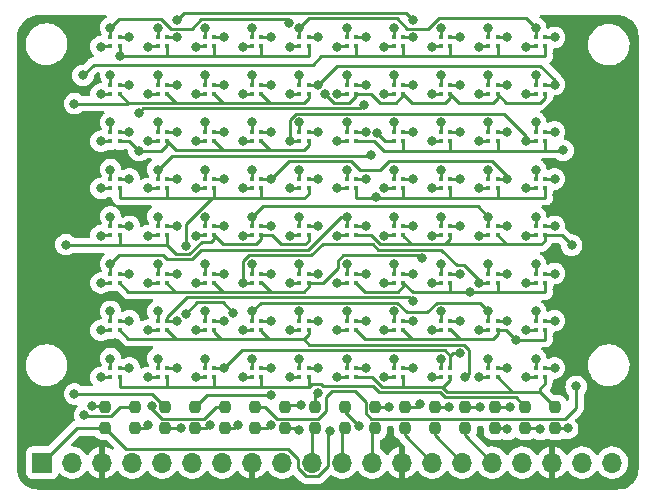
<source format=gbr>
%TF.GenerationSoftware,KiCad,Pcbnew,(6.0.10)*%
%TF.CreationDate,2023-02-01T20:58:39-08:00*%
%TF.ProjectId,pico8t-matrix,7069636f-3874-42d6-9d61-747269782e6b,rev?*%
%TF.SameCoordinates,Original*%
%TF.FileFunction,Copper,L1,Top*%
%TF.FilePolarity,Positive*%
%FSLAX46Y46*%
G04 Gerber Fmt 4.6, Leading zero omitted, Abs format (unit mm)*
G04 Created by KiCad (PCBNEW (6.0.10)) date 2023-02-01 20:58:39*
%MOMM*%
%LPD*%
G01*
G04 APERTURE LIST*
G04 Aperture macros list*
%AMRoundRect*
0 Rectangle with rounded corners*
0 $1 Rounding radius*
0 $2 $3 $4 $5 $6 $7 $8 $9 X,Y pos of 4 corners*
0 Add a 4 corners polygon primitive as box body*
4,1,4,$2,$3,$4,$5,$6,$7,$8,$9,$2,$3,0*
0 Add four circle primitives for the rounded corners*
1,1,$1+$1,$2,$3*
1,1,$1+$1,$4,$5*
1,1,$1+$1,$6,$7*
1,1,$1+$1,$8,$9*
0 Add four rect primitives between the rounded corners*
20,1,$1+$1,$2,$3,$4,$5,0*
20,1,$1+$1,$4,$5,$6,$7,0*
20,1,$1+$1,$6,$7,$8,$9,0*
20,1,$1+$1,$8,$9,$2,$3,0*%
G04 Aperture macros list end*
%TA.AperFunction,SMDPad,CuDef*%
%ADD10R,0.450000X0.450000*%
%TD*%
%TA.AperFunction,SMDPad,CuDef*%
%ADD11RoundRect,0.237500X-0.237500X0.250000X-0.237500X-0.250000X0.237500X-0.250000X0.237500X0.250000X0*%
%TD*%
%TA.AperFunction,ComponentPad*%
%ADD12O,1.700000X1.700000*%
%TD*%
%TA.AperFunction,ComponentPad*%
%ADD13R,1.700000X1.700000*%
%TD*%
%TA.AperFunction,ViaPad*%
%ADD14C,0.800000*%
%TD*%
%TA.AperFunction,Conductor*%
%ADD15C,0.250000*%
%TD*%
G04 APERTURE END LIST*
D10*
%TO.P,D42,1,RK*%
%TO.N,P6*%
X51625000Y-31565000D03*
%TO.P,D42,2,GK*%
%TO.N,P7*%
X51625000Y-30795000D03*
%TO.P,D42,3,BK*%
%TO.N,P9*%
X52395000Y-30795000D03*
%TO.P,D42,4,A*%
%TO.N,Y8*%
X52395000Y-31565000D03*
%TD*%
%TO.P,D45,1,RK*%
%TO.N,P0*%
X63625000Y-31565000D03*
%TO.P,D45,2,GK*%
%TO.N,P1*%
X63625000Y-30795000D03*
%TO.P,D45,3,BK*%
%TO.N,P2*%
X64395000Y-30795000D03*
%TO.P,D45,4,A*%
%TO.N,Y9*%
X64395000Y-31565000D03*
%TD*%
%TO.P,D51,1,RK*%
%TO.N,P3*%
X47625000Y-35565000D03*
%TO.P,D51,2,GK*%
%TO.N,P4*%
X47625000Y-34795000D03*
%TO.P,D51,3,BK*%
%TO.N,P5*%
X48395000Y-34795000D03*
%TO.P,D51,4,A*%
%TO.N,YA*%
X48395000Y-35565000D03*
%TD*%
%TO.P,D76,1,RK*%
%TO.N,P3*%
X67625000Y-43565000D03*
%TO.P,D76,2,GK*%
%TO.N,P4*%
X67625000Y-42795000D03*
%TO.P,D76,3,BK*%
%TO.N,P5*%
X68395000Y-42795000D03*
%TO.P,D76,4,A*%
%TO.N,YF*%
X68395000Y-43565000D03*
%TD*%
%TO.P,D73,1,RK*%
%TO.N,P9*%
X55625000Y-43565000D03*
%TO.P,D73,2,GK*%
%TO.N,PA*%
X55625000Y-42795000D03*
%TO.P,D73,3,BK*%
%TO.N,PB*%
X56395000Y-42795000D03*
%TO.P,D73,4,A*%
%TO.N,YE*%
X56395000Y-43565000D03*
%TD*%
%TO.P,D61,1,RK*%
%TO.N,P3*%
X47625000Y-39565000D03*
%TO.P,D61,2,GK*%
%TO.N,P4*%
X47625000Y-38795000D03*
%TO.P,D61,3,BK*%
%TO.N,P5*%
X48395000Y-38795000D03*
%TO.P,D61,4,A*%
%TO.N,YC*%
X48395000Y-39565000D03*
%TD*%
%TO.P,D14,1,RK*%
%TO.N,PD*%
X59625000Y-19565000D03*
%TO.P,D14,2,GK*%
%TO.N,PE*%
X59625000Y-18795000D03*
%TO.P,D14,3,BK*%
%TO.N,PF*%
X60395000Y-18795000D03*
%TO.P,D14,4,A*%
%TO.N,Y2*%
X60395000Y-19565000D03*
%TD*%
%TO.P,D1,1,RK*%
%TO.N,P4*%
X47625000Y-15565000D03*
%TO.P,D1,2,GK*%
%TO.N,P5*%
X47625000Y-14795000D03*
%TO.P,D1,3,BK*%
%TO.N,P6*%
X48395000Y-14795000D03*
%TO.P,D1,4,A*%
%TO.N,Y0*%
X48395000Y-15565000D03*
%TD*%
%TO.P,D24,1,RK*%
%TO.N,PD*%
X59625000Y-23565000D03*
%TO.P,D24,2,GK*%
%TO.N,PE*%
X59625000Y-22795000D03*
%TO.P,D24,3,BK*%
%TO.N,PF*%
X60395000Y-22795000D03*
%TO.P,D24,4,A*%
%TO.N,Y4*%
X60395000Y-23565000D03*
%TD*%
%TO.P,D20,1,RK*%
%TO.N,P0*%
X43625000Y-23565000D03*
%TO.P,D20,2,GK*%
%TO.N,P1*%
X43625000Y-22795000D03*
%TO.P,D20,3,BK*%
%TO.N,P2*%
X44395000Y-22795000D03*
%TO.P,D20,4,A*%
%TO.N,Y4*%
X44395000Y-23565000D03*
%TD*%
%TO.P,D33,1,RK*%
%TO.N,PA*%
X55625000Y-27565000D03*
%TO.P,D33,2,GK*%
%TO.N,PB*%
X55625000Y-26795000D03*
%TO.P,D33,3,BK*%
%TO.N,PC*%
X56395000Y-26795000D03*
%TO.P,D33,4,A*%
%TO.N,Y6*%
X56395000Y-27565000D03*
%TD*%
%TO.P,D7,1,RK*%
%TO.N,P7*%
X71625000Y-15565000D03*
%TO.P,D7,2,GK*%
%TO.N,P8*%
X71625000Y-14795000D03*
%TO.P,D7,3,BK*%
%TO.N,P9*%
X72395000Y-14795000D03*
%TO.P,D7,4,A*%
%TO.N,Y1*%
X72395000Y-15565000D03*
%TD*%
%TO.P,D59,1,RK*%
%TO.N,PD*%
X79625000Y-35565000D03*
%TO.P,D59,2,GK*%
%TO.N,PE*%
X79625000Y-34795000D03*
%TO.P,D59,3,BK*%
%TO.N,PF*%
X80395000Y-34795000D03*
%TO.P,D59,4,A*%
%TO.N,YB*%
X80395000Y-35565000D03*
%TD*%
%TO.P,D2,1,RK*%
%TO.N,P7*%
X51625000Y-15565000D03*
%TO.P,D2,2,GK*%
%TO.N,P8*%
X51625000Y-14795000D03*
%TO.P,D2,3,BK*%
%TO.N,P9*%
X52395000Y-14795000D03*
%TO.P,D2,4,A*%
%TO.N,Y0*%
X52395000Y-15565000D03*
%TD*%
%TO.P,D5,1,RK*%
%TO.N,P0*%
X63625000Y-15565000D03*
%TO.P,D5,2,GK*%
%TO.N,P2*%
X63625000Y-14795000D03*
%TO.P,D5,3,BK*%
%TO.N,P3*%
X64395000Y-14795000D03*
%TO.P,D5,4,A*%
%TO.N,Y1*%
X64395000Y-15565000D03*
%TD*%
%TO.P,D50,1,RK*%
%TO.N,P0*%
X43625000Y-35565000D03*
%TO.P,D50,2,GK*%
%TO.N,P1*%
X43625000Y-34795000D03*
%TO.P,D50,3,BK*%
%TO.N,P2*%
X44395000Y-34795000D03*
%TO.P,D50,4,A*%
%TO.N,YA*%
X44395000Y-35565000D03*
%TD*%
%TO.P,D9,1,RK*%
%TO.N,PD*%
X79625000Y-15565000D03*
%TO.P,D9,2,GK*%
%TO.N,PE*%
X79625000Y-14795000D03*
%TO.P,D9,3,BK*%
%TO.N,PF*%
X80395000Y-14795000D03*
%TO.P,D9,4,A*%
%TO.N,Y1*%
X80395000Y-15565000D03*
%TD*%
%TO.P,D22,1,RK*%
%TO.N,P7*%
X51625000Y-23565000D03*
%TO.P,D22,2,GK*%
%TO.N,P8*%
X51625000Y-22795000D03*
%TO.P,D22,3,BK*%
%TO.N,P9*%
X52395000Y-22795000D03*
%TO.P,D22,4,A*%
%TO.N,Y4*%
X52395000Y-23565000D03*
%TD*%
%TO.P,D28,1,RK*%
%TO.N,PA*%
X75625000Y-23565000D03*
%TO.P,D28,2,GK*%
%TO.N,PB*%
X75625000Y-22795000D03*
%TO.P,D28,3,BK*%
%TO.N,PC*%
X76395000Y-22795000D03*
%TO.P,D28,4,A*%
%TO.N,Y5*%
X76395000Y-23565000D03*
%TD*%
%TO.P,D46,1,RK*%
%TO.N,P3*%
X67625000Y-31565000D03*
%TO.P,D46,2,GK*%
%TO.N,P4*%
X67625000Y-30795000D03*
%TO.P,D46,3,BK*%
%TO.N,P5*%
X68395000Y-30795000D03*
%TO.P,D46,4,A*%
%TO.N,Y9*%
X68395000Y-31565000D03*
%TD*%
%TO.P,D17,1,RK*%
%TO.N,P7*%
X71625000Y-19565000D03*
%TO.P,D17,2,GK*%
%TO.N,P8*%
X71625000Y-18795000D03*
%TO.P,D17,3,BK*%
%TO.N,P9*%
X72395000Y-18795000D03*
%TO.P,D17,4,A*%
%TO.N,Y3*%
X72395000Y-19565000D03*
%TD*%
%TO.P,D29,1,RK*%
%TO.N,PD*%
X79625000Y-23565000D03*
%TO.P,D29,2,GK*%
%TO.N,PE*%
X79625000Y-22795000D03*
%TO.P,D29,3,BK*%
%TO.N,PF*%
X80395000Y-22795000D03*
%TO.P,D29,4,A*%
%TO.N,Y5*%
X80395000Y-23565000D03*
%TD*%
%TO.P,D18,1,RK*%
%TO.N,PA*%
X75625000Y-19565000D03*
%TO.P,D18,2,GK*%
%TO.N,PB*%
X75625000Y-18795000D03*
%TO.P,D18,3,BK*%
%TO.N,PC*%
X76395000Y-18795000D03*
%TO.P,D18,4,A*%
%TO.N,Y3*%
X76395000Y-19565000D03*
%TD*%
%TO.P,D37,1,RK*%
%TO.N,P6*%
X71625000Y-27565000D03*
%TO.P,D37,2,GK*%
%TO.N,P8*%
X71625000Y-26795000D03*
%TO.P,D37,3,BK*%
%TO.N,P9*%
X72395000Y-26795000D03*
%TO.P,D37,4,A*%
%TO.N,Y7*%
X72395000Y-27565000D03*
%TD*%
%TO.P,D56,1,RK*%
%TO.N,P3*%
X67625000Y-35565000D03*
%TO.P,D56,2,GK*%
%TO.N,P4*%
X67625000Y-34795000D03*
%TO.P,D56,3,BK*%
%TO.N,P5*%
X68395000Y-34795000D03*
%TO.P,D56,4,A*%
%TO.N,YB*%
X68395000Y-35565000D03*
%TD*%
%TO.P,D19,1,RK*%
%TO.N,PD*%
X79625000Y-19565000D03*
%TO.P,D19,2,GK*%
%TO.N,PE*%
X79625000Y-18795000D03*
%TO.P,D19,3,BK*%
%TO.N,PF*%
X80395000Y-18795000D03*
%TO.P,D19,4,A*%
%TO.N,Y3*%
X80395000Y-19565000D03*
%TD*%
%TO.P,D53,1,RK*%
%TO.N,P9*%
X55625000Y-35565000D03*
%TO.P,D53,2,GK*%
%TO.N,PB*%
X55625000Y-34795000D03*
%TO.P,D53,3,BK*%
%TO.N,PC*%
X56395000Y-34795000D03*
%TO.P,D53,4,A*%
%TO.N,YA*%
X56395000Y-35565000D03*
%TD*%
%TO.P,D47,1,RK*%
%TO.N,P6*%
X71625000Y-31565000D03*
%TO.P,D47,2,GK*%
%TO.N,P7*%
X71625000Y-30795000D03*
%TO.P,D47,3,BK*%
%TO.N,P8*%
X72395000Y-30795000D03*
%TO.P,D47,4,A*%
%TO.N,Y9*%
X72395000Y-31565000D03*
%TD*%
%TO.P,D69,1,RK*%
%TO.N,PC*%
X79625000Y-39565000D03*
%TO.P,D69,2,GK*%
%TO.N,PE*%
X79625000Y-38795000D03*
%TO.P,D69,3,BK*%
%TO.N,PF*%
X80395000Y-38795000D03*
%TO.P,D69,4,A*%
%TO.N,YD*%
X80395000Y-39565000D03*
%TD*%
%TO.P,D67,1,RK*%
%TO.N,P6*%
X71625000Y-39565000D03*
%TO.P,D67,2,GK*%
%TO.N,P7*%
X71625000Y-38795000D03*
%TO.P,D67,3,BK*%
%TO.N,P8*%
X72395000Y-38795000D03*
%TO.P,D67,4,A*%
%TO.N,YD*%
X72395000Y-39565000D03*
%TD*%
%TO.P,D43,1,RK*%
%TO.N,PA*%
X55625000Y-31565000D03*
%TO.P,D43,2,GK*%
%TO.N,PB*%
X55625000Y-30795000D03*
%TO.P,D43,3,BK*%
%TO.N,PC*%
X56395000Y-30795000D03*
%TO.P,D43,4,A*%
%TO.N,Y8*%
X56395000Y-31565000D03*
%TD*%
%TO.P,D68,1,RK*%
%TO.N,P9*%
X75625000Y-39565000D03*
%TO.P,D68,2,GK*%
%TO.N,PA*%
X75625000Y-38795000D03*
%TO.P,D68,3,BK*%
%TO.N,PB*%
X76395000Y-38795000D03*
%TO.P,D68,4,A*%
%TO.N,YD*%
X76395000Y-39565000D03*
%TD*%
%TO.P,D58,1,RK*%
%TO.N,P9*%
X75625000Y-35565000D03*
%TO.P,D58,2,GK*%
%TO.N,PA*%
X75625000Y-34795000D03*
%TO.P,D58,3,BK*%
%TO.N,PC*%
X76395000Y-34795000D03*
%TO.P,D58,4,A*%
%TO.N,YB*%
X76395000Y-35565000D03*
%TD*%
%TO.P,D64,1,RK*%
%TO.N,PD*%
X59625000Y-39565000D03*
%TO.P,D64,2,GK*%
%TO.N,PE*%
X59625000Y-38795000D03*
%TO.P,D64,3,BK*%
%TO.N,PF*%
X60395000Y-38795000D03*
%TO.P,D64,4,A*%
%TO.N,YC*%
X60395000Y-39565000D03*
%TD*%
%TO.P,D71,1,RK*%
%TO.N,P3*%
X47625000Y-43565000D03*
%TO.P,D71,2,GK*%
%TO.N,P4*%
X47625000Y-42795000D03*
%TO.P,D71,3,BK*%
%TO.N,P5*%
X48395000Y-42795000D03*
%TO.P,D71,4,A*%
%TO.N,YE*%
X48395000Y-43565000D03*
%TD*%
%TO.P,D0,1,RK*%
%TO.N,P1*%
X43625000Y-15565000D03*
%TO.P,D0,2,GK*%
%TO.N,P2*%
X43625000Y-14795000D03*
%TO.P,D0,3,BK*%
%TO.N,P3*%
X44395000Y-14795000D03*
%TO.P,D0,4,A*%
%TO.N,Y0*%
X44395000Y-15565000D03*
%TD*%
%TO.P,D26,1,RK*%
%TO.N,P3*%
X67625000Y-23565000D03*
%TO.P,D26,2,GK*%
%TO.N,P4*%
X67625000Y-22795000D03*
%TO.P,D26,3,BK*%
%TO.N,P6*%
X68395000Y-22795000D03*
%TO.P,D26,4,A*%
%TO.N,Y5*%
X68395000Y-23565000D03*
%TD*%
%TO.P,D4,1,RK*%
%TO.N,PD*%
X59625000Y-15565000D03*
%TO.P,D4,2,GK*%
%TO.N,PE*%
X59625000Y-14795000D03*
%TO.P,D4,3,BK*%
%TO.N,PF*%
X60395000Y-14795000D03*
%TO.P,D4,4,A*%
%TO.N,Y0*%
X60395000Y-15565000D03*
%TD*%
%TO.P,D40,1,RK*%
%TO.N,P0*%
X43625000Y-31565000D03*
%TO.P,D40,2,GK*%
%TO.N,P1*%
X43625000Y-30795000D03*
%TO.P,D40,3,BK*%
%TO.N,P2*%
X44395000Y-30795000D03*
%TO.P,D40,4,A*%
%TO.N,Y8*%
X44395000Y-31565000D03*
%TD*%
%TO.P,D60,1,RK*%
%TO.N,P0*%
X43625000Y-39565000D03*
%TO.P,D60,2,GK*%
%TO.N,P1*%
X43625000Y-38795000D03*
%TO.P,D60,3,BK*%
%TO.N,P2*%
X44395000Y-38795000D03*
%TO.P,D60,4,A*%
%TO.N,YC*%
X44395000Y-39565000D03*
%TD*%
%TO.P,D31,1,RK*%
%TO.N,P3*%
X47625000Y-27565000D03*
%TO.P,D31,2,GK*%
%TO.N,P4*%
X47625000Y-26795000D03*
%TO.P,D31,3,BK*%
%TO.N,P5*%
X48395000Y-26795000D03*
%TO.P,D31,4,A*%
%TO.N,Y6*%
X48395000Y-27565000D03*
%TD*%
%TO.P,D36,1,RK*%
%TO.N,P3*%
X67625000Y-27565000D03*
%TO.P,D36,2,GK*%
%TO.N,P4*%
X67625000Y-26795000D03*
%TO.P,D36,3,BK*%
%TO.N,P5*%
X68395000Y-26795000D03*
%TO.P,D36,4,A*%
%TO.N,Y7*%
X68395000Y-27565000D03*
%TD*%
%TO.P,D52,1,RK*%
%TO.N,P6*%
X51625000Y-35565000D03*
%TO.P,D52,2,GK*%
%TO.N,P7*%
X51625000Y-34795000D03*
%TO.P,D52,3,BK*%
%TO.N,P8*%
X52395000Y-34795000D03*
%TO.P,D52,4,A*%
%TO.N,YA*%
X52395000Y-35565000D03*
%TD*%
%TO.P,D39,1,RK*%
%TO.N,PD*%
X79625000Y-27565000D03*
%TO.P,D39,2,GK*%
%TO.N,PE*%
X79625000Y-26795000D03*
%TO.P,D39,3,BK*%
%TO.N,PF*%
X80395000Y-26795000D03*
%TO.P,D39,4,A*%
%TO.N,Y7*%
X80395000Y-27565000D03*
%TD*%
%TO.P,D49,1,RK*%
%TO.N,PD*%
X79625000Y-31565000D03*
%TO.P,D49,2,GK*%
%TO.N,PE*%
X79625000Y-30795000D03*
%TO.P,D49,3,BK*%
%TO.N,PF*%
X80395000Y-30795000D03*
%TO.P,D49,4,A*%
%TO.N,Y9*%
X80395000Y-31565000D03*
%TD*%
%TO.P,D38,1,RK*%
%TO.N,PA*%
X75625000Y-27565000D03*
%TO.P,D38,2,GK*%
%TO.N,PB*%
X75625000Y-26795000D03*
%TO.P,D38,3,BK*%
%TO.N,PC*%
X76395000Y-26795000D03*
%TO.P,D38,4,A*%
%TO.N,Y7*%
X76395000Y-27565000D03*
%TD*%
%TO.P,D62,1,RK*%
%TO.N,P6*%
X51625000Y-39565000D03*
%TO.P,D62,2,GK*%
%TO.N,P7*%
X51625000Y-38795000D03*
%TO.P,D62,3,BK*%
%TO.N,P8*%
X52395000Y-38795000D03*
%TO.P,D62,4,A*%
%TO.N,YC*%
X52395000Y-39565000D03*
%TD*%
%TO.P,D8,1,RK*%
%TO.N,PA*%
X75625000Y-15565000D03*
%TO.P,D8,2,GK*%
%TO.N,PB*%
X75625000Y-14795000D03*
%TO.P,D8,3,BK*%
%TO.N,PC*%
X76395000Y-14795000D03*
%TO.P,D8,4,A*%
%TO.N,Y1*%
X76395000Y-15565000D03*
%TD*%
%TO.P,D34,1,RK*%
%TO.N,PD*%
X59625000Y-27565000D03*
%TO.P,D34,2,GK*%
%TO.N,PE*%
X59625000Y-26795000D03*
%TO.P,D34,3,BK*%
%TO.N,PF*%
X60395000Y-26795000D03*
%TO.P,D34,4,A*%
%TO.N,Y6*%
X60395000Y-27565000D03*
%TD*%
%TO.P,D55,1,RK*%
%TO.N,P0*%
X63625000Y-35565000D03*
%TO.P,D55,2,GK*%
%TO.N,P1*%
X63625000Y-34795000D03*
%TO.P,D55,3,BK*%
%TO.N,P2*%
X64395000Y-34795000D03*
%TO.P,D55,4,A*%
%TO.N,YB*%
X64395000Y-35565000D03*
%TD*%
%TO.P,D75,1,RK*%
%TO.N,P0*%
X63625000Y-43565000D03*
%TO.P,D75,2,GK*%
%TO.N,P1*%
X63625000Y-42795000D03*
%TO.P,D75,3,BK*%
%TO.N,P2*%
X64395000Y-42795000D03*
%TO.P,D75,4,A*%
%TO.N,YF*%
X64395000Y-43565000D03*
%TD*%
%TO.P,D74,1,RK*%
%TO.N,PC*%
X59625000Y-43565000D03*
%TO.P,D74,2,GK*%
%TO.N,PD*%
X59625000Y-42795000D03*
%TO.P,D74,3,BK*%
%TO.N,PF*%
X60395000Y-42795000D03*
%TO.P,D74,4,A*%
%TO.N,YE*%
X60395000Y-43565000D03*
%TD*%
%TO.P,D70,1,RK*%
%TO.N,P0*%
X43625000Y-43565000D03*
%TO.P,D70,2,GK*%
%TO.N,P1*%
X43625000Y-42795000D03*
%TO.P,D70,3,BK*%
%TO.N,P2*%
X44395000Y-42795000D03*
%TO.P,D70,4,A*%
%TO.N,YE*%
X44395000Y-43565000D03*
%TD*%
%TO.P,D54,1,RK*%
%TO.N,PD*%
X59625000Y-35565000D03*
%TO.P,D54,2,GK*%
%TO.N,PE*%
X59625000Y-34795000D03*
%TO.P,D54,3,BK*%
%TO.N,PF*%
X60395000Y-34795000D03*
%TO.P,D54,4,A*%
%TO.N,YA*%
X60395000Y-35565000D03*
%TD*%
%TO.P,D25,1,RK*%
%TO.N,P0*%
X63625000Y-23565000D03*
%TO.P,D25,2,GK*%
%TO.N,P1*%
X63625000Y-22795000D03*
%TO.P,D25,3,BK*%
%TO.N,P2*%
X64395000Y-22795000D03*
%TO.P,D25,4,A*%
%TO.N,Y5*%
X64395000Y-23565000D03*
%TD*%
%TO.P,D66,1,RK*%
%TO.N,P3*%
X67625000Y-39565000D03*
%TO.P,D66,2,GK*%
%TO.N,P4*%
X67625000Y-38795000D03*
%TO.P,D66,3,BK*%
%TO.N,P5*%
X68395000Y-38795000D03*
%TO.P,D66,4,A*%
%TO.N,YD*%
X68395000Y-39565000D03*
%TD*%
%TO.P,D12,1,RK*%
%TO.N,P7*%
X51625000Y-19565000D03*
%TO.P,D12,2,GK*%
%TO.N,P8*%
X51625000Y-18795000D03*
%TO.P,D12,3,BK*%
%TO.N,P9*%
X52395000Y-18795000D03*
%TO.P,D12,4,A*%
%TO.N,Y2*%
X52395000Y-19565000D03*
%TD*%
%TO.P,D13,1,RK*%
%TO.N,PA*%
X55625000Y-19565000D03*
%TO.P,D13,2,GK*%
%TO.N,PB*%
X55625000Y-18795000D03*
%TO.P,D13,3,BK*%
%TO.N,PC*%
X56395000Y-18795000D03*
%TO.P,D13,4,A*%
%TO.N,Y2*%
X56395000Y-19565000D03*
%TD*%
%TO.P,D48,1,RK*%
%TO.N,PA*%
X75625000Y-31565000D03*
%TO.P,D48,2,GK*%
%TO.N,PB*%
X75625000Y-30795000D03*
%TO.P,D48,3,BK*%
%TO.N,PC*%
X76395000Y-30795000D03*
%TO.P,D48,4,A*%
%TO.N,Y9*%
X76395000Y-31565000D03*
%TD*%
%TO.P,D63,1,RK*%
%TO.N,P9*%
X55625000Y-39565000D03*
%TO.P,D63,2,GK*%
%TO.N,PA*%
X55625000Y-38795000D03*
%TO.P,D63,3,BK*%
%TO.N,PB*%
X56395000Y-38795000D03*
%TO.P,D63,4,A*%
%TO.N,YC*%
X56395000Y-39565000D03*
%TD*%
%TO.P,D44,1,RK*%
%TO.N,PD*%
X59625000Y-31565000D03*
%TO.P,D44,2,GK*%
%TO.N,PE*%
X59625000Y-30795000D03*
%TO.P,D44,3,BK*%
%TO.N,PF*%
X60395000Y-30795000D03*
%TO.P,D44,4,A*%
%TO.N,Y8*%
X60395000Y-31565000D03*
%TD*%
%TO.P,D16,1,RK*%
%TO.N,P4*%
X67625000Y-19565000D03*
%TO.P,D16,2,GK*%
%TO.N,P5*%
X67625000Y-18795000D03*
%TO.P,D16,3,BK*%
%TO.N,P6*%
X68395000Y-18795000D03*
%TO.P,D16,4,A*%
%TO.N,Y3*%
X68395000Y-19565000D03*
%TD*%
%TO.P,D6,1,RK*%
%TO.N,P4*%
X67625000Y-15565000D03*
%TO.P,D6,2,GK*%
%TO.N,P5*%
X67625000Y-14795000D03*
%TO.P,D6,3,BK*%
%TO.N,P6*%
X68395000Y-14795000D03*
%TO.P,D6,4,A*%
%TO.N,Y1*%
X68395000Y-15565000D03*
%TD*%
%TO.P,D10,1,RK*%
%TO.N,P0*%
X43625000Y-19565000D03*
%TO.P,D10,2,GK*%
%TO.N,P1*%
X43625000Y-18795000D03*
%TO.P,D10,3,BK*%
%TO.N,P3*%
X44395000Y-18795000D03*
%TO.P,D10,4,A*%
%TO.N,Y2*%
X44395000Y-19565000D03*
%TD*%
%TO.P,D79,1,RK*%
%TO.N,PC*%
X79625000Y-43565000D03*
%TO.P,D79,2,GK*%
%TO.N,PD*%
X79625000Y-42795000D03*
%TO.P,D79,3,BK*%
%TO.N,PE*%
X80395000Y-42795000D03*
%TO.P,D79,4,A*%
%TO.N,YF*%
X80395000Y-43565000D03*
%TD*%
%TO.P,D65,1,RK*%
%TO.N,P0*%
X63625000Y-39565000D03*
%TO.P,D65,2,GK*%
%TO.N,P1*%
X63625000Y-38795000D03*
%TO.P,D65,3,BK*%
%TO.N,P2*%
X64395000Y-38795000D03*
%TO.P,D65,4,A*%
%TO.N,YD*%
X64395000Y-39565000D03*
%TD*%
%TO.P,D57,1,RK*%
%TO.N,P6*%
X71625000Y-35565000D03*
%TO.P,D57,2,GK*%
%TO.N,P7*%
X71625000Y-34795000D03*
%TO.P,D57,3,BK*%
%TO.N,P8*%
X72395000Y-34795000D03*
%TO.P,D57,4,A*%
%TO.N,YB*%
X72395000Y-35565000D03*
%TD*%
%TO.P,D78,1,RK*%
%TO.N,P9*%
X75625000Y-43565000D03*
%TO.P,D78,2,GK*%
%TO.N,PA*%
X75625000Y-42795000D03*
%TO.P,D78,3,BK*%
%TO.N,PB*%
X76395000Y-42795000D03*
%TO.P,D78,4,A*%
%TO.N,YF*%
X76395000Y-43565000D03*
%TD*%
%TO.P,D32,1,RK*%
%TO.N,P7*%
X51625000Y-27565000D03*
%TO.P,D32,2,GK*%
%TO.N,P8*%
X51625000Y-26795000D03*
%TO.P,D32,3,BK*%
%TO.N,P9*%
X52395000Y-26795000D03*
%TO.P,D32,4,A*%
%TO.N,Y6*%
X52395000Y-27565000D03*
%TD*%
%TO.P,D27,1,RK*%
%TO.N,P7*%
X71625000Y-23565000D03*
%TO.P,D27,2,GK*%
%TO.N,P8*%
X71625000Y-22795000D03*
%TO.P,D27,3,BK*%
%TO.N,P9*%
X72395000Y-22795000D03*
%TO.P,D27,4,A*%
%TO.N,Y5*%
X72395000Y-23565000D03*
%TD*%
%TO.P,D15,1,RK*%
%TO.N,P0*%
X63625000Y-19565000D03*
%TO.P,D15,2,GK*%
%TO.N,P1*%
X63625000Y-18795000D03*
%TO.P,D15,3,BK*%
%TO.N,P2*%
X64395000Y-18795000D03*
%TO.P,D15,4,A*%
%TO.N,Y3*%
X64395000Y-19565000D03*
%TD*%
%TO.P,D30,1,RK*%
%TO.N,P0*%
X43625000Y-27565000D03*
%TO.P,D30,2,GK*%
%TO.N,P1*%
X43625000Y-26795000D03*
%TO.P,D30,3,BK*%
%TO.N,P2*%
X44395000Y-26795000D03*
%TO.P,D30,4,A*%
%TO.N,Y6*%
X44395000Y-27565000D03*
%TD*%
%TO.P,D41,1,RK*%
%TO.N,P3*%
X47625000Y-31565000D03*
%TO.P,D41,2,GK*%
%TO.N,P4*%
X47625000Y-30795000D03*
%TO.P,D41,3,BK*%
%TO.N,P5*%
X48395000Y-30795000D03*
%TO.P,D41,4,A*%
%TO.N,Y8*%
X48395000Y-31565000D03*
%TD*%
%TO.P,D35,1,RK*%
%TO.N,P0*%
X63625000Y-27565000D03*
%TO.P,D35,2,GK*%
%TO.N,P1*%
X63625000Y-26795000D03*
%TO.P,D35,3,BK*%
%TO.N,P2*%
X64395000Y-26795000D03*
%TO.P,D35,4,A*%
%TO.N,Y7*%
X64395000Y-27565000D03*
%TD*%
%TO.P,D3,1,RK*%
%TO.N,PA*%
X55625000Y-15565000D03*
%TO.P,D3,2,GK*%
%TO.N,PB*%
X55625000Y-14795000D03*
%TO.P,D3,3,BK*%
%TO.N,PC*%
X56395000Y-14795000D03*
%TO.P,D3,4,A*%
%TO.N,Y0*%
X56395000Y-15565000D03*
%TD*%
%TO.P,D21,1,RK*%
%TO.N,P3*%
X47625000Y-23565000D03*
%TO.P,D21,2,GK*%
%TO.N,P5*%
X47625000Y-22795000D03*
%TO.P,D21,3,BK*%
%TO.N,P6*%
X48395000Y-22795000D03*
%TO.P,D21,4,A*%
%TO.N,Y4*%
X48395000Y-23565000D03*
%TD*%
%TO.P,D23,1,RK*%
%TO.N,PA*%
X55625000Y-23565000D03*
%TO.P,D23,2,GK*%
%TO.N,PB*%
X55625000Y-22795000D03*
%TO.P,D23,3,BK*%
%TO.N,PC*%
X56395000Y-22795000D03*
%TO.P,D23,4,A*%
%TO.N,Y4*%
X56395000Y-23565000D03*
%TD*%
%TO.P,D77,1,RK*%
%TO.N,P6*%
X71625000Y-43565000D03*
%TO.P,D77,2,GK*%
%TO.N,P7*%
X71625000Y-42795000D03*
%TO.P,D77,3,BK*%
%TO.N,P8*%
X72395000Y-42795000D03*
%TO.P,D77,4,A*%
%TO.N,YF*%
X72395000Y-43565000D03*
%TD*%
%TO.P,D11,1,RK*%
%TO.N,P4*%
X47625000Y-19565000D03*
%TO.P,D11,2,GK*%
%TO.N,P5*%
X47625000Y-18795000D03*
%TO.P,D11,3,BK*%
%TO.N,P6*%
X48395000Y-18795000D03*
%TO.P,D11,4,A*%
%TO.N,Y2*%
X48395000Y-19565000D03*
%TD*%
%TO.P,D72,1,RK*%
%TO.N,P6*%
X51625000Y-43565000D03*
%TO.P,D72,2,GK*%
%TO.N,P7*%
X51625000Y-42795000D03*
%TO.P,D72,3,BK*%
%TO.N,P8*%
X52395000Y-42795000D03*
%TO.P,D72,4,A*%
%TO.N,YE*%
X52395000Y-43565000D03*
%TD*%
D11*
%TO.P,R7,1*%
%TO.N,Y7*%
X60960000Y-46077500D03*
%TO.P,R7,2*%
%TO.N,P7*%
X60960000Y-47902500D03*
%TD*%
%TO.P,R3,1*%
%TO.N,Y3*%
X50800000Y-46077500D03*
%TO.P,R3,2*%
%TO.N,P3*%
X50800000Y-47902500D03*
%TD*%
%TO.P,R11,1*%
%TO.N,YB*%
X71120000Y-46077500D03*
%TO.P,R11,2*%
%TO.N,PB*%
X71120000Y-47902500D03*
%TD*%
D12*
%TO.P,J0,20,Pin_20*%
%TO.N,PF*%
X86111000Y-50800000D03*
%TO.P,J0,19,Pin_19*%
%TO.N,PE*%
X83571000Y-50800000D03*
%TO.P,J0,18,Pin_18*%
%TO.N,GND*%
X81031000Y-50800000D03*
%TO.P,J0,17,Pin_17*%
%TO.N,PD*%
X78491000Y-50800000D03*
%TO.P,J0,16,Pin_16*%
%TO.N,PC*%
X75951000Y-50800000D03*
%TO.P,J0,15,Pin_15*%
%TO.N,PB*%
X73411000Y-50800000D03*
%TO.P,J0,14,Pin_14*%
%TO.N,PA*%
X70871000Y-50800000D03*
%TO.P,J0,13,Pin_13*%
%TO.N,GND*%
X68331000Y-50800000D03*
%TO.P,J0,12,Pin_12*%
%TO.N,P9*%
X65791000Y-50800000D03*
%TO.P,J0,11,Pin_11*%
%TO.N,P8*%
X63251000Y-50800000D03*
%TO.P,J0,10,Pin_10*%
%TO.N,P7*%
X60711000Y-50800000D03*
%TO.P,J0,9,Pin_9*%
%TO.N,P6*%
X58171000Y-50800000D03*
%TO.P,J0,8,Pin_8*%
%TO.N,GND*%
X55631000Y-50800000D03*
%TO.P,J0,7,Pin_7*%
%TO.N,P5*%
X53091000Y-50800000D03*
%TO.P,J0,6,Pin_6*%
%TO.N,P4*%
X50551000Y-50800000D03*
%TO.P,J0,5,Pin_5*%
%TO.N,P3*%
X48011000Y-50800000D03*
%TO.P,J0,4,Pin_4*%
%TO.N,P2*%
X45471000Y-50800000D03*
%TO.P,J0,3,Pin_3*%
%TO.N,GND*%
X42931000Y-50800000D03*
%TO.P,J0,2,Pin_2*%
%TO.N,P1*%
X40391000Y-50800000D03*
D13*
%TO.P,J0,1,Pin_1*%
%TO.N,P0*%
X37851000Y-50800000D03*
%TD*%
D11*
%TO.P,R6,1*%
%TO.N,Y6*%
X58420000Y-46077500D03*
%TO.P,R6,2*%
%TO.N,P6*%
X58420000Y-47902500D03*
%TD*%
%TO.P,R4,1*%
%TO.N,Y4*%
X53340000Y-46077500D03*
%TO.P,R4,2*%
%TO.N,P4*%
X53340000Y-47902500D03*
%TD*%
%TO.P,R12,1*%
%TO.N,YC*%
X73660000Y-46077500D03*
%TO.P,R12,2*%
%TO.N,PC*%
X73660000Y-47902500D03*
%TD*%
%TO.P,R0,1*%
%TO.N,Y0*%
X43180000Y-46077500D03*
%TO.P,R0,2*%
%TO.N,P0*%
X43180000Y-47902500D03*
%TD*%
%TO.P,R15,1*%
%TO.N,YF*%
X81280000Y-46077500D03*
%TO.P,R15,2*%
%TO.N,PF*%
X81280000Y-47902500D03*
%TD*%
%TO.P,R8,1*%
%TO.N,Y8*%
X63500000Y-46077500D03*
%TO.P,R8,2*%
%TO.N,P8*%
X63500000Y-47902500D03*
%TD*%
%TO.P,R2,1*%
%TO.N,Y2*%
X48260000Y-46077500D03*
%TO.P,R2,2*%
%TO.N,P2*%
X48260000Y-47902500D03*
%TD*%
%TO.P,R10,1*%
%TO.N,YA*%
X68580000Y-46077500D03*
%TO.P,R10,2*%
%TO.N,PA*%
X68580000Y-47902500D03*
%TD*%
%TO.P,R1,1*%
%TO.N,Y1*%
X45720000Y-46077500D03*
%TO.P,R1,2*%
%TO.N,P1*%
X45720000Y-47902500D03*
%TD*%
%TO.P,R5,1*%
%TO.N,Y5*%
X55880000Y-46077500D03*
%TO.P,R5,2*%
%TO.N,P5*%
X55880000Y-47902500D03*
%TD*%
%TO.P,R13,1*%
%TO.N,YD*%
X76200000Y-46077500D03*
%TO.P,R13,2*%
%TO.N,PD*%
X76200000Y-47902500D03*
%TD*%
%TO.P,R14,1*%
%TO.N,YE*%
X78740000Y-46077500D03*
%TO.P,R14,2*%
%TO.N,PE*%
X78740000Y-47902500D03*
%TD*%
%TO.P,R9,1*%
%TO.N,Y9*%
X66040000Y-46077500D03*
%TO.P,R9,2*%
%TO.N,P9*%
X66040000Y-47902500D03*
%TD*%
D14*
%TO.N,GND*%
X85865200Y-32930600D03*
X85839800Y-38645600D03*
%TO.N,Y9*%
X82674000Y-32397200D03*
%TO.N,GND*%
X37960800Y-30949400D03*
%TO.N,P0*%
X62217800Y-48145200D03*
%TO.N,Y8*%
X64707000Y-47688000D03*
%TO.N,Y7*%
X61155003Y-44923995D03*
%TO.N,Y3*%
X57239400Y-45119500D03*
%TO.N,P3*%
X65062600Y-20545500D03*
X46025000Y-21182800D03*
%TO.N,P4*%
X65697600Y-24751800D03*
%TO.N,P3*%
X66220851Y-22880359D03*
%TO.N,Y2*%
X40575500Y-20408400D03*
X40575500Y-44995600D03*
%TO.N,Y3*%
X61815607Y-19601343D03*
%TO.N,Y6*%
X50025800Y-38188400D03*
X54013600Y-38112200D03*
%TO.N,P5*%
X69225000Y-37143800D03*
%TO.N,P6*%
X69228200Y-13345500D03*
X49238400Y-13345500D03*
%TO.N,YC*%
X73647800Y-43573200D03*
%TO.N,P8*%
X73225000Y-41544500D03*
%TO.N,YC*%
X74917800Y-46062400D03*
%TO.N,Y0*%
X44449502Y-16395000D03*
%TO.N,YA*%
X69990200Y-33494500D03*
X69867499Y-45854901D03*
%TO.N,Y9*%
X67247000Y-46113200D03*
%TO.N,Y8*%
X39851000Y-32346400D03*
%TO.N,YB*%
X74044200Y-36395000D03*
X72301600Y-46087800D03*
%TO.N,Y7*%
X66100500Y-28312683D03*
%TO.N,P6*%
X59625000Y-48016200D03*
%TO.N,Y6*%
X59728600Y-45935400D03*
X50000400Y-32434700D03*
%TO.N,YD*%
X77483200Y-46062400D03*
X77962600Y-40395000D03*
%TO.N,Y5*%
X83057000Y-44360600D03*
X81949500Y-24370800D03*
%TO.N,P2*%
X49568600Y-47891200D03*
%TO.N,Y4*%
X46036800Y-24395000D03*
X47130200Y-45989500D03*
%TO.N,Y1*%
X41416172Y-46787675D03*
X41300500Y-18016973D03*
%TO.N,P5*%
X57225000Y-47595000D03*
%TO.N,PD*%
X77225000Y-47995000D03*
%TO.N,PE*%
X80025000Y-47995000D03*
%TO.N,P4*%
X54425000Y-47595000D03*
%TO.N,P3*%
X52025000Y-47595000D03*
%TO.N,P1*%
X46825000Y-47595000D03*
%TO.N,P2*%
X58731018Y-13548009D03*
%TO.N,PF*%
X82332500Y-47902500D03*
X81225000Y-14795000D03*
%TO.N,PE*%
X79625000Y-13995000D03*
%TO.N,PD*%
X78825000Y-15595000D03*
%TO.N,PC*%
X77225000Y-14795000D03*
%TO.N,PB*%
X75625000Y-13995000D03*
%TO.N,PA*%
X74825000Y-15595000D03*
%TO.N,P9*%
X73225000Y-14795000D03*
%TO.N,P8*%
X71625000Y-13995000D03*
%TO.N,P7*%
X70825000Y-15595000D03*
%TO.N,P6*%
X69225000Y-14795000D03*
%TO.N,P5*%
X67625000Y-13995000D03*
%TO.N,P4*%
X66825000Y-15595000D03*
%TO.N,PF*%
X81225000Y-18795000D03*
%TO.N,PE*%
X79625000Y-17995000D03*
%TO.N,PD*%
X78825000Y-19595000D03*
%TO.N,PC*%
X77225000Y-18795000D03*
%TO.N,PB*%
X75625000Y-17995000D03*
%TO.N,PA*%
X74825000Y-19595000D03*
%TO.N,P9*%
X73225000Y-18795000D03*
%TO.N,P8*%
X71625000Y-17995000D03*
%TO.N,P7*%
X70825000Y-19595000D03*
%TO.N,P6*%
X69225000Y-18795000D03*
%TO.N,P5*%
X67625000Y-17995000D03*
%TO.N,P4*%
X66825000Y-19595000D03*
%TO.N,PF*%
X81225000Y-22795000D03*
%TO.N,PE*%
X79625000Y-21995000D03*
%TO.N,PD*%
X78825000Y-23595000D03*
%TO.N,PC*%
X77225000Y-22795000D03*
%TO.N,PB*%
X75625000Y-21995000D03*
%TO.N,PA*%
X74825000Y-23595000D03*
%TO.N,P9*%
X73225000Y-22795000D03*
%TO.N,P8*%
X71625000Y-21995000D03*
%TO.N,P7*%
X70825000Y-23595000D03*
%TO.N,P6*%
X69225000Y-22795000D03*
%TO.N,P4*%
X67625000Y-21995000D03*
%TO.N,PF*%
X81225000Y-26795000D03*
%TO.N,PE*%
X79625000Y-25995000D03*
%TO.N,PD*%
X78825000Y-27595000D03*
%TO.N,PC*%
X77225000Y-26795000D03*
%TO.N,PB*%
X75625000Y-25995000D03*
%TO.N,PA*%
X74825000Y-27595000D03*
%TO.N,P9*%
X73225000Y-26795000D03*
%TO.N,P8*%
X71625000Y-25995000D03*
%TO.N,P6*%
X70825000Y-27595000D03*
%TO.N,P5*%
X69225000Y-26795000D03*
%TO.N,P4*%
X67625000Y-25995000D03*
%TO.N,P3*%
X66825000Y-27595000D03*
%TO.N,PF*%
X81225000Y-30795000D03*
%TO.N,PE*%
X79625000Y-29995000D03*
%TO.N,PD*%
X78825000Y-31595000D03*
%TO.N,PC*%
X77225000Y-30795000D03*
%TO.N,PB*%
X75625000Y-29995000D03*
%TO.N,PA*%
X74825000Y-31595000D03*
%TO.N,P8*%
X73225000Y-30795000D03*
%TO.N,P7*%
X71625000Y-29995000D03*
%TO.N,P6*%
X70825000Y-31595000D03*
%TO.N,P5*%
X69225000Y-30795000D03*
%TO.N,P4*%
X67625000Y-29995000D03*
%TO.N,P3*%
X66825000Y-31595000D03*
%TO.N,PF*%
X81225000Y-34795000D03*
%TO.N,PE*%
X79625000Y-33995000D03*
%TO.N,PD*%
X78825000Y-35595000D03*
%TO.N,PC*%
X77225000Y-34795000D03*
%TO.N,PA*%
X75625000Y-33995000D03*
%TO.N,P9*%
X74825000Y-35595000D03*
%TO.N,P8*%
X73225000Y-34795000D03*
%TO.N,P7*%
X71625000Y-33995000D03*
%TO.N,P6*%
X70825000Y-35595000D03*
%TO.N,P5*%
X69225000Y-34795000D03*
%TO.N,P4*%
X67625000Y-33995000D03*
%TO.N,P3*%
X66825000Y-35595000D03*
%TO.N,PF*%
X81225000Y-38795000D03*
%TO.N,PE*%
X79625000Y-37995000D03*
%TO.N,PC*%
X78825000Y-39595000D03*
%TO.N,PB*%
X77225000Y-38795000D03*
%TO.N,PA*%
X75625000Y-37995000D03*
%TO.N,P9*%
X74825000Y-39595000D03*
%TO.N,P8*%
X73225000Y-38795000D03*
%TO.N,P7*%
X71625000Y-37995000D03*
%TO.N,P6*%
X70825000Y-39595000D03*
%TO.N,P5*%
X69225000Y-38795000D03*
%TO.N,P4*%
X67625000Y-37995000D03*
%TO.N,P3*%
X66825000Y-39595000D03*
%TO.N,PE*%
X81225000Y-42795000D03*
%TO.N,PD*%
X79625000Y-41995000D03*
%TO.N,PC*%
X78825000Y-43595000D03*
%TO.N,PB*%
X77225000Y-42795000D03*
%TO.N,PA*%
X75625000Y-41995000D03*
%TO.N,P9*%
X74825000Y-43595000D03*
%TO.N,P7*%
X71625000Y-41995000D03*
%TO.N,P6*%
X70825000Y-43595000D03*
%TO.N,P5*%
X69225000Y-42795000D03*
%TO.N,P4*%
X67625000Y-41995000D03*
%TO.N,P3*%
X66825000Y-43595000D03*
%TO.N,P2*%
X65225000Y-42795000D03*
%TO.N,P1*%
X63625000Y-41995000D03*
%TO.N,P0*%
X62825000Y-43595000D03*
%TO.N,PF*%
X61225000Y-42795000D03*
%TO.N,PD*%
X59625000Y-41995000D03*
%TO.N,PC*%
X58825000Y-43595000D03*
%TO.N,PB*%
X57225000Y-42795000D03*
%TO.N,PA*%
X55625000Y-41995000D03*
%TO.N,P9*%
X54825000Y-43595000D03*
%TO.N,P8*%
X53225000Y-42795000D03*
%TO.N,P7*%
X51625000Y-41995000D03*
%TO.N,P6*%
X50825000Y-43595000D03*
%TO.N,P2*%
X65225000Y-38795000D03*
%TO.N,P1*%
X63625000Y-37995000D03*
%TO.N,P0*%
X62825000Y-39595000D03*
%TO.N,PF*%
X61225000Y-38795000D03*
%TO.N,PE*%
X59625000Y-37995000D03*
%TO.N,PD*%
X58825000Y-39595000D03*
%TO.N,PB*%
X57225000Y-38795000D03*
%TO.N,PA*%
X55625000Y-37995000D03*
%TO.N,P9*%
X54825000Y-39595000D03*
%TO.N,P8*%
X53225000Y-38795000D03*
%TO.N,P7*%
X51625000Y-37995000D03*
%TO.N,P6*%
X50825000Y-39595000D03*
%TO.N,P2*%
X65225000Y-34795000D03*
%TO.N,P1*%
X63625000Y-33995000D03*
%TO.N,P0*%
X62825000Y-35595000D03*
%TO.N,PF*%
X61225000Y-34795000D03*
%TO.N,PE*%
X59625000Y-33995000D03*
%TO.N,PD*%
X58825000Y-35595000D03*
%TO.N,PC*%
X57225000Y-34795000D03*
%TO.N,PB*%
X55625000Y-33995000D03*
%TO.N,P9*%
X54825000Y-35595000D03*
%TO.N,P8*%
X53225000Y-34795000D03*
%TO.N,P7*%
X51625000Y-33995000D03*
%TO.N,P6*%
X50825000Y-35595000D03*
%TO.N,P2*%
X65225000Y-30795000D03*
%TO.N,P1*%
X63625000Y-29995000D03*
%TO.N,P0*%
X62825000Y-31595000D03*
%TO.N,PF*%
X61225000Y-30795000D03*
%TO.N,PE*%
X59625000Y-29995000D03*
%TO.N,PD*%
X58825000Y-31595000D03*
%TO.N,PC*%
X57225000Y-30795000D03*
%TO.N,PB*%
X55625000Y-29995000D03*
%TO.N,PA*%
X54825000Y-31595000D03*
%TO.N,P9*%
X53225000Y-30795000D03*
%TO.N,P7*%
X51625000Y-29995000D03*
%TO.N,P6*%
X50825000Y-31595000D03*
%TO.N,P2*%
X65225000Y-26795000D03*
%TO.N,P1*%
X63625000Y-25995000D03*
%TO.N,P0*%
X62825000Y-27595000D03*
%TO.N,PF*%
X61225000Y-26795000D03*
%TO.N,PE*%
X59625000Y-25995000D03*
%TO.N,PD*%
X58825000Y-27595000D03*
%TO.N,PC*%
X57225000Y-26795000D03*
%TO.N,PB*%
X55625000Y-25995000D03*
%TO.N,PA*%
X54825000Y-27595000D03*
%TO.N,P9*%
X53225000Y-26795000D03*
%TO.N,P8*%
X51625000Y-25995000D03*
%TO.N,P7*%
X50825000Y-27595000D03*
%TO.N,P2*%
X65225000Y-22795000D03*
%TO.N,P1*%
X63625000Y-21995000D03*
%TO.N,P0*%
X62825000Y-23595000D03*
%TO.N,PF*%
X61225000Y-22795000D03*
%TO.N,PE*%
X59625000Y-21995000D03*
%TO.N,PD*%
X58825000Y-23595000D03*
%TO.N,PC*%
X57225000Y-22795000D03*
%TO.N,PB*%
X55625000Y-21995000D03*
%TO.N,PA*%
X54825000Y-23595000D03*
%TO.N,P9*%
X53225000Y-22795000D03*
%TO.N,P8*%
X51625000Y-21995000D03*
%TO.N,P7*%
X50825000Y-23595000D03*
%TO.N,P2*%
X65225000Y-18795000D03*
%TO.N,P1*%
X63625000Y-17995000D03*
%TO.N,P0*%
X62825000Y-19595000D03*
%TO.N,PF*%
X61225000Y-18795000D03*
%TO.N,PE*%
X59625000Y-17995000D03*
%TO.N,PD*%
X58825000Y-19595000D03*
%TO.N,PC*%
X57225000Y-18795000D03*
%TO.N,PB*%
X55625000Y-17995000D03*
%TO.N,PA*%
X54825000Y-19595000D03*
%TO.N,P9*%
X53225000Y-18795000D03*
%TO.N,P8*%
X51625000Y-17995000D03*
%TO.N,P7*%
X50825000Y-19595000D03*
%TO.N,P3*%
X65225000Y-14795000D03*
%TO.N,P2*%
X63625000Y-13995000D03*
%TO.N,P0*%
X62825000Y-15595000D03*
%TO.N,PF*%
X61225000Y-14795000D03*
%TO.N,PE*%
X59625000Y-13995000D03*
%TO.N,PD*%
X58825000Y-15595000D03*
%TO.N,PC*%
X57225000Y-14795000D03*
%TO.N,PB*%
X55625000Y-13995000D03*
%TO.N,PA*%
X54825000Y-15595000D03*
%TO.N,P9*%
X53225000Y-14795000D03*
%TO.N,P8*%
X51625000Y-13995000D03*
%TO.N,P7*%
X50825000Y-15595000D03*
%TO.N,Y0*%
X42025000Y-45995000D03*
%TO.N,P6*%
X49225000Y-14795000D03*
%TO.N,P5*%
X47625000Y-13995000D03*
%TO.N,P4*%
X46825000Y-15595000D03*
%TO.N,P6*%
X49225000Y-18795000D03*
%TO.N,P5*%
X47625000Y-17995000D03*
%TO.N,P4*%
X46825000Y-19595000D03*
%TO.N,P6*%
X49225000Y-22795000D03*
%TO.N,P5*%
X47625000Y-21995000D03*
%TO.N,P3*%
X46825000Y-23595000D03*
%TO.N,P5*%
X49225000Y-26795000D03*
%TO.N,P4*%
X47625000Y-25995000D03*
%TO.N,P3*%
X46825000Y-27595000D03*
%TO.N,P5*%
X49225000Y-30795000D03*
%TO.N,P4*%
X47625000Y-29995000D03*
%TO.N,P3*%
X46825000Y-31595000D03*
%TO.N,P5*%
X49225000Y-34795000D03*
%TO.N,P4*%
X47625000Y-33995000D03*
%TO.N,P3*%
X46825000Y-35595000D03*
%TO.N,P5*%
X49225000Y-38795000D03*
%TO.N,P4*%
X47625000Y-37995000D03*
%TO.N,P3*%
X46825000Y-39595000D03*
%TO.N,P5*%
X49225000Y-42795000D03*
%TO.N,P4*%
X47625000Y-41995000D03*
%TO.N,P3*%
X46825000Y-43595000D03*
%TO.N,P2*%
X45225000Y-42795000D03*
%TO.N,P1*%
X43625000Y-41995000D03*
%TO.N,P0*%
X42825000Y-43595000D03*
%TO.N,P2*%
X45225000Y-38795000D03*
%TO.N,P1*%
X43625000Y-37995000D03*
%TO.N,P0*%
X42825000Y-39595000D03*
%TO.N,P2*%
X45225000Y-34795000D03*
%TO.N,P1*%
X43625000Y-33995000D03*
%TO.N,P0*%
X42825000Y-35595000D03*
%TO.N,P2*%
X45225000Y-30795000D03*
%TO.N,P1*%
X43625000Y-29995000D03*
%TO.N,P0*%
X42825000Y-31595000D03*
%TO.N,P2*%
X45225000Y-26795000D03*
%TO.N,P1*%
X43625000Y-25995000D03*
%TO.N,P0*%
X42825000Y-27595000D03*
%TO.N,P2*%
X45225000Y-22795000D03*
%TO.N,P1*%
X43625000Y-21995000D03*
%TO.N,P0*%
X42825000Y-23595000D03*
%TO.N,P3*%
X45225000Y-18795000D03*
%TO.N,P1*%
X43625000Y-17995000D03*
%TO.N,P0*%
X42825000Y-19595000D03*
%TO.N,P3*%
X45225000Y-14795000D03*
%TO.N,P2*%
X43625000Y-13995000D03*
%TO.N,P1*%
X42825000Y-15595000D03*
%TD*%
D15*
%TO.N,P0*%
X44902500Y-49625000D02*
X58657701Y-49625000D01*
X43180000Y-47902500D02*
X44902500Y-49625000D01*
X61227200Y-51980600D02*
X60211200Y-51980600D01*
X58657701Y-49625000D02*
X59525400Y-50492699D01*
X59525400Y-50492699D02*
X59525400Y-51294800D01*
X59525400Y-51294800D02*
X60211200Y-51980600D01*
%TO.N,Y9*%
X71970000Y-32320000D02*
X77585800Y-32320000D01*
X77585800Y-32320000D02*
X77150000Y-32320000D01*
X80115000Y-32320000D02*
X77585800Y-32320000D01*
X72395000Y-31895000D02*
X72395000Y-31565000D01*
X71970000Y-32320000D02*
X72395000Y-31895000D01*
X69125600Y-32320000D02*
X71970000Y-32320000D01*
X77150000Y-32320000D02*
X76395000Y-31565000D01*
X80395000Y-31565000D02*
X80395000Y-32040000D01*
X80395000Y-32040000D02*
X80115000Y-32320000D01*
X82674000Y-32397200D02*
X81841800Y-31565000D01*
X81841800Y-31565000D02*
X80395000Y-31565000D01*
%TO.N,P0*%
X62217800Y-48145200D02*
X62076000Y-48287000D01*
X62076000Y-48287000D02*
X62076000Y-51131800D01*
X62076000Y-51131800D02*
X61227200Y-51980600D01*
%TO.N,P7*%
X60711000Y-48151500D02*
X60711000Y-50800000D01*
%TO.N,Y8*%
X63500000Y-46481000D02*
X64707000Y-47688000D01*
X63500000Y-46077500D02*
X63500000Y-46481000D01*
%TO.N,Y5*%
X57745305Y-47090000D02*
X56732805Y-46077500D01*
X61230495Y-47090000D02*
X57745305Y-47090000D01*
X56732805Y-46077500D02*
X55880000Y-46077500D01*
X61880003Y-46440492D02*
X61230495Y-47090000D01*
X61880003Y-45257197D02*
X61880003Y-46440492D01*
X64329000Y-44770000D02*
X62367200Y-44770000D01*
X65683800Y-47090000D02*
X65240000Y-46646200D01*
X82119800Y-47090000D02*
X65683800Y-47090000D01*
X65240000Y-45681000D02*
X64329000Y-44770000D01*
X62367200Y-44770000D02*
X61880003Y-45257197D01*
X83057000Y-46152800D02*
X82119800Y-47090000D01*
X65240000Y-46646200D02*
X65240000Y-45681000D01*
X83057000Y-44360600D02*
X83057000Y-46152800D01*
%TO.N,YE*%
X77927500Y-45265000D02*
X78740000Y-46077500D01*
X71960004Y-45265000D02*
X77927500Y-45265000D01*
X71540004Y-44845000D02*
X71960004Y-45265000D01*
X66391204Y-44845000D02*
X71540004Y-44845000D01*
X65884204Y-44338000D02*
X66391204Y-44845000D01*
X65884204Y-44320000D02*
X65884204Y-44338000D01*
X61576313Y-44320000D02*
X65884204Y-44320000D01*
X61425313Y-44169000D02*
X61576313Y-44320000D01*
X60675502Y-44169000D02*
X61425313Y-44169000D01*
X60449502Y-44395000D02*
X60675502Y-44169000D01*
%TO.N,YF*%
X66577600Y-44377000D02*
X66577600Y-44395000D01*
X65765600Y-43565000D02*
X66577600Y-44377000D01*
X66577600Y-44395000D02*
X68449502Y-44395000D01*
X64395000Y-43565000D02*
X65765600Y-43565000D01*
%TO.N,Y7*%
X60960000Y-45118998D02*
X61155003Y-44923995D01*
X60960000Y-46077500D02*
X60960000Y-45118998D01*
%TO.N,Y3*%
X57239400Y-45119500D02*
X51758000Y-45119500D01*
X51758000Y-45119500D02*
X50800000Y-46077500D01*
%TO.N,P0*%
X40748500Y-47902500D02*
X37851000Y-50800000D01*
X43180000Y-47902500D02*
X40748500Y-47902500D01*
%TO.N,P1*%
X63614200Y-29984200D02*
X63625000Y-29995000D01*
X50491596Y-33609200D02*
X51280796Y-32820000D01*
X48393000Y-33609200D02*
X50491596Y-33609200D01*
X63157600Y-29984200D02*
X63614200Y-29984200D01*
X48053800Y-33270000D02*
X48393000Y-33609200D01*
X60321800Y-32820000D02*
X63157600Y-29984200D01*
X44350000Y-33270000D02*
X48053800Y-33270000D01*
X51280796Y-32820000D02*
X60321800Y-32820000D01*
X43625000Y-33995000D02*
X44350000Y-33270000D01*
%TO.N,P9*%
X74825000Y-35369695D02*
X74825000Y-35595000D01*
X73524852Y-34069548D02*
X74825000Y-35369695D01*
X73524400Y-34070000D02*
X73524852Y-34069548D01*
X72933000Y-34070000D02*
X73524400Y-34070000D01*
X71633000Y-32770000D02*
X72933000Y-34070000D01*
X65826604Y-32320000D02*
X66276604Y-32770000D01*
X60631600Y-33270000D02*
X61581600Y-32320000D01*
X55324695Y-33270000D02*
X60631600Y-33270000D01*
X54825000Y-33769695D02*
X55324695Y-33270000D01*
X54825000Y-35595000D02*
X54825000Y-33769695D01*
X66276604Y-32770000D02*
X71633000Y-32770000D01*
X61581600Y-32320000D02*
X65826604Y-32320000D01*
%TO.N,Y8*%
X55970000Y-32320000D02*
X56395000Y-31895000D01*
X52395000Y-31565000D02*
X53150000Y-32320000D01*
X53150000Y-32320000D02*
X55970000Y-32320000D01*
X56395000Y-31565000D02*
X56395000Y-31895000D01*
X60115000Y-32320000D02*
X58076600Y-32320000D01*
X60395000Y-32040000D02*
X60115000Y-32320000D01*
X57321600Y-31565000D02*
X56395000Y-31565000D01*
X60395000Y-31565000D02*
X60395000Y-32040000D01*
X58076600Y-32320000D02*
X57321600Y-31565000D01*
X52395000Y-31889502D02*
X52169502Y-32115000D01*
X52395000Y-31565000D02*
X52395000Y-31889502D01*
X51349400Y-32115000D02*
X52169502Y-32115000D01*
X50305200Y-33159200D02*
X51349400Y-32115000D01*
X49213000Y-33159200D02*
X50305200Y-33159200D01*
X48449502Y-32395702D02*
X49213000Y-33159200D01*
X48449502Y-32395000D02*
X48449502Y-32395702D01*
%TO.N,P3*%
X46387800Y-20820000D02*
X64788100Y-20820000D01*
X64788100Y-20820000D02*
X65062600Y-20545500D01*
%TO.N,Y3*%
X64395000Y-19565000D02*
X65691400Y-19565000D01*
X66446400Y-20320000D02*
X67780800Y-20320000D01*
X65691400Y-19565000D02*
X66446400Y-20320000D01*
%TO.N,P3*%
X46025000Y-21182800D02*
X46387800Y-20820000D01*
%TO.N,P4*%
X48800000Y-24820000D02*
X47625000Y-25995000D01*
X65697600Y-24751800D02*
X65629400Y-24820000D01*
X65629400Y-24820000D02*
X48800000Y-24820000D01*
%TO.N,Y5*%
X66791000Y-24395000D02*
X68896800Y-24395000D01*
X68896800Y-24395000D02*
X72449502Y-24395000D01*
X68449502Y-24395000D02*
X68896800Y-24395000D01*
X65961000Y-23565000D02*
X66791000Y-24395000D01*
X64395000Y-23565000D02*
X65961000Y-23565000D01*
%TO.N,P3*%
X66905492Y-23565000D02*
X66220851Y-22880359D01*
X67625000Y-23565000D02*
X66905492Y-23565000D01*
%TO.N,PC*%
X77225000Y-26569695D02*
X77225000Y-26795000D01*
X75925305Y-25270000D02*
X77225000Y-26569695D01*
X64755200Y-26070000D02*
X66431800Y-26070000D01*
X66431800Y-26070000D02*
X67231800Y-25270000D01*
X63955200Y-25270000D02*
X64755200Y-26070000D01*
X58750000Y-25270000D02*
X63955200Y-25270000D01*
X57225000Y-26795000D02*
X58750000Y-25270000D01*
X67231800Y-25270000D02*
X75925305Y-25270000D01*
%TO.N,Y2*%
X45061600Y-20408400D02*
X45150000Y-20320000D01*
X40575500Y-20408400D02*
X45061600Y-20408400D01*
X47178100Y-44995600D02*
X40575500Y-44995600D01*
X48260000Y-46077500D02*
X47178100Y-44995600D01*
%TO.N,Y4*%
X52395000Y-23565000D02*
X53150000Y-24320000D01*
X49150000Y-24320000D02*
X53150000Y-24320000D01*
X59970000Y-24320000D02*
X53150000Y-24320000D01*
X60395000Y-23895000D02*
X60395000Y-23565000D01*
X59970000Y-24320000D02*
X60395000Y-23895000D01*
X56395000Y-23565000D02*
X57150000Y-24320000D01*
X57150000Y-24320000D02*
X59970000Y-24320000D01*
X45206800Y-23565000D02*
X46036800Y-24395000D01*
X44395000Y-23565000D02*
X45206800Y-23565000D01*
X48395000Y-23565000D02*
X49150000Y-24320000D01*
X48395000Y-23895000D02*
X48395000Y-23565000D01*
X47895000Y-24395000D02*
X48395000Y-23895000D01*
X46036800Y-24395000D02*
X47895000Y-24395000D01*
%TO.N,Y3*%
X80395000Y-19895000D02*
X80395000Y-19565000D01*
X79970000Y-20320000D02*
X80395000Y-19895000D01*
X77150000Y-20320000D02*
X79970000Y-20320000D01*
X76395000Y-19565000D02*
X77150000Y-20320000D01*
X76395000Y-19896400D02*
X76395000Y-19565000D01*
X75971400Y-20320000D02*
X76395000Y-19896400D01*
X73150000Y-20320000D02*
X75971400Y-20320000D01*
X72395000Y-19565000D02*
X73150000Y-20320000D01*
X72395000Y-19895000D02*
X72395000Y-19565000D01*
X71970000Y-20320000D02*
X72395000Y-19895000D01*
X68395000Y-19565000D02*
X69150000Y-20320000D01*
X69150000Y-20320000D02*
X71970000Y-20320000D01*
X67780800Y-20320000D02*
X68395000Y-19705800D01*
X68395000Y-19705800D02*
X68395000Y-19565000D01*
X64395000Y-19729800D02*
X64395000Y-19565000D01*
X63804800Y-20320000D02*
X64395000Y-19729800D01*
X61815607Y-19601343D02*
X61815607Y-19610912D01*
X62524695Y-20320000D02*
X63804800Y-20320000D01*
X61815607Y-19610912D02*
X62524695Y-20320000D01*
%TO.N,PD*%
X78825000Y-23121800D02*
X78825000Y-23595000D01*
X59324695Y-21270000D02*
X76973200Y-21270000D01*
X58825000Y-21769695D02*
X59324695Y-21270000D01*
X58825000Y-23595000D02*
X58825000Y-21769695D01*
X76973200Y-21270000D02*
X78825000Y-23121800D01*
%TO.N,Y2*%
X45150000Y-20320000D02*
X44395000Y-19565000D01*
X49150000Y-20320000D02*
X45150000Y-20320000D01*
X53150000Y-20320000D02*
X49150000Y-20320000D01*
X49150000Y-20320000D02*
X48395000Y-19565000D01*
X53150000Y-20320000D02*
X52395000Y-19565000D01*
X57150000Y-20320000D02*
X53150000Y-20320000D01*
X57150000Y-20320000D02*
X56395000Y-19565000D01*
X59970000Y-20320000D02*
X57150000Y-20320000D01*
X60395000Y-19895000D02*
X59970000Y-20320000D01*
X60395000Y-19565000D02*
X60395000Y-19895000D01*
%TO.N,P5*%
X48395000Y-38501800D02*
X48395000Y-38795000D01*
X56456000Y-36798600D02*
X50098200Y-36798600D01*
X56477400Y-36820000D02*
X56456000Y-36798600D01*
X68901200Y-36820000D02*
X56477400Y-36820000D01*
X50098200Y-36798600D02*
X48395000Y-38501800D01*
X69225000Y-37143800D02*
X68901200Y-36820000D01*
%TO.N,Y6*%
X50025800Y-38188400D02*
X50965600Y-37248600D01*
X50965600Y-37248600D02*
X53150000Y-37248600D01*
X53150000Y-37248600D02*
X54013600Y-38112200D01*
%TO.N,YA*%
X56422400Y-35565000D02*
X57177400Y-36320000D01*
X57177400Y-36320000D02*
X59970000Y-36320000D01*
X53186600Y-36320000D02*
X57177400Y-36320000D01*
X52431600Y-35565000D02*
X53186600Y-36320000D01*
X49125600Y-36320000D02*
X53186600Y-36320000D01*
X48395000Y-35589400D02*
X49125600Y-36320000D01*
X45150000Y-36320000D02*
X49125600Y-36320000D01*
X59970000Y-36320000D02*
X60395000Y-35895000D01*
X44395000Y-35565000D02*
X45150000Y-36320000D01*
%TO.N,YB*%
X69225000Y-36395000D02*
X72449502Y-36395000D01*
X68395000Y-35565000D02*
X69225000Y-36395000D01*
X68395000Y-35895000D02*
X68395000Y-35565000D01*
X65150000Y-36320000D02*
X67970000Y-36320000D01*
X67970000Y-36320000D02*
X68395000Y-35895000D01*
X64395000Y-35565000D02*
X65150000Y-36320000D01*
%TO.N,PA*%
X74900000Y-37270000D02*
X75625000Y-37995000D01*
X71256200Y-37270000D02*
X74900000Y-37270000D01*
X71256200Y-37278000D02*
X71256200Y-37270000D01*
X70464200Y-38070000D02*
X71256200Y-37278000D01*
X68725305Y-38070000D02*
X70464200Y-38070000D01*
X67925305Y-37270000D02*
X68725305Y-38070000D01*
X56350000Y-37270000D02*
X67925305Y-37270000D01*
X55625000Y-37995000D02*
X56350000Y-37270000D01*
%TO.N,YA*%
X60395000Y-35565000D02*
X60395000Y-35895000D01*
%TO.N,Y6*%
X60040000Y-28395000D02*
X56449502Y-28395000D01*
X60395000Y-27565000D02*
X60395000Y-28040000D01*
X60395000Y-28040000D02*
X60040000Y-28395000D01*
%TO.N,P6*%
X69228200Y-13345500D02*
X68627700Y-12745000D01*
X68627700Y-12745000D02*
X49838900Y-12745000D01*
%TO.N,PE*%
X78825000Y-13195000D02*
X79625000Y-13995000D01*
X71399695Y-13195000D02*
X78825000Y-13195000D01*
X70524695Y-14070000D02*
X71399695Y-13195000D01*
X68725305Y-14070000D02*
X70524695Y-14070000D01*
X67850305Y-13195000D02*
X68725305Y-14070000D01*
X60425000Y-13195000D02*
X67850305Y-13195000D01*
X59625000Y-13995000D02*
X60425000Y-13195000D01*
%TO.N,P6*%
X49238400Y-13345500D02*
X49838900Y-12745000D01*
%TO.N,P2*%
X58453009Y-13270000D02*
X58731018Y-13548009D01*
X51294800Y-13270000D02*
X58453009Y-13270000D01*
X47925305Y-13270000D02*
X48725305Y-14070000D01*
X48725305Y-14070000D02*
X50494800Y-14070000D01*
X50494800Y-14070000D02*
X51294800Y-13270000D01*
X43625000Y-13995000D02*
X44350000Y-13270000D01*
X44350000Y-13270000D02*
X47925305Y-13270000D01*
%TO.N,YC*%
X73950000Y-41244195D02*
X73525805Y-40820000D01*
X73950000Y-43271000D02*
X73950000Y-41244195D01*
X73647800Y-43573200D02*
X73950000Y-43271000D01*
%TO.N,P8*%
X72590194Y-41544500D02*
X73225000Y-41544500D01*
X72395000Y-41739694D02*
X72590194Y-41544500D01*
X71925306Y-41270000D02*
X72395000Y-41739694D01*
X72395000Y-42795000D02*
X72395000Y-41739694D01*
%TO.N,YF*%
X72146400Y-44815000D02*
X71726400Y-44395000D01*
X71378200Y-44395000D02*
X71784600Y-44395000D01*
X71726400Y-44395000D02*
X71378200Y-44395000D01*
X68449502Y-44395000D02*
X71378200Y-44395000D01*
X76408200Y-43565000D02*
X77658200Y-44815000D01*
X77658200Y-44815000D02*
X80017500Y-44815000D01*
X72146400Y-44815000D02*
X77658200Y-44815000D01*
X80017500Y-44525000D02*
X80395000Y-44147500D01*
X80017500Y-44815000D02*
X80017500Y-44525000D01*
%TO.N,YC*%
X74902700Y-46077500D02*
X74917800Y-46062400D01*
X73660000Y-46077500D02*
X74902700Y-46077500D01*
%TO.N,PA*%
X68580000Y-47902500D02*
X68580000Y-48509000D01*
X68580000Y-48509000D02*
X70871000Y-50800000D01*
%TO.N,PB*%
X71120000Y-48509000D02*
X73411000Y-50800000D01*
X71120000Y-47902500D02*
X71120000Y-48509000D01*
%TO.N,PC*%
X73660000Y-48509000D02*
X75951000Y-50800000D01*
X73660000Y-47902500D02*
X73660000Y-48509000D01*
%TO.N,YF*%
X80395000Y-43565000D02*
X80395000Y-44147500D01*
X80017500Y-44815000D02*
X81280000Y-46077500D01*
X72395000Y-43784600D02*
X71784600Y-44395000D01*
X72395000Y-43565000D02*
X72395000Y-43784600D01*
%TO.N,YC*%
X60470000Y-40820000D02*
X73525805Y-40820000D01*
X59970000Y-40320000D02*
X60470000Y-40820000D01*
%TO.N,YD*%
X69150000Y-40320000D02*
X69251600Y-40320000D01*
X68395000Y-39565000D02*
X69150000Y-40320000D01*
X69251600Y-40320000D02*
X73214000Y-40320000D01*
X65150000Y-40320000D02*
X69251600Y-40320000D01*
X72459000Y-39565000D02*
X73214000Y-40320000D01*
X73214000Y-40320000D02*
X75970000Y-40320000D01*
X77132600Y-39565000D02*
X77962600Y-40395000D01*
X76395000Y-39565000D02*
X77132600Y-39565000D01*
X76395000Y-39895000D02*
X76395000Y-39565000D01*
X75970000Y-40320000D02*
X76395000Y-39895000D01*
X64395000Y-39565000D02*
X65150000Y-40320000D01*
%TO.N,YC*%
X56395000Y-39565000D02*
X56395000Y-39676800D01*
X57038200Y-40320000D02*
X59970000Y-40320000D01*
X52999600Y-40320000D02*
X57038200Y-40320000D01*
X56395000Y-39676800D02*
X57038200Y-40320000D01*
X52395000Y-39565000D02*
X52395000Y-39715400D01*
X52395000Y-39715400D02*
X52999600Y-40320000D01*
X49138800Y-40320000D02*
X52999600Y-40320000D01*
X48395000Y-39576200D02*
X49138800Y-40320000D01*
X45150000Y-40320000D02*
X49138800Y-40320000D01*
X60395000Y-39895000D02*
X60395000Y-39565000D01*
X59970000Y-40320000D02*
X60395000Y-39895000D01*
X44395000Y-39565000D02*
X45150000Y-40320000D01*
%TO.N,P8*%
X54750000Y-41270000D02*
X71925306Y-41270000D01*
X53225000Y-42795000D02*
X54750000Y-41270000D01*
%TO.N,Y0*%
X48449502Y-16395000D02*
X52449502Y-16395000D01*
X48395000Y-15565000D02*
X48395000Y-16340498D01*
X48395000Y-16340498D02*
X48449502Y-16395000D01*
%TO.N,YA*%
X63324695Y-33270000D02*
X69765700Y-33270000D01*
X62878200Y-34317105D02*
X62878200Y-33716495D01*
X62878200Y-33716495D02*
X63324695Y-33270000D01*
X69765700Y-33270000D02*
X69990200Y-33494500D01*
%TO.N,Y9*%
X68395000Y-31589400D02*
X69125600Y-32320000D01*
X65708000Y-31565000D02*
X64395000Y-31565000D01*
X69125600Y-32320000D02*
X66463000Y-32320000D01*
X66463000Y-32320000D02*
X65708000Y-31565000D01*
%TO.N,YA*%
X61630305Y-35565000D02*
X62852800Y-34342505D01*
X60395000Y-35565000D02*
X61630305Y-35565000D01*
X62852800Y-34342505D02*
X62878200Y-34317105D01*
X69644900Y-46077500D02*
X69867499Y-45854901D01*
X68580000Y-46077500D02*
X69644900Y-46077500D01*
%TO.N,Y9*%
X67211300Y-46077500D02*
X67247000Y-46113200D01*
X66040000Y-46077500D02*
X67211300Y-46077500D01*
%TO.N,P9*%
X65791000Y-48151500D02*
X65791000Y-50800000D01*
%TO.N,P8*%
X63251000Y-48151500D02*
X63251000Y-50800000D01*
%TO.N,Y8*%
X39899600Y-32395000D02*
X39851000Y-32346400D01*
X44449502Y-32395000D02*
X39899600Y-32395000D01*
%TO.N,YB*%
X72449502Y-36395000D02*
X74044200Y-36395000D01*
X74044200Y-36395000D02*
X76449502Y-36395000D01*
X72291300Y-46077500D02*
X72301600Y-46087800D01*
X71120000Y-46077500D02*
X72291300Y-46077500D01*
%TO.N,P6*%
X59511300Y-47902500D02*
X59625000Y-48016200D01*
X58420000Y-47902500D02*
X59511300Y-47902500D01*
%TO.N,Y6*%
X59728600Y-45935400D02*
X58562100Y-45935400D01*
X50000400Y-30594295D02*
X50000400Y-32434700D01*
X52199695Y-28395000D02*
X50000400Y-30594295D01*
X52449502Y-28395000D02*
X52199695Y-28395000D01*
%TO.N,YD*%
X80449502Y-40395000D02*
X77962600Y-40395000D01*
X77468100Y-46077500D02*
X77483200Y-46062400D01*
X76200000Y-46077500D02*
X77468100Y-46077500D01*
%TO.N,Y5*%
X81925300Y-24395000D02*
X81949500Y-24370800D01*
X80449502Y-24395000D02*
X81925300Y-24395000D01*
%TO.N,P2*%
X49557300Y-47902500D02*
X49568600Y-47891200D01*
X48260000Y-47902500D02*
X49557300Y-47902500D01*
%TO.N,Y4*%
X52517195Y-46077500D02*
X53340000Y-46077500D01*
X51516295Y-47078400D02*
X52517195Y-46077500D01*
X47977905Y-47078400D02*
X51516295Y-47078400D01*
X47130200Y-46230695D02*
X47977905Y-47078400D01*
X47130200Y-45989500D02*
X47130200Y-46230695D01*
%TO.N,Y1*%
X41518497Y-46890000D02*
X41416172Y-46787675D01*
X43650495Y-46890000D02*
X41518497Y-46890000D01*
X44462995Y-46077500D02*
X43650495Y-46890000D01*
X45720000Y-46077500D02*
X44462995Y-46077500D01*
X42197473Y-17120000D02*
X41300500Y-18016973D01*
X60749807Y-17120000D02*
X42197473Y-17120000D01*
X61474807Y-16395000D02*
X60749807Y-17120000D01*
X64449502Y-16395000D02*
X61474807Y-16395000D01*
%TO.N,P5*%
X57225000Y-47595000D02*
X56917500Y-47902500D01*
X56917500Y-47902500D02*
X55880000Y-47902500D01*
%TO.N,PD*%
X77132500Y-47902500D02*
X77225000Y-47995000D01*
X76200000Y-47902500D02*
X77132500Y-47902500D01*
%TO.N,PE*%
X79932500Y-47902500D02*
X80025000Y-47995000D01*
X78740000Y-47902500D02*
X79932500Y-47902500D01*
%TO.N,P4*%
X54117500Y-47902500D02*
X53340000Y-47902500D01*
X54425000Y-47595000D02*
X54117500Y-47902500D01*
%TO.N,P3*%
X51717500Y-47902500D02*
X50800000Y-47902500D01*
X52025000Y-47595000D02*
X51717500Y-47902500D01*
%TO.N,P1*%
X46517500Y-47902500D02*
X45720000Y-47902500D01*
X46825000Y-47595000D02*
X46517500Y-47902500D01*
%TO.N,PB*%
X56500000Y-29120000D02*
X55625000Y-29995000D01*
X74750000Y-29120000D02*
X56500000Y-29120000D01*
X75625000Y-29995000D02*
X74750000Y-29120000D01*
%TO.N,PF*%
X62825000Y-17195000D02*
X80025000Y-17195000D01*
X81225000Y-18395000D02*
X81225000Y-18795000D01*
X61225000Y-18795000D02*
X62825000Y-17195000D01*
X80025000Y-17195000D02*
X81225000Y-18395000D01*
X81280000Y-47902500D02*
X82332500Y-47902500D01*
X80395000Y-14795000D02*
X81225000Y-14795000D01*
%TO.N,PE*%
X79625000Y-14795000D02*
X79625000Y-13995000D01*
%TO.N,PD*%
X78855000Y-15565000D02*
X78825000Y-15595000D01*
X79625000Y-15565000D02*
X78855000Y-15565000D01*
%TO.N,PC*%
X76395000Y-14795000D02*
X77225000Y-14795000D01*
%TO.N,PB*%
X75625000Y-14795000D02*
X75625000Y-13995000D01*
%TO.N,PA*%
X74855000Y-15565000D02*
X74825000Y-15595000D01*
X75625000Y-15565000D02*
X74855000Y-15565000D01*
%TO.N,P9*%
X72395000Y-14795000D02*
X73225000Y-14795000D01*
%TO.N,P8*%
X71625000Y-14795000D02*
X71625000Y-13995000D01*
%TO.N,P7*%
X70855000Y-15565000D02*
X70825000Y-15595000D01*
X71625000Y-15565000D02*
X70855000Y-15565000D01*
%TO.N,P6*%
X68395000Y-14795000D02*
X69225000Y-14795000D01*
%TO.N,P5*%
X67625000Y-14795000D02*
X67625000Y-13995000D01*
%TO.N,P4*%
X66855000Y-15565000D02*
X66825000Y-15595000D01*
X67625000Y-15565000D02*
X66855000Y-15565000D01*
%TO.N,PF*%
X80395000Y-18795000D02*
X81225000Y-18795000D01*
%TO.N,PE*%
X79625000Y-18795000D02*
X79625000Y-17995000D01*
%TO.N,PD*%
X78855000Y-19565000D02*
X78825000Y-19595000D01*
X79625000Y-19565000D02*
X78855000Y-19565000D01*
%TO.N,PC*%
X76395000Y-18795000D02*
X77225000Y-18795000D01*
%TO.N,PB*%
X75625000Y-18795000D02*
X75625000Y-17995000D01*
%TO.N,PA*%
X74855000Y-19565000D02*
X74825000Y-19595000D01*
X75625000Y-19565000D02*
X74855000Y-19565000D01*
%TO.N,P9*%
X72395000Y-18795000D02*
X73225000Y-18795000D01*
%TO.N,P8*%
X71625000Y-18795000D02*
X71625000Y-17995000D01*
%TO.N,P7*%
X70855000Y-19565000D02*
X70825000Y-19595000D01*
X71625000Y-19565000D02*
X70855000Y-19565000D01*
%TO.N,P6*%
X68395000Y-18795000D02*
X69225000Y-18795000D01*
%TO.N,P5*%
X67625000Y-18795000D02*
X67625000Y-17995000D01*
%TO.N,P4*%
X66855000Y-19565000D02*
X66825000Y-19595000D01*
X67625000Y-19565000D02*
X66855000Y-19565000D01*
%TO.N,PF*%
X80395000Y-22795000D02*
X81225000Y-22795000D01*
%TO.N,PE*%
X79625000Y-22795000D02*
X79625000Y-21995000D01*
%TO.N,PD*%
X78855000Y-23565000D02*
X78825000Y-23595000D01*
X79625000Y-23565000D02*
X78855000Y-23565000D01*
%TO.N,PC*%
X76395000Y-22795000D02*
X77225000Y-22795000D01*
%TO.N,PB*%
X75625000Y-22795000D02*
X75625000Y-21995000D01*
%TO.N,PA*%
X74855000Y-23565000D02*
X74825000Y-23595000D01*
X75625000Y-23565000D02*
X74855000Y-23565000D01*
%TO.N,P9*%
X72395000Y-22795000D02*
X73225000Y-22795000D01*
%TO.N,P8*%
X71625000Y-22795000D02*
X71625000Y-21995000D01*
%TO.N,P7*%
X70855000Y-23565000D02*
X70825000Y-23595000D01*
X71625000Y-23565000D02*
X70855000Y-23565000D01*
%TO.N,P6*%
X68395000Y-22795000D02*
X69225000Y-22795000D01*
%TO.N,P4*%
X67625000Y-22795000D02*
X67625000Y-21995000D01*
%TO.N,PF*%
X80395000Y-26795000D02*
X81225000Y-26795000D01*
%TO.N,PE*%
X79625000Y-26795000D02*
X79625000Y-25995000D01*
%TO.N,PD*%
X78855000Y-27565000D02*
X78825000Y-27595000D01*
X79625000Y-27565000D02*
X78855000Y-27565000D01*
%TO.N,PC*%
X76395000Y-26795000D02*
X77225000Y-26795000D01*
%TO.N,PB*%
X75625000Y-26795000D02*
X75625000Y-25995000D01*
%TO.N,PA*%
X74855000Y-27565000D02*
X74825000Y-27595000D01*
X75625000Y-27565000D02*
X74855000Y-27565000D01*
%TO.N,P9*%
X72395000Y-26795000D02*
X73225000Y-26795000D01*
%TO.N,P8*%
X71625000Y-26795000D02*
X71625000Y-25995000D01*
%TO.N,P6*%
X70855000Y-27565000D02*
X70825000Y-27595000D01*
X71625000Y-27565000D02*
X70855000Y-27565000D01*
%TO.N,P5*%
X68395000Y-26795000D02*
X69225000Y-26795000D01*
%TO.N,P4*%
X67625000Y-26795000D02*
X67625000Y-25995000D01*
%TO.N,P3*%
X66855000Y-27565000D02*
X66825000Y-27595000D01*
X67625000Y-27565000D02*
X66855000Y-27565000D01*
%TO.N,PF*%
X80395000Y-30795000D02*
X81225000Y-30795000D01*
%TO.N,PE*%
X79625000Y-30795000D02*
X79625000Y-29995000D01*
%TO.N,PD*%
X78855000Y-31565000D02*
X78825000Y-31595000D01*
X79625000Y-31565000D02*
X78855000Y-31565000D01*
%TO.N,PC*%
X76395000Y-30795000D02*
X77225000Y-30795000D01*
%TO.N,PB*%
X75625000Y-30795000D02*
X75625000Y-29995000D01*
%TO.N,PA*%
X74855000Y-31565000D02*
X74825000Y-31595000D01*
X75625000Y-31565000D02*
X74855000Y-31565000D01*
%TO.N,P8*%
X72395000Y-30795000D02*
X73225000Y-30795000D01*
%TO.N,P7*%
X71625000Y-30795000D02*
X71625000Y-29995000D01*
%TO.N,P6*%
X70855000Y-31565000D02*
X70825000Y-31595000D01*
X71625000Y-31565000D02*
X70855000Y-31565000D01*
%TO.N,P5*%
X68395000Y-30795000D02*
X69225000Y-30795000D01*
%TO.N,P4*%
X67625000Y-30795000D02*
X67625000Y-29995000D01*
%TO.N,P3*%
X66855000Y-31565000D02*
X66825000Y-31595000D01*
X67625000Y-31565000D02*
X66855000Y-31565000D01*
%TO.N,PF*%
X80395000Y-34795000D02*
X81225000Y-34795000D01*
%TO.N,PE*%
X79625000Y-34795000D02*
X79625000Y-33995000D01*
%TO.N,PD*%
X78855000Y-35565000D02*
X78825000Y-35595000D01*
X79625000Y-35565000D02*
X78855000Y-35565000D01*
%TO.N,PC*%
X76395000Y-34795000D02*
X77225000Y-34795000D01*
%TO.N,PA*%
X75625000Y-34795000D02*
X75625000Y-33995000D01*
%TO.N,P9*%
X74855000Y-35565000D02*
X74825000Y-35595000D01*
X75625000Y-35565000D02*
X74855000Y-35565000D01*
%TO.N,P8*%
X72395000Y-34795000D02*
X73225000Y-34795000D01*
%TO.N,P7*%
X71625000Y-34795000D02*
X71625000Y-33995000D01*
%TO.N,P6*%
X70855000Y-35565000D02*
X70825000Y-35595000D01*
X71625000Y-35565000D02*
X70855000Y-35565000D01*
%TO.N,P5*%
X68395000Y-34795000D02*
X69225000Y-34795000D01*
%TO.N,P4*%
X67625000Y-34795000D02*
X67625000Y-33995000D01*
%TO.N,P3*%
X66855000Y-35565000D02*
X66825000Y-35595000D01*
X67625000Y-35565000D02*
X66855000Y-35565000D01*
%TO.N,PF*%
X80395000Y-38795000D02*
X81225000Y-38795000D01*
%TO.N,PE*%
X79625000Y-38795000D02*
X79625000Y-37995000D01*
%TO.N,PC*%
X78855000Y-39565000D02*
X78825000Y-39595000D01*
X79625000Y-39565000D02*
X78855000Y-39565000D01*
%TO.N,PB*%
X76395000Y-38795000D02*
X77225000Y-38795000D01*
%TO.N,PA*%
X75625000Y-38795000D02*
X75625000Y-37995000D01*
%TO.N,P9*%
X74855000Y-39565000D02*
X74825000Y-39595000D01*
X75625000Y-39565000D02*
X74855000Y-39565000D01*
%TO.N,P8*%
X72395000Y-38795000D02*
X73225000Y-38795000D01*
%TO.N,P7*%
X71625000Y-38795000D02*
X71625000Y-37995000D01*
%TO.N,P6*%
X70855000Y-39565000D02*
X70825000Y-39595000D01*
X71625000Y-39565000D02*
X70855000Y-39565000D01*
%TO.N,P5*%
X68395000Y-38795000D02*
X69225000Y-38795000D01*
%TO.N,P4*%
X67625000Y-38795000D02*
X67625000Y-37995000D01*
%TO.N,P3*%
X66855000Y-39565000D02*
X66825000Y-39595000D01*
X67625000Y-39565000D02*
X66855000Y-39565000D01*
%TO.N,PE*%
X80395000Y-42795000D02*
X81225000Y-42795000D01*
%TO.N,PD*%
X79625000Y-42795000D02*
X79625000Y-41995000D01*
%TO.N,PC*%
X78855000Y-43565000D02*
X78825000Y-43595000D01*
X79625000Y-43565000D02*
X78855000Y-43565000D01*
%TO.N,PB*%
X76395000Y-42795000D02*
X77225000Y-42795000D01*
%TO.N,PA*%
X75625000Y-42795000D02*
X75625000Y-41995000D01*
%TO.N,P9*%
X74855000Y-43565000D02*
X74825000Y-43595000D01*
X75625000Y-43565000D02*
X74855000Y-43565000D01*
%TO.N,P7*%
X71625000Y-42795000D02*
X71625000Y-41995000D01*
%TO.N,P6*%
X70855000Y-43565000D02*
X70825000Y-43595000D01*
X71625000Y-43565000D02*
X70855000Y-43565000D01*
%TO.N,P5*%
X68395000Y-42795000D02*
X69225000Y-42795000D01*
%TO.N,P4*%
X67625000Y-42795000D02*
X67625000Y-41995000D01*
%TO.N,P3*%
X66855000Y-43565000D02*
X66825000Y-43595000D01*
X67625000Y-43565000D02*
X66855000Y-43565000D01*
%TO.N,P2*%
X64395000Y-42795000D02*
X65225000Y-42795000D01*
%TO.N,P1*%
X63625000Y-42795000D02*
X63625000Y-41995000D01*
%TO.N,P0*%
X62855000Y-43565000D02*
X62825000Y-43595000D01*
X63625000Y-43565000D02*
X62855000Y-43565000D01*
%TO.N,PF*%
X60395000Y-42795000D02*
X61225000Y-42795000D01*
%TO.N,PD*%
X59625000Y-42795000D02*
X59625000Y-41995000D01*
%TO.N,PC*%
X58855000Y-43565000D02*
X58825000Y-43595000D01*
X59625000Y-43565000D02*
X58855000Y-43565000D01*
%TO.N,PB*%
X56395000Y-42795000D02*
X57225000Y-42795000D01*
%TO.N,PA*%
X55625000Y-42795000D02*
X55625000Y-41995000D01*
%TO.N,P9*%
X54855000Y-43565000D02*
X54825000Y-43595000D01*
X55625000Y-43565000D02*
X54855000Y-43565000D01*
%TO.N,P8*%
X52395000Y-42795000D02*
X53225000Y-42795000D01*
%TO.N,P7*%
X51625000Y-42795000D02*
X51625000Y-41995000D01*
%TO.N,P6*%
X50855000Y-43565000D02*
X50825000Y-43595000D01*
X51625000Y-43565000D02*
X50855000Y-43565000D01*
%TO.N,P2*%
X64395000Y-38795000D02*
X65225000Y-38795000D01*
%TO.N,P1*%
X63625000Y-38795000D02*
X63625000Y-37995000D01*
%TO.N,P0*%
X62855000Y-39565000D02*
X62825000Y-39595000D01*
X63625000Y-39565000D02*
X62855000Y-39565000D01*
%TO.N,PF*%
X60395000Y-38795000D02*
X61225000Y-38795000D01*
%TO.N,PE*%
X59625000Y-38795000D02*
X59625000Y-37995000D01*
%TO.N,PD*%
X58855000Y-39565000D02*
X58825000Y-39595000D01*
X59625000Y-39565000D02*
X58855000Y-39565000D01*
%TO.N,PB*%
X56395000Y-38795000D02*
X57225000Y-38795000D01*
%TO.N,PA*%
X55625000Y-38795000D02*
X55625000Y-37995000D01*
%TO.N,P9*%
X54855000Y-39565000D02*
X54825000Y-39595000D01*
X55625000Y-39565000D02*
X54855000Y-39565000D01*
%TO.N,P8*%
X52395000Y-38795000D02*
X53225000Y-38795000D01*
%TO.N,P7*%
X51625000Y-38795000D02*
X51625000Y-37995000D01*
%TO.N,P6*%
X50855000Y-39565000D02*
X50825000Y-39595000D01*
X51625000Y-39565000D02*
X50855000Y-39565000D01*
%TO.N,P2*%
X64395000Y-34795000D02*
X65225000Y-34795000D01*
%TO.N,P1*%
X63625000Y-34795000D02*
X63625000Y-33995000D01*
%TO.N,P0*%
X62855000Y-35565000D02*
X62825000Y-35595000D01*
X63625000Y-35565000D02*
X62855000Y-35565000D01*
%TO.N,PF*%
X60395000Y-34795000D02*
X61225000Y-34795000D01*
%TO.N,PE*%
X59625000Y-34795000D02*
X59625000Y-33995000D01*
%TO.N,PD*%
X58855000Y-35565000D02*
X58825000Y-35595000D01*
X59625000Y-35565000D02*
X58855000Y-35565000D01*
%TO.N,PC*%
X56395000Y-34795000D02*
X57225000Y-34795000D01*
%TO.N,PB*%
X55625000Y-34795000D02*
X55625000Y-33995000D01*
%TO.N,P9*%
X54855000Y-35565000D02*
X54825000Y-35595000D01*
X55625000Y-35565000D02*
X54855000Y-35565000D01*
%TO.N,P8*%
X52395000Y-34795000D02*
X53225000Y-34795000D01*
%TO.N,P7*%
X51625000Y-34795000D02*
X51625000Y-33995000D01*
%TO.N,P6*%
X50855000Y-35565000D02*
X50825000Y-35595000D01*
X51625000Y-35565000D02*
X50855000Y-35565000D01*
%TO.N,P2*%
X64395000Y-30795000D02*
X65225000Y-30795000D01*
%TO.N,P1*%
X63625000Y-30795000D02*
X63625000Y-29995000D01*
%TO.N,P0*%
X62855000Y-31565000D02*
X62825000Y-31595000D01*
X63625000Y-31565000D02*
X62855000Y-31565000D01*
%TO.N,PF*%
X60395000Y-30795000D02*
X61225000Y-30795000D01*
%TO.N,PE*%
X59625000Y-30795000D02*
X59625000Y-29995000D01*
%TO.N,PD*%
X58855000Y-31565000D02*
X58825000Y-31595000D01*
X59625000Y-31565000D02*
X58855000Y-31565000D01*
%TO.N,PC*%
X56395000Y-30795000D02*
X57225000Y-30795000D01*
%TO.N,PB*%
X55625000Y-30795000D02*
X55625000Y-29995000D01*
%TO.N,PA*%
X54855000Y-31565000D02*
X54825000Y-31595000D01*
X55625000Y-31565000D02*
X54855000Y-31565000D01*
%TO.N,P9*%
X52395000Y-30795000D02*
X53225000Y-30795000D01*
%TO.N,P7*%
X51625000Y-30795000D02*
X51625000Y-29995000D01*
%TO.N,P6*%
X50855000Y-31565000D02*
X50825000Y-31595000D01*
X51625000Y-31565000D02*
X50855000Y-31565000D01*
%TO.N,P2*%
X64395000Y-26795000D02*
X65225000Y-26795000D01*
%TO.N,P1*%
X63625000Y-26795000D02*
X63625000Y-25995000D01*
%TO.N,P0*%
X62855000Y-27565000D02*
X62825000Y-27595000D01*
X63625000Y-27565000D02*
X62855000Y-27565000D01*
%TO.N,PF*%
X60395000Y-26795000D02*
X61225000Y-26795000D01*
%TO.N,PE*%
X59625000Y-26795000D02*
X59625000Y-25995000D01*
%TO.N,PD*%
X58855000Y-27565000D02*
X58825000Y-27595000D01*
X59625000Y-27565000D02*
X58855000Y-27565000D01*
%TO.N,PC*%
X56395000Y-26795000D02*
X57225000Y-26795000D01*
%TO.N,PB*%
X55625000Y-26795000D02*
X55625000Y-25995000D01*
%TO.N,PA*%
X54855000Y-27565000D02*
X54825000Y-27595000D01*
X55625000Y-27565000D02*
X54855000Y-27565000D01*
%TO.N,P9*%
X52395000Y-26795000D02*
X53225000Y-26795000D01*
%TO.N,P8*%
X51625000Y-26795000D02*
X51625000Y-25995000D01*
%TO.N,P7*%
X50855000Y-27565000D02*
X50825000Y-27595000D01*
X51625000Y-27565000D02*
X50855000Y-27565000D01*
%TO.N,P2*%
X64395000Y-22795000D02*
X65225000Y-22795000D01*
%TO.N,P1*%
X63625000Y-22795000D02*
X63625000Y-21995000D01*
%TO.N,P0*%
X62855000Y-23565000D02*
X62825000Y-23595000D01*
X63625000Y-23565000D02*
X62855000Y-23565000D01*
%TO.N,PF*%
X60395000Y-22795000D02*
X61225000Y-22795000D01*
%TO.N,PE*%
X59625000Y-22795000D02*
X59625000Y-21995000D01*
%TO.N,PD*%
X58855000Y-23565000D02*
X58825000Y-23595000D01*
X59625000Y-23565000D02*
X58855000Y-23565000D01*
%TO.N,PC*%
X56395000Y-22795000D02*
X57225000Y-22795000D01*
%TO.N,PB*%
X55625000Y-22795000D02*
X55625000Y-21995000D01*
%TO.N,PA*%
X54855000Y-23565000D02*
X54825000Y-23595000D01*
X55625000Y-23565000D02*
X54855000Y-23565000D01*
%TO.N,P9*%
X52395000Y-22795000D02*
X53225000Y-22795000D01*
%TO.N,P8*%
X51625000Y-22795000D02*
X51625000Y-21995000D01*
%TO.N,P7*%
X50855000Y-23565000D02*
X50825000Y-23595000D01*
X51625000Y-23565000D02*
X50855000Y-23565000D01*
%TO.N,P2*%
X64395000Y-18795000D02*
X65225000Y-18795000D01*
%TO.N,P1*%
X63625000Y-18795000D02*
X63625000Y-17995000D01*
%TO.N,P0*%
X62855000Y-19565000D02*
X62825000Y-19595000D01*
X63625000Y-19565000D02*
X62855000Y-19565000D01*
%TO.N,PF*%
X60395000Y-18795000D02*
X61225000Y-18795000D01*
%TO.N,PE*%
X59625000Y-18795000D02*
X59625000Y-17995000D01*
%TO.N,PD*%
X58855000Y-19565000D02*
X58825000Y-19595000D01*
X59625000Y-19565000D02*
X58855000Y-19565000D01*
%TO.N,PC*%
X56395000Y-18795000D02*
X57225000Y-18795000D01*
%TO.N,PB*%
X55625000Y-18795000D02*
X55625000Y-17995000D01*
%TO.N,PA*%
X54855000Y-19565000D02*
X54825000Y-19595000D01*
X55625000Y-19565000D02*
X54855000Y-19565000D01*
%TO.N,P9*%
X52395000Y-18795000D02*
X53225000Y-18795000D01*
%TO.N,P8*%
X51625000Y-18795000D02*
X51625000Y-17995000D01*
%TO.N,P7*%
X50855000Y-19565000D02*
X50825000Y-19595000D01*
X51625000Y-19565000D02*
X50855000Y-19565000D01*
%TO.N,P3*%
X64395000Y-14795000D02*
X65225000Y-14795000D01*
%TO.N,P2*%
X63625000Y-14795000D02*
X63625000Y-13995000D01*
%TO.N,P0*%
X62855000Y-15565000D02*
X62825000Y-15595000D01*
X63625000Y-15565000D02*
X62855000Y-15565000D01*
%TO.N,PF*%
X60395000Y-14795000D02*
X61225000Y-14795000D01*
%TO.N,PE*%
X59625000Y-14795000D02*
X59625000Y-13995000D01*
%TO.N,PD*%
X58855000Y-15565000D02*
X58825000Y-15595000D01*
X59625000Y-15565000D02*
X58855000Y-15565000D01*
%TO.N,PC*%
X56395000Y-14795000D02*
X57225000Y-14795000D01*
%TO.N,PB*%
X55625000Y-14795000D02*
X55625000Y-13995000D01*
%TO.N,PA*%
X54855000Y-15565000D02*
X54825000Y-15595000D01*
X55625000Y-15565000D02*
X54855000Y-15565000D01*
%TO.N,P9*%
X52395000Y-14795000D02*
X53225000Y-14795000D01*
%TO.N,P8*%
X51625000Y-14795000D02*
X51625000Y-13995000D01*
%TO.N,P7*%
X50855000Y-15565000D02*
X50825000Y-15595000D01*
X51625000Y-15565000D02*
X50855000Y-15565000D01*
%TO.N,Y0*%
X42025000Y-45995000D02*
X43097500Y-45995000D01*
%TO.N,Y1*%
X68449502Y-16395000D02*
X64449502Y-16395000D01*
X72449502Y-16395000D02*
X68449502Y-16395000D01*
X76449502Y-16395000D02*
X72449502Y-16395000D01*
X80449502Y-16395000D02*
X76449502Y-16395000D01*
%TO.N,P6*%
X48395000Y-14795000D02*
X49225000Y-14795000D01*
%TO.N,P5*%
X47625000Y-14795000D02*
X47625000Y-13995000D01*
%TO.N,P4*%
X46855000Y-15565000D02*
X46825000Y-15595000D01*
X47625000Y-15565000D02*
X46855000Y-15565000D01*
%TO.N,P6*%
X48395000Y-18795000D02*
X49225000Y-18795000D01*
%TO.N,P5*%
X47625000Y-18795000D02*
X47625000Y-17995000D01*
%TO.N,P4*%
X46855000Y-19565000D02*
X46825000Y-19595000D01*
X47625000Y-19565000D02*
X46855000Y-19565000D01*
%TO.N,P6*%
X48395000Y-22795000D02*
X49225000Y-22795000D01*
%TO.N,P5*%
X47625000Y-22795000D02*
X47625000Y-21995000D01*
%TO.N,P3*%
X46855000Y-23565000D02*
X46825000Y-23595000D01*
X47625000Y-23565000D02*
X46855000Y-23565000D01*
%TO.N,P5*%
X48395000Y-26795000D02*
X49225000Y-26795000D01*
%TO.N,P4*%
X47625000Y-26795000D02*
X47625000Y-25995000D01*
%TO.N,P3*%
X46855000Y-27565000D02*
X46825000Y-27595000D01*
X47625000Y-27565000D02*
X46855000Y-27565000D01*
%TO.N,P5*%
X48395000Y-30795000D02*
X49225000Y-30795000D01*
%TO.N,P4*%
X47625000Y-30795000D02*
X47625000Y-29995000D01*
%TO.N,P3*%
X46855000Y-31565000D02*
X46825000Y-31595000D01*
X47625000Y-31565000D02*
X46855000Y-31565000D01*
%TO.N,P5*%
X48395000Y-34795000D02*
X49225000Y-34795000D01*
%TO.N,P4*%
X47625000Y-34795000D02*
X47625000Y-33995000D01*
%TO.N,P3*%
X46855000Y-35565000D02*
X46825000Y-35595000D01*
X47625000Y-35565000D02*
X46855000Y-35565000D01*
%TO.N,P5*%
X48395000Y-38795000D02*
X49225000Y-38795000D01*
%TO.N,P4*%
X47625000Y-38795000D02*
X47625000Y-37995000D01*
%TO.N,P5*%
X48395000Y-42795000D02*
X49225000Y-42795000D01*
%TO.N,P4*%
X47625000Y-42795000D02*
X47625000Y-41995000D01*
%TO.N,P3*%
X46855000Y-43565000D02*
X46825000Y-43595000D01*
X47625000Y-43565000D02*
X46855000Y-43565000D01*
%TO.N,P2*%
X44395000Y-42795000D02*
X45225000Y-42795000D01*
%TO.N,P1*%
X43625000Y-42795000D02*
X43625000Y-41995000D01*
%TO.N,P0*%
X42855000Y-43565000D02*
X42825000Y-43595000D01*
X43625000Y-43565000D02*
X42855000Y-43565000D01*
%TO.N,P2*%
X44395000Y-38795000D02*
X45225000Y-38795000D01*
%TO.N,P1*%
X43625000Y-38795000D02*
X43625000Y-37995000D01*
%TO.N,P0*%
X42855000Y-39565000D02*
X42825000Y-39595000D01*
X43625000Y-39565000D02*
X42855000Y-39565000D01*
%TO.N,P2*%
X44395000Y-34795000D02*
X45225000Y-34795000D01*
%TO.N,P1*%
X43625000Y-34795000D02*
X43625000Y-33995000D01*
%TO.N,P0*%
X42855000Y-35565000D02*
X42825000Y-35595000D01*
X43625000Y-35565000D02*
X42855000Y-35565000D01*
%TO.N,P2*%
X44395000Y-30795000D02*
X45225000Y-30795000D01*
%TO.N,P1*%
X43625000Y-30795000D02*
X43625000Y-29995000D01*
%TO.N,P2*%
X44395000Y-26795000D02*
X45225000Y-26795000D01*
%TO.N,P1*%
X43625000Y-26795000D02*
X43625000Y-25995000D01*
%TO.N,P0*%
X42855000Y-27565000D02*
X42825000Y-27595000D01*
X43625000Y-27565000D02*
X42855000Y-27565000D01*
%TO.N,P2*%
X44395000Y-22795000D02*
X45225000Y-22795000D01*
%TO.N,P1*%
X43625000Y-22795000D02*
X43625000Y-21995000D01*
%TO.N,P0*%
X42855000Y-23565000D02*
X42825000Y-23595000D01*
X43625000Y-23565000D02*
X42855000Y-23565000D01*
%TO.N,P3*%
X44395000Y-18795000D02*
X45225000Y-18795000D01*
%TO.N,P1*%
X43625000Y-18795000D02*
X43625000Y-17995000D01*
%TO.N,P0*%
X42855000Y-19565000D02*
X42825000Y-19595000D01*
X43625000Y-19565000D02*
X42855000Y-19565000D01*
%TO.N,P3*%
X44395000Y-14795000D02*
X45225000Y-14795000D01*
%TO.N,P2*%
X43625000Y-14795000D02*
X43625000Y-13995000D01*
%TO.N,P1*%
X42855000Y-15565000D02*
X42825000Y-15595000D01*
X43625000Y-15565000D02*
X42855000Y-15565000D01*
%TO.N,P3*%
X46855000Y-39565000D02*
X46825000Y-39595000D01*
X47625000Y-39565000D02*
X46855000Y-39565000D01*
%TO.N,P0*%
X42855000Y-31565000D02*
X42825000Y-31595000D01*
X43625000Y-31565000D02*
X42855000Y-31565000D01*
%TO.N,Y1*%
X72395000Y-16340498D02*
X72449502Y-16395000D01*
X68395000Y-16340498D02*
X68449502Y-16395000D01*
%TO.N,Y5*%
X76449502Y-24395000D02*
X80449502Y-24395000D01*
X72449502Y-24395000D02*
X76449502Y-24395000D01*
%TO.N,Y7*%
X76449502Y-28395000D02*
X80449502Y-28395000D01*
X72449502Y-28395000D02*
X76449502Y-28395000D01*
X68449502Y-28395000D02*
X72449502Y-28395000D01*
X64449502Y-28395000D02*
X68449502Y-28395000D01*
%TO.N,YB*%
X76449502Y-36395000D02*
X80449502Y-36395000D01*
%TO.N,YE*%
X56449502Y-44395000D02*
X60449502Y-44395000D01*
X52449502Y-44395000D02*
X56449502Y-44395000D01*
X48449502Y-44395000D02*
X52449502Y-44395000D01*
X44449502Y-44395000D02*
X48449502Y-44395000D01*
%TO.N,Y8*%
X44449502Y-32395000D02*
X48449502Y-32395000D01*
%TO.N,Y6*%
X52449502Y-28395000D02*
X56449502Y-28395000D01*
X48449502Y-28395000D02*
X52449502Y-28395000D01*
X44449502Y-28395000D02*
X48449502Y-28395000D01*
%TO.N,Y0*%
X56449502Y-16395000D02*
X60449502Y-16395000D01*
X52449502Y-16395000D02*
X56449502Y-16395000D01*
X44449502Y-16395000D02*
X48449502Y-16395000D01*
%TO.N,YF*%
X68395000Y-44340498D02*
X68449502Y-44395000D01*
X68395000Y-43565000D02*
X68395000Y-44340498D01*
%TO.N,YE*%
X60395000Y-44340498D02*
X60449502Y-44395000D01*
X60395000Y-43565000D02*
X60395000Y-44340498D01*
X56395000Y-43565000D02*
X56395000Y-44340498D01*
X56395000Y-44340498D02*
X56449502Y-44395000D01*
X52395000Y-43565000D02*
X52395000Y-44340498D01*
X52395000Y-44340498D02*
X52449502Y-44395000D01*
X48395000Y-44340498D02*
X48449502Y-44395000D01*
X48395000Y-43565000D02*
X48395000Y-44340498D01*
X44395000Y-43565000D02*
X44395000Y-44340498D01*
X44395000Y-44340498D02*
X44449502Y-44395000D01*
%TO.N,YD*%
X80395000Y-40340498D02*
X80449502Y-40395000D01*
X80395000Y-39565000D02*
X80395000Y-40340498D01*
%TO.N,YB*%
X80395000Y-36340498D02*
X80449502Y-36395000D01*
X80395000Y-35565000D02*
X80395000Y-36340498D01*
X76395000Y-36340498D02*
X76449502Y-36395000D01*
X76395000Y-35565000D02*
X76395000Y-36340498D01*
X72395000Y-35565000D02*
X72395000Y-36340498D01*
X72395000Y-36340498D02*
X72449502Y-36395000D01*
%TO.N,Y8*%
X44395000Y-32340498D02*
X44449502Y-32395000D01*
X44395000Y-31565000D02*
X44395000Y-32340498D01*
X48395000Y-32340498D02*
X48449502Y-32395000D01*
X48395000Y-31565000D02*
X48395000Y-32340498D01*
%TO.N,Y7*%
X80395000Y-27565000D02*
X80395000Y-28340498D01*
X80395000Y-28340498D02*
X80449502Y-28395000D01*
X76395000Y-28340498D02*
X76449502Y-28395000D01*
X76395000Y-27565000D02*
X76395000Y-28340498D01*
X72395000Y-28340498D02*
X72449502Y-28395000D01*
X72395000Y-27565000D02*
X72395000Y-28340498D01*
X68395000Y-28340498D02*
X68449502Y-28395000D01*
X68395000Y-27565000D02*
X68395000Y-28340498D01*
X64395000Y-28340498D02*
X64449502Y-28395000D01*
X64395000Y-27565000D02*
X64395000Y-28340498D01*
%TO.N,Y6*%
X56395000Y-28340498D02*
X56449502Y-28395000D01*
X56395000Y-27565000D02*
X56395000Y-28340498D01*
X52395000Y-28340498D02*
X52449502Y-28395000D01*
X52395000Y-27565000D02*
X52395000Y-28340498D01*
X48395000Y-28340498D02*
X48449502Y-28395000D01*
X48395000Y-27565000D02*
X48395000Y-28340498D01*
X44395000Y-28340498D02*
X44449502Y-28395000D01*
X44395000Y-27565000D02*
X44395000Y-28340498D01*
%TO.N,Y5*%
X80395000Y-24340498D02*
X80449502Y-24395000D01*
X80395000Y-23565000D02*
X80395000Y-24340498D01*
X76395000Y-23565000D02*
X76395000Y-24340498D01*
X76395000Y-24340498D02*
X76449502Y-24395000D01*
X72395000Y-24340498D02*
X72449502Y-24395000D01*
X72395000Y-23565000D02*
X72395000Y-24340498D01*
X68395000Y-24340498D02*
X68449502Y-24395000D01*
X68395000Y-23565000D02*
X68395000Y-24340498D01*
%TO.N,Y1*%
X80395000Y-16340498D02*
X80449502Y-16395000D01*
X80395000Y-15565000D02*
X80395000Y-16340498D01*
X76395000Y-16340498D02*
X76449502Y-16395000D01*
X76395000Y-15565000D02*
X76395000Y-16340498D01*
X72395000Y-15565000D02*
X72395000Y-16340498D01*
X68395000Y-15565000D02*
X68395000Y-16340498D01*
X64395000Y-16340498D02*
X64449502Y-16395000D01*
X64395000Y-15565000D02*
X64395000Y-16340498D01*
%TO.N,Y0*%
X60395000Y-16340498D02*
X60449502Y-16395000D01*
X60395000Y-15565000D02*
X60395000Y-16340498D01*
X56395000Y-16340498D02*
X56449502Y-16395000D01*
X56395000Y-15565000D02*
X56395000Y-16340498D01*
X52395000Y-16340498D02*
X52449502Y-16395000D01*
X52395000Y-15565000D02*
X52395000Y-16340498D01*
X44395000Y-16340498D02*
X44449502Y-16395000D01*
X44395000Y-15565000D02*
X44395000Y-16340498D01*
%TD*%
%TA.AperFunction,Conductor*%
%TO.N,GND*%
G36*
X43262103Y-12948502D02*
G01*
X43308596Y-13002158D01*
X43318700Y-13072432D01*
X43289206Y-13137012D01*
X43245231Y-13169607D01*
X43174278Y-13201197D01*
X43174276Y-13201198D01*
X43168248Y-13203882D01*
X43162907Y-13207762D01*
X43162906Y-13207763D01*
X43112843Y-13244136D01*
X43013747Y-13316134D01*
X43009326Y-13321044D01*
X43009325Y-13321045D01*
X42900230Y-13442208D01*
X42885960Y-13458056D01*
X42790473Y-13623444D01*
X42731458Y-13805072D01*
X42730768Y-13811633D01*
X42730768Y-13811635D01*
X42718871Y-13924834D01*
X42711496Y-13995000D01*
X42712186Y-14001565D01*
X42724514Y-14118856D01*
X42731458Y-14184928D01*
X42790473Y-14366556D01*
X42858366Y-14484149D01*
X42866074Y-14497500D01*
X42882812Y-14566495D01*
X42859592Y-14633587D01*
X42803785Y-14677474D01*
X42756955Y-14686500D01*
X42729513Y-14686500D01*
X42723061Y-14687872D01*
X42723056Y-14687872D01*
X42646472Y-14704151D01*
X42542712Y-14726206D01*
X42536682Y-14728891D01*
X42536681Y-14728891D01*
X42374278Y-14801197D01*
X42374276Y-14801198D01*
X42368248Y-14803882D01*
X42213747Y-14916134D01*
X42209326Y-14921044D01*
X42209325Y-14921045D01*
X42094228Y-15048874D01*
X42085960Y-15058056D01*
X41990473Y-15223444D01*
X41931458Y-15405072D01*
X41930768Y-15411633D01*
X41930768Y-15411635D01*
X41922463Y-15490655D01*
X41911496Y-15595000D01*
X41912186Y-15601565D01*
X41930178Y-15772745D01*
X41931458Y-15784928D01*
X41990473Y-15966556D01*
X42085960Y-16131944D01*
X42090378Y-16136851D01*
X42090379Y-16136852D01*
X42213747Y-16273866D01*
X42212791Y-16274726D01*
X42246363Y-16329222D01*
X42245009Y-16400205D01*
X42205494Y-16459189D01*
X42140363Y-16487446D01*
X42128770Y-16488347D01*
X42115001Y-16488780D01*
X42097583Y-16489327D01*
X42085756Y-16492763D01*
X42078131Y-16494978D01*
X42058779Y-16498986D01*
X42046541Y-16500532D01*
X42046539Y-16500533D01*
X42038676Y-16501526D01*
X41997559Y-16517806D01*
X41986358Y-16521641D01*
X41943879Y-16533982D01*
X41937060Y-16538015D01*
X41937055Y-16538017D01*
X41926444Y-16544293D01*
X41908694Y-16552990D01*
X41889856Y-16560448D01*
X41883440Y-16565109D01*
X41883439Y-16565110D01*
X41854098Y-16586428D01*
X41844174Y-16592947D01*
X41812933Y-16611422D01*
X41812928Y-16611426D01*
X41806110Y-16615458D01*
X41791786Y-16629782D01*
X41776754Y-16642621D01*
X41760366Y-16654528D01*
X41742999Y-16675521D01*
X41732185Y-16688593D01*
X41724195Y-16697373D01*
X41350000Y-17071568D01*
X41287688Y-17105594D01*
X41260905Y-17108473D01*
X41205013Y-17108473D01*
X41198561Y-17109845D01*
X41198556Y-17109845D01*
X41117564Y-17127061D01*
X41018212Y-17148179D01*
X41012182Y-17150864D01*
X41012181Y-17150864D01*
X40849778Y-17223170D01*
X40849776Y-17223171D01*
X40843748Y-17225855D01*
X40689247Y-17338107D01*
X40561460Y-17480029D01*
X40465973Y-17645417D01*
X40406958Y-17827045D01*
X40406268Y-17833606D01*
X40406268Y-17833608D01*
X40399063Y-17902158D01*
X40386996Y-18016973D01*
X40387686Y-18023538D01*
X40404649Y-18184928D01*
X40406958Y-18206901D01*
X40465973Y-18388529D01*
X40561460Y-18553917D01*
X40689247Y-18695839D01*
X40843748Y-18808091D01*
X40849776Y-18810775D01*
X40849778Y-18810776D01*
X41012181Y-18883082D01*
X41018212Y-18885767D01*
X41111613Y-18905620D01*
X41198556Y-18924101D01*
X41198561Y-18924101D01*
X41205013Y-18925473D01*
X41395987Y-18925473D01*
X41402439Y-18924101D01*
X41402444Y-18924101D01*
X41489387Y-18905620D01*
X41582788Y-18885767D01*
X41588819Y-18883082D01*
X41751222Y-18810776D01*
X41751224Y-18810775D01*
X41757252Y-18808091D01*
X41911753Y-18695839D01*
X42039540Y-18553917D01*
X42135027Y-18388529D01*
X42194042Y-18206901D01*
X42196352Y-18184928D01*
X42209856Y-18056436D01*
X42211407Y-18041679D01*
X42238420Y-17976023D01*
X42247622Y-17965755D01*
X42422972Y-17790405D01*
X42485284Y-17756379D01*
X42512067Y-17753500D01*
X42596941Y-17753500D01*
X42665062Y-17773502D01*
X42711555Y-17827158D01*
X42722251Y-17892670D01*
X42711496Y-17995000D01*
X42712186Y-18001565D01*
X42724228Y-18116134D01*
X42731458Y-18184928D01*
X42790473Y-18366556D01*
X42793776Y-18372278D01*
X42793777Y-18372279D01*
X42866074Y-18497500D01*
X42882812Y-18566495D01*
X42859592Y-18633587D01*
X42803785Y-18677474D01*
X42756955Y-18686500D01*
X42729513Y-18686500D01*
X42723061Y-18687872D01*
X42723056Y-18687872D01*
X42636113Y-18706353D01*
X42542712Y-18726206D01*
X42536682Y-18728891D01*
X42536681Y-18728891D01*
X42374278Y-18801197D01*
X42374276Y-18801198D01*
X42368248Y-18803882D01*
X42362907Y-18807762D01*
X42362906Y-18807763D01*
X42358759Y-18810776D01*
X42213747Y-18916134D01*
X42085960Y-19058056D01*
X41990473Y-19223444D01*
X41931458Y-19405072D01*
X41930768Y-19411633D01*
X41930768Y-19411635D01*
X41923819Y-19477749D01*
X41911496Y-19595000D01*
X41912186Y-19601564D01*
X41915777Y-19635729D01*
X41903005Y-19705567D01*
X41854503Y-19757414D01*
X41790467Y-19774900D01*
X41283700Y-19774900D01*
X41215579Y-19754898D01*
X41196353Y-19738557D01*
X41196080Y-19738860D01*
X41191168Y-19734437D01*
X41186753Y-19729534D01*
X41150920Y-19703500D01*
X41037594Y-19621163D01*
X41037593Y-19621162D01*
X41032252Y-19617282D01*
X41026224Y-19614598D01*
X41026222Y-19614597D01*
X40863819Y-19542291D01*
X40863818Y-19542291D01*
X40857788Y-19539606D01*
X40764388Y-19519753D01*
X40677444Y-19501272D01*
X40677439Y-19501272D01*
X40670987Y-19499900D01*
X40480013Y-19499900D01*
X40473561Y-19501272D01*
X40473556Y-19501272D01*
X40386612Y-19519753D01*
X40293212Y-19539606D01*
X40287182Y-19542291D01*
X40287181Y-19542291D01*
X40124778Y-19614597D01*
X40124776Y-19614598D01*
X40118748Y-19617282D01*
X39964247Y-19729534D01*
X39959826Y-19734444D01*
X39959825Y-19734445D01*
X39863405Y-19841531D01*
X39836460Y-19871456D01*
X39819798Y-19900316D01*
X39745908Y-20028297D01*
X39740973Y-20036844D01*
X39681958Y-20218472D01*
X39681268Y-20225033D01*
X39681268Y-20225035D01*
X39671837Y-20314770D01*
X39661996Y-20408400D01*
X39662686Y-20414965D01*
X39674914Y-20531304D01*
X39681958Y-20598328D01*
X39740973Y-20779956D01*
X39744276Y-20785678D01*
X39744277Y-20785679D01*
X39751032Y-20797379D01*
X39836460Y-20945344D01*
X39840878Y-20950251D01*
X39840879Y-20950252D01*
X39925382Y-21044102D01*
X39964247Y-21087266D01*
X40017843Y-21126206D01*
X40111989Y-21194607D01*
X40118748Y-21199518D01*
X40124776Y-21202202D01*
X40124778Y-21202203D01*
X40287181Y-21274509D01*
X40293212Y-21277194D01*
X40386613Y-21297047D01*
X40473556Y-21315528D01*
X40473561Y-21315528D01*
X40480013Y-21316900D01*
X40670987Y-21316900D01*
X40677439Y-21315528D01*
X40677444Y-21315528D01*
X40764387Y-21297047D01*
X40857788Y-21277194D01*
X40863819Y-21274509D01*
X41026222Y-21202203D01*
X41026224Y-21202202D01*
X41032252Y-21199518D01*
X41039012Y-21194607D01*
X41172761Y-21097432D01*
X41186753Y-21087266D01*
X41191168Y-21082363D01*
X41196080Y-21077940D01*
X41197205Y-21079189D01*
X41250514Y-21046349D01*
X41283700Y-21041900D01*
X43003409Y-21041900D01*
X43071530Y-21061902D01*
X43118023Y-21115558D01*
X43128127Y-21185832D01*
X43098633Y-21250412D01*
X43077470Y-21269836D01*
X43049953Y-21289828D01*
X43013747Y-21316134D01*
X43009326Y-21321044D01*
X43009325Y-21321045D01*
X42962790Y-21372728D01*
X42885960Y-21458056D01*
X42790473Y-21623444D01*
X42731458Y-21805072D01*
X42711496Y-21995000D01*
X42712186Y-22001565D01*
X42724228Y-22116134D01*
X42731458Y-22184928D01*
X42790473Y-22366556D01*
X42793776Y-22372278D01*
X42793777Y-22372279D01*
X42866074Y-22497500D01*
X42882812Y-22566495D01*
X42859592Y-22633587D01*
X42803785Y-22677474D01*
X42756955Y-22686500D01*
X42729513Y-22686500D01*
X42723061Y-22687872D01*
X42723056Y-22687872D01*
X42636113Y-22706353D01*
X42542712Y-22726206D01*
X42536682Y-22728891D01*
X42536681Y-22728891D01*
X42374278Y-22801197D01*
X42374276Y-22801198D01*
X42368248Y-22803882D01*
X42213747Y-22916134D01*
X42085960Y-23058056D01*
X41990473Y-23223444D01*
X41931458Y-23405072D01*
X41930768Y-23411633D01*
X41930768Y-23411635D01*
X41921414Y-23500634D01*
X41911496Y-23595000D01*
X41912186Y-23601565D01*
X41928996Y-23761500D01*
X41931458Y-23784928D01*
X41990473Y-23966556D01*
X42085960Y-24131944D01*
X42090378Y-24136851D01*
X42090379Y-24136852D01*
X42123837Y-24174011D01*
X42213747Y-24273866D01*
X42280774Y-24322564D01*
X42356201Y-24377365D01*
X42368248Y-24386118D01*
X42374276Y-24388802D01*
X42374278Y-24388803D01*
X42443690Y-24419707D01*
X42542712Y-24463794D01*
X42636112Y-24483647D01*
X42723056Y-24502128D01*
X42723061Y-24502128D01*
X42729513Y-24503500D01*
X42920487Y-24503500D01*
X42926939Y-24502128D01*
X42926944Y-24502128D01*
X43013888Y-24483647D01*
X43107288Y-24463794D01*
X43206310Y-24419707D01*
X43275722Y-24388803D01*
X43275724Y-24388802D01*
X43281752Y-24386118D01*
X43293800Y-24377365D01*
X43369226Y-24322564D01*
X43436093Y-24298706D01*
X43443287Y-24298500D01*
X43898134Y-24298500D01*
X43960316Y-24291745D01*
X43967716Y-24288971D01*
X43975400Y-24287144D01*
X43975833Y-24288965D01*
X44036570Y-24284515D01*
X44049448Y-24288297D01*
X44052287Y-24288972D01*
X44059684Y-24291745D01*
X44121866Y-24298500D01*
X44668134Y-24298500D01*
X44730316Y-24291745D01*
X44866705Y-24240615D01*
X44866925Y-24241203D01*
X44929716Y-24227471D01*
X44996263Y-24252208D01*
X45009961Y-24264065D01*
X45089678Y-24343782D01*
X45123704Y-24406094D01*
X45125892Y-24419703D01*
X45130671Y-24465166D01*
X45140715Y-24560728D01*
X45143258Y-24584928D01*
X45202273Y-24766556D01*
X45297760Y-24931944D01*
X45302178Y-24936851D01*
X45302179Y-24936852D01*
X45407328Y-25053632D01*
X45425547Y-25073866D01*
X45580048Y-25186118D01*
X45586076Y-25188802D01*
X45586078Y-25188803D01*
X45748481Y-25261109D01*
X45754512Y-25263794D01*
X45827462Y-25279300D01*
X45934856Y-25302128D01*
X45934861Y-25302128D01*
X45941313Y-25303500D01*
X46132287Y-25303500D01*
X46138739Y-25302128D01*
X46138744Y-25302128D01*
X46246138Y-25279300D01*
X46319088Y-25263794D01*
X46325119Y-25261109D01*
X46487522Y-25188803D01*
X46487524Y-25188802D01*
X46493552Y-25186118D01*
X46526861Y-25161918D01*
X46630664Y-25086500D01*
X46648053Y-25073866D01*
X46652468Y-25068963D01*
X46657380Y-25064540D01*
X46658505Y-25065789D01*
X46711814Y-25032949D01*
X46745000Y-25028500D01*
X47021853Y-25028500D01*
X47089974Y-25048502D01*
X47136467Y-25102158D01*
X47146571Y-25172432D01*
X47117077Y-25237012D01*
X47095914Y-25256436D01*
X47033025Y-25302128D01*
X47013747Y-25316134D01*
X46885960Y-25458056D01*
X46790473Y-25623444D01*
X46731458Y-25805072D01*
X46711496Y-25995000D01*
X46712186Y-26001565D01*
X46724228Y-26116134D01*
X46731458Y-26184928D01*
X46790473Y-26366556D01*
X46793776Y-26372278D01*
X46793777Y-26372279D01*
X46866074Y-26497500D01*
X46882812Y-26566495D01*
X46859592Y-26633587D01*
X46803785Y-26677474D01*
X46756955Y-26686500D01*
X46729513Y-26686500D01*
X46723061Y-26687872D01*
X46723056Y-26687872D01*
X46639175Y-26705702D01*
X46542712Y-26726206D01*
X46536682Y-26728891D01*
X46536681Y-26728891D01*
X46374278Y-26801197D01*
X46374276Y-26801198D01*
X46368248Y-26803882D01*
X46344616Y-26821052D01*
X46332228Y-26830052D01*
X46265360Y-26853910D01*
X46196209Y-26837829D01*
X46146729Y-26786914D01*
X46132858Y-26741285D01*
X46131988Y-26733002D01*
X46118542Y-26605072D01*
X46059527Y-26423444D01*
X46026753Y-26366677D01*
X46012742Y-26342411D01*
X45964040Y-26258056D01*
X45836253Y-26116134D01*
X45681752Y-26003882D01*
X45675724Y-26001198D01*
X45675722Y-26001197D01*
X45513319Y-25928891D01*
X45513318Y-25928891D01*
X45507288Y-25926206D01*
X45405001Y-25904464D01*
X45326944Y-25887872D01*
X45326939Y-25887872D01*
X45320487Y-25886500D01*
X45129513Y-25886500D01*
X45123061Y-25887872D01*
X45123056Y-25887872D01*
X45044999Y-25904464D01*
X44942712Y-25926206D01*
X44936682Y-25928891D01*
X44936681Y-25928891D01*
X44774278Y-26001197D01*
X44774276Y-26001198D01*
X44768248Y-26003882D01*
X44751115Y-26016330D01*
X44732228Y-26030052D01*
X44665360Y-26053910D01*
X44596209Y-26037829D01*
X44546729Y-25986914D01*
X44532858Y-25941285D01*
X44531988Y-25933000D01*
X44518542Y-25805072D01*
X44459527Y-25623444D01*
X44364040Y-25458056D01*
X44236253Y-25316134D01*
X44081752Y-25203882D01*
X44075724Y-25201198D01*
X44075722Y-25201197D01*
X43913319Y-25128891D01*
X43913318Y-25128891D01*
X43907288Y-25126206D01*
X43794152Y-25102158D01*
X43726944Y-25087872D01*
X43726939Y-25087872D01*
X43720487Y-25086500D01*
X43529513Y-25086500D01*
X43523061Y-25087872D01*
X43523056Y-25087872D01*
X43455848Y-25102158D01*
X43342712Y-25126206D01*
X43336682Y-25128891D01*
X43336681Y-25128891D01*
X43174278Y-25201197D01*
X43174276Y-25201198D01*
X43168248Y-25203882D01*
X43013747Y-25316134D01*
X42885960Y-25458056D01*
X42790473Y-25623444D01*
X42731458Y-25805072D01*
X42711496Y-25995000D01*
X42712186Y-26001565D01*
X42724228Y-26116134D01*
X42731458Y-26184928D01*
X42790473Y-26366556D01*
X42793776Y-26372278D01*
X42793777Y-26372279D01*
X42866074Y-26497500D01*
X42882812Y-26566495D01*
X42859592Y-26633587D01*
X42803785Y-26677474D01*
X42756955Y-26686500D01*
X42729513Y-26686500D01*
X42723061Y-26687872D01*
X42723056Y-26687872D01*
X42639175Y-26705702D01*
X42542712Y-26726206D01*
X42536682Y-26728891D01*
X42536681Y-26728891D01*
X42374278Y-26801197D01*
X42374276Y-26801198D01*
X42368248Y-26803882D01*
X42213747Y-26916134D01*
X42085960Y-27058056D01*
X41990473Y-27223444D01*
X41931458Y-27405072D01*
X41930768Y-27411633D01*
X41930768Y-27411635D01*
X41923819Y-27477749D01*
X41911496Y-27595000D01*
X41912186Y-27601565D01*
X41928996Y-27761500D01*
X41931458Y-27784928D01*
X41990473Y-27966556D01*
X42085960Y-28131944D01*
X42090378Y-28136851D01*
X42090379Y-28136852D01*
X42208296Y-28267812D01*
X42213747Y-28273866D01*
X42308307Y-28342568D01*
X42360315Y-28380354D01*
X42368248Y-28386118D01*
X42374276Y-28388802D01*
X42374278Y-28388803D01*
X42528079Y-28457279D01*
X42542712Y-28463794D01*
X42615182Y-28479198D01*
X42723056Y-28502128D01*
X42723061Y-28502128D01*
X42729513Y-28503500D01*
X42920487Y-28503500D01*
X42926939Y-28502128D01*
X42926944Y-28502128D01*
X43034818Y-28479198D01*
X43107288Y-28463794D01*
X43121921Y-28457279D01*
X43275722Y-28388803D01*
X43275724Y-28388802D01*
X43281752Y-28386118D01*
X43289686Y-28380354D01*
X43369226Y-28322564D01*
X43436093Y-28298706D01*
X43443287Y-28298500D01*
X43637765Y-28298500D01*
X43705886Y-28318502D01*
X43752379Y-28372158D01*
X43763703Y-28420540D01*
X43764327Y-28440387D01*
X43769978Y-28459837D01*
X43773987Y-28479198D01*
X43774910Y-28486500D01*
X43776526Y-28499295D01*
X43779445Y-28506666D01*
X43779445Y-28506668D01*
X43792804Y-28540410D01*
X43796649Y-28551640D01*
X43806771Y-28586481D01*
X43808982Y-28594091D01*
X43813015Y-28600910D01*
X43813017Y-28600915D01*
X43819293Y-28611526D01*
X43827988Y-28629274D01*
X43835448Y-28648115D01*
X43840110Y-28654531D01*
X43840110Y-28654532D01*
X43861436Y-28683885D01*
X43867952Y-28693805D01*
X43890458Y-28731860D01*
X43904779Y-28746181D01*
X43917619Y-28761214D01*
X43929528Y-28777605D01*
X43935637Y-28782659D01*
X43935639Y-28782661D01*
X43949083Y-28793784D01*
X43957413Y-28802113D01*
X43957502Y-28802018D01*
X44007169Y-28848658D01*
X44010011Y-28851413D01*
X44029732Y-28871134D01*
X44032927Y-28873612D01*
X44041949Y-28881318D01*
X44074181Y-28911586D01*
X44081130Y-28915406D01*
X44091934Y-28921346D01*
X44108458Y-28932199D01*
X44124461Y-28944613D01*
X44165045Y-28962176D01*
X44175675Y-28967383D01*
X44214442Y-28988695D01*
X44222119Y-28990666D01*
X44222124Y-28990668D01*
X44234060Y-28993732D01*
X44252768Y-29000137D01*
X44271357Y-29008181D01*
X44279182Y-29009420D01*
X44279184Y-29009421D01*
X44315021Y-29015097D01*
X44326642Y-29017504D01*
X44361791Y-29026528D01*
X44369472Y-29028500D01*
X44389733Y-29028500D01*
X44409442Y-29030051D01*
X44429445Y-29033219D01*
X44437337Y-29032473D01*
X44442564Y-29031979D01*
X44473456Y-29029059D01*
X44485313Y-29028500D01*
X47021853Y-29028500D01*
X47089974Y-29048502D01*
X47136467Y-29102158D01*
X47146571Y-29172432D01*
X47117077Y-29237012D01*
X47095914Y-29256436D01*
X47024293Y-29308472D01*
X47013747Y-29316134D01*
X46885960Y-29458056D01*
X46790473Y-29623444D01*
X46731458Y-29805072D01*
X46711496Y-29995000D01*
X46712186Y-30001565D01*
X46724228Y-30116134D01*
X46731458Y-30184928D01*
X46790473Y-30366556D01*
X46793776Y-30372278D01*
X46793777Y-30372279D01*
X46866074Y-30497500D01*
X46882812Y-30566495D01*
X46859592Y-30633587D01*
X46803785Y-30677474D01*
X46756955Y-30686500D01*
X46729513Y-30686500D01*
X46723061Y-30687872D01*
X46723056Y-30687872D01*
X46636113Y-30706353D01*
X46542712Y-30726206D01*
X46536682Y-30728891D01*
X46536681Y-30728891D01*
X46374278Y-30801197D01*
X46374276Y-30801198D01*
X46368248Y-30803882D01*
X46344616Y-30821052D01*
X46332228Y-30830052D01*
X46265360Y-30853910D01*
X46196209Y-30837829D01*
X46146729Y-30786914D01*
X46132858Y-30741285D01*
X46131556Y-30728891D01*
X46118542Y-30605072D01*
X46059527Y-30423444D01*
X45964040Y-30258056D01*
X45836253Y-30116134D01*
X45681752Y-30003882D01*
X45675724Y-30001198D01*
X45675722Y-30001197D01*
X45513319Y-29928891D01*
X45513318Y-29928891D01*
X45507288Y-29926206D01*
X45413888Y-29906353D01*
X45326944Y-29887872D01*
X45326939Y-29887872D01*
X45320487Y-29886500D01*
X45129513Y-29886500D01*
X45123061Y-29887872D01*
X45123056Y-29887872D01*
X45036112Y-29906353D01*
X44942712Y-29926206D01*
X44936682Y-29928891D01*
X44936681Y-29928891D01*
X44774278Y-30001197D01*
X44774276Y-30001198D01*
X44768248Y-30003882D01*
X44749386Y-30017586D01*
X44732228Y-30030052D01*
X44665360Y-30053910D01*
X44596209Y-30037829D01*
X44546729Y-29986914D01*
X44532858Y-29941285D01*
X44531556Y-29928891D01*
X44518542Y-29805072D01*
X44459527Y-29623444D01*
X44364040Y-29458056D01*
X44236253Y-29316134D01*
X44081752Y-29203882D01*
X44075724Y-29201198D01*
X44075722Y-29201197D01*
X43913319Y-29128891D01*
X43913318Y-29128891D01*
X43907288Y-29126206D01*
X43794152Y-29102158D01*
X43726944Y-29087872D01*
X43726939Y-29087872D01*
X43720487Y-29086500D01*
X43529513Y-29086500D01*
X43523061Y-29087872D01*
X43523056Y-29087872D01*
X43455848Y-29102158D01*
X43342712Y-29126206D01*
X43336682Y-29128891D01*
X43336681Y-29128891D01*
X43174278Y-29201197D01*
X43174276Y-29201198D01*
X43168248Y-29203882D01*
X43013747Y-29316134D01*
X42885960Y-29458056D01*
X42790473Y-29623444D01*
X42731458Y-29805072D01*
X42711496Y-29995000D01*
X42712186Y-30001565D01*
X42724228Y-30116134D01*
X42731458Y-30184928D01*
X42790473Y-30366556D01*
X42793776Y-30372278D01*
X42793777Y-30372279D01*
X42866074Y-30497500D01*
X42882812Y-30566495D01*
X42859592Y-30633587D01*
X42803785Y-30677474D01*
X42756955Y-30686500D01*
X42729513Y-30686500D01*
X42723061Y-30687872D01*
X42723056Y-30687872D01*
X42636113Y-30706353D01*
X42542712Y-30726206D01*
X42536682Y-30728891D01*
X42536681Y-30728891D01*
X42374278Y-30801197D01*
X42374276Y-30801198D01*
X42368248Y-30803882D01*
X42213747Y-30916134D01*
X42085960Y-31058056D01*
X41990473Y-31223444D01*
X41931458Y-31405072D01*
X41930768Y-31411633D01*
X41930768Y-31411635D01*
X41923979Y-31476234D01*
X41911496Y-31595000D01*
X41912186Y-31601565D01*
X41912186Y-31601568D01*
X41914368Y-31622331D01*
X41901595Y-31692169D01*
X41853092Y-31744015D01*
X41789058Y-31761500D01*
X40602958Y-31761500D01*
X40534837Y-31741498D01*
X40509327Y-31719815D01*
X40462253Y-31667534D01*
X40307752Y-31555282D01*
X40301724Y-31552598D01*
X40301722Y-31552597D01*
X40139319Y-31480291D01*
X40139318Y-31480291D01*
X40133288Y-31477606D01*
X40039887Y-31457753D01*
X39952944Y-31439272D01*
X39952939Y-31439272D01*
X39946487Y-31437900D01*
X39755513Y-31437900D01*
X39749061Y-31439272D01*
X39749056Y-31439272D01*
X39662113Y-31457753D01*
X39568712Y-31477606D01*
X39562682Y-31480291D01*
X39562681Y-31480291D01*
X39400278Y-31552597D01*
X39400276Y-31552598D01*
X39394248Y-31555282D01*
X39239747Y-31667534D01*
X39235326Y-31672444D01*
X39235325Y-31672445D01*
X39173150Y-31741498D01*
X39111960Y-31809456D01*
X39016473Y-31974844D01*
X38957458Y-32156472D01*
X38956768Y-32163033D01*
X38956768Y-32163035D01*
X38940922Y-32313802D01*
X38937496Y-32346400D01*
X38938186Y-32352965D01*
X38956396Y-32526219D01*
X38957458Y-32536328D01*
X39016473Y-32717956D01*
X39111960Y-32883344D01*
X39116378Y-32888251D01*
X39116379Y-32888252D01*
X39208358Y-32990405D01*
X39239747Y-33025266D01*
X39394248Y-33137518D01*
X39400276Y-33140202D01*
X39400278Y-33140203D01*
X39562681Y-33212509D01*
X39568712Y-33215194D01*
X39662112Y-33235047D01*
X39749056Y-33253528D01*
X39749061Y-33253528D01*
X39755513Y-33254900D01*
X39946487Y-33254900D01*
X39952939Y-33253528D01*
X39952944Y-33253528D01*
X40039888Y-33235047D01*
X40133288Y-33215194D01*
X40139319Y-33212509D01*
X40301722Y-33140203D01*
X40301724Y-33140202D01*
X40307752Y-33137518D01*
X40362926Y-33097432D01*
X40424681Y-33052564D01*
X40491549Y-33028705D01*
X40498742Y-33028500D01*
X43021853Y-33028500D01*
X43089974Y-33048502D01*
X43136467Y-33102158D01*
X43146571Y-33172432D01*
X43117077Y-33237012D01*
X43095914Y-33256436D01*
X43036072Y-33299914D01*
X43013747Y-33316134D01*
X43009326Y-33321044D01*
X43009325Y-33321045D01*
X42907526Y-33434105D01*
X42885960Y-33458056D01*
X42790473Y-33623444D01*
X42731458Y-33805072D01*
X42711496Y-33995000D01*
X42712186Y-34001564D01*
X42712186Y-34001565D01*
X42730650Y-34177237D01*
X42731458Y-34184928D01*
X42790473Y-34366556D01*
X42793776Y-34372277D01*
X42793777Y-34372279D01*
X42866074Y-34497500D01*
X42882812Y-34566495D01*
X42859592Y-34633587D01*
X42803785Y-34677474D01*
X42756955Y-34686500D01*
X42729513Y-34686500D01*
X42723061Y-34687872D01*
X42723056Y-34687872D01*
X42636113Y-34706353D01*
X42542712Y-34726206D01*
X42536682Y-34728891D01*
X42536681Y-34728891D01*
X42374278Y-34801197D01*
X42374276Y-34801198D01*
X42368248Y-34803882D01*
X42213747Y-34916134D01*
X42085960Y-35058056D01*
X41990473Y-35223444D01*
X41931458Y-35405072D01*
X41930768Y-35411633D01*
X41930768Y-35411635D01*
X41923819Y-35477749D01*
X41911496Y-35595000D01*
X41912186Y-35601565D01*
X41928996Y-35761500D01*
X41931458Y-35784928D01*
X41990473Y-35966556D01*
X42085960Y-36131944D01*
X42090378Y-36136851D01*
X42090379Y-36136852D01*
X42156761Y-36210577D01*
X42213747Y-36273866D01*
X42368248Y-36386118D01*
X42374276Y-36388802D01*
X42374278Y-36388803D01*
X42536681Y-36461109D01*
X42542712Y-36463794D01*
X42636112Y-36483647D01*
X42723056Y-36502128D01*
X42723061Y-36502128D01*
X42729513Y-36503500D01*
X42920487Y-36503500D01*
X42926939Y-36502128D01*
X42926944Y-36502128D01*
X43013888Y-36483647D01*
X43107288Y-36463794D01*
X43113319Y-36461109D01*
X43275722Y-36388803D01*
X43275724Y-36388802D01*
X43281752Y-36386118D01*
X43307883Y-36367133D01*
X43369226Y-36322564D01*
X43436093Y-36298706D01*
X43443287Y-36298500D01*
X43898134Y-36298500D01*
X43960316Y-36291745D01*
X43967716Y-36288971D01*
X43975400Y-36287144D01*
X43975833Y-36288965D01*
X44036570Y-36284515D01*
X44049448Y-36288297D01*
X44052287Y-36288972D01*
X44059684Y-36291745D01*
X44121866Y-36298500D01*
X44180406Y-36298500D01*
X44248527Y-36318502D01*
X44269501Y-36335405D01*
X44646343Y-36712247D01*
X44653887Y-36720537D01*
X44658000Y-36727018D01*
X44663777Y-36732443D01*
X44707667Y-36773658D01*
X44710509Y-36776413D01*
X44730230Y-36796134D01*
X44733425Y-36798612D01*
X44742447Y-36806318D01*
X44774679Y-36836586D01*
X44781628Y-36840406D01*
X44792432Y-36846346D01*
X44808956Y-36857199D01*
X44824959Y-36869613D01*
X44865543Y-36887176D01*
X44876173Y-36892383D01*
X44914940Y-36913695D01*
X44922617Y-36915666D01*
X44922622Y-36915668D01*
X44934558Y-36918732D01*
X44953266Y-36925137D01*
X44971855Y-36933181D01*
X44979683Y-36934421D01*
X44979690Y-36934423D01*
X45015524Y-36940099D01*
X45027144Y-36942505D01*
X45055909Y-36949890D01*
X45069970Y-36953500D01*
X45090224Y-36953500D01*
X45109934Y-36955051D01*
X45129943Y-36958220D01*
X45137835Y-36957474D01*
X45173961Y-36954059D01*
X45185819Y-36953500D01*
X47137831Y-36953500D01*
X47205952Y-36973502D01*
X47252445Y-37027158D01*
X47262549Y-37097432D01*
X47233055Y-37162012D01*
X47189080Y-37194607D01*
X47174278Y-37201197D01*
X47174276Y-37201198D01*
X47168248Y-37203882D01*
X47013747Y-37316134D01*
X46885960Y-37458056D01*
X46790473Y-37623444D01*
X46731458Y-37805072D01*
X46711496Y-37995000D01*
X46712186Y-38001565D01*
X46724228Y-38116134D01*
X46731458Y-38184928D01*
X46790473Y-38366556D01*
X46793776Y-38372278D01*
X46793777Y-38372279D01*
X46866074Y-38497500D01*
X46882812Y-38566495D01*
X46859592Y-38633587D01*
X46803785Y-38677474D01*
X46756955Y-38686500D01*
X46729513Y-38686500D01*
X46723061Y-38687872D01*
X46723056Y-38687872D01*
X46639175Y-38705702D01*
X46542712Y-38726206D01*
X46536682Y-38728891D01*
X46536681Y-38728891D01*
X46374278Y-38801197D01*
X46374276Y-38801198D01*
X46368248Y-38803882D01*
X46344616Y-38821052D01*
X46332228Y-38830052D01*
X46265360Y-38853910D01*
X46196209Y-38837829D01*
X46146729Y-38786914D01*
X46132858Y-38741285D01*
X46131556Y-38728891D01*
X46118542Y-38605072D01*
X46059527Y-38423444D01*
X45964040Y-38258056D01*
X45836253Y-38116134D01*
X45681752Y-38003882D01*
X45675724Y-38001198D01*
X45675722Y-38001197D01*
X45513319Y-37928891D01*
X45513318Y-37928891D01*
X45507288Y-37926206D01*
X45405001Y-37904464D01*
X45326944Y-37887872D01*
X45326939Y-37887872D01*
X45320487Y-37886500D01*
X45129513Y-37886500D01*
X45123061Y-37887872D01*
X45123056Y-37887872D01*
X45044999Y-37904464D01*
X44942712Y-37926206D01*
X44936682Y-37928891D01*
X44936681Y-37928891D01*
X44774278Y-38001197D01*
X44774276Y-38001198D01*
X44768248Y-38003882D01*
X44751115Y-38016330D01*
X44732228Y-38030052D01*
X44665360Y-38053910D01*
X44596209Y-38037829D01*
X44546729Y-37986914D01*
X44532858Y-37941285D01*
X44531556Y-37928891D01*
X44518542Y-37805072D01*
X44459527Y-37623444D01*
X44364040Y-37458056D01*
X44236253Y-37316134D01*
X44081752Y-37203882D01*
X44075724Y-37201198D01*
X44075722Y-37201197D01*
X43913319Y-37128891D01*
X43913318Y-37128891D01*
X43907288Y-37126206D01*
X43794152Y-37102158D01*
X43726944Y-37087872D01*
X43726939Y-37087872D01*
X43720487Y-37086500D01*
X43529513Y-37086500D01*
X43523061Y-37087872D01*
X43523056Y-37087872D01*
X43455848Y-37102158D01*
X43342712Y-37126206D01*
X43336682Y-37128891D01*
X43336681Y-37128891D01*
X43174278Y-37201197D01*
X43174276Y-37201198D01*
X43168248Y-37203882D01*
X43013747Y-37316134D01*
X42885960Y-37458056D01*
X42790473Y-37623444D01*
X42731458Y-37805072D01*
X42711496Y-37995000D01*
X42712186Y-38001565D01*
X42724228Y-38116134D01*
X42731458Y-38184928D01*
X42790473Y-38366556D01*
X42793776Y-38372278D01*
X42793777Y-38372279D01*
X42866074Y-38497500D01*
X42882812Y-38566495D01*
X42859592Y-38633587D01*
X42803785Y-38677474D01*
X42756955Y-38686500D01*
X42729513Y-38686500D01*
X42723061Y-38687872D01*
X42723056Y-38687872D01*
X42639175Y-38705702D01*
X42542712Y-38726206D01*
X42536682Y-38728891D01*
X42536681Y-38728891D01*
X42374278Y-38801197D01*
X42374276Y-38801198D01*
X42368248Y-38803882D01*
X42213747Y-38916134D01*
X42085960Y-39058056D01*
X41990473Y-39223444D01*
X41931458Y-39405072D01*
X41930768Y-39411633D01*
X41930768Y-39411635D01*
X41923819Y-39477749D01*
X41911496Y-39595000D01*
X41931458Y-39784928D01*
X41990473Y-39966556D01*
X42085960Y-40131944D01*
X42090378Y-40136851D01*
X42090379Y-40136852D01*
X42156761Y-40210577D01*
X42213747Y-40273866D01*
X42368248Y-40386118D01*
X42374276Y-40388802D01*
X42374278Y-40388803D01*
X42536681Y-40461109D01*
X42542712Y-40463794D01*
X42636112Y-40483647D01*
X42723056Y-40502128D01*
X42723061Y-40502128D01*
X42729513Y-40503500D01*
X42920487Y-40503500D01*
X42926939Y-40502128D01*
X42926944Y-40502128D01*
X43013888Y-40483647D01*
X43107288Y-40463794D01*
X43113319Y-40461109D01*
X43275722Y-40388803D01*
X43275724Y-40388802D01*
X43281752Y-40386118D01*
X43307883Y-40367133D01*
X43369226Y-40322564D01*
X43436093Y-40298706D01*
X43443287Y-40298500D01*
X43898134Y-40298500D01*
X43960316Y-40291745D01*
X43967716Y-40288971D01*
X43975400Y-40287144D01*
X43975833Y-40288965D01*
X44036570Y-40284515D01*
X44049448Y-40288297D01*
X44052287Y-40288972D01*
X44059684Y-40291745D01*
X44121866Y-40298500D01*
X44180406Y-40298500D01*
X44248527Y-40318502D01*
X44269501Y-40335405D01*
X44646343Y-40712247D01*
X44653887Y-40720537D01*
X44658000Y-40727018D01*
X44663777Y-40732443D01*
X44707667Y-40773658D01*
X44710509Y-40776413D01*
X44730230Y-40796134D01*
X44733425Y-40798612D01*
X44742447Y-40806318D01*
X44774679Y-40836586D01*
X44781628Y-40840406D01*
X44792432Y-40846346D01*
X44808956Y-40857199D01*
X44824959Y-40869613D01*
X44865543Y-40887176D01*
X44876173Y-40892383D01*
X44914940Y-40913695D01*
X44922617Y-40915666D01*
X44922622Y-40915668D01*
X44934558Y-40918732D01*
X44953266Y-40925137D01*
X44971855Y-40933181D01*
X44979683Y-40934421D01*
X44979690Y-40934423D01*
X45015524Y-40940099D01*
X45027144Y-40942505D01*
X45062289Y-40951528D01*
X45069970Y-40953500D01*
X45090224Y-40953500D01*
X45109934Y-40955051D01*
X45129943Y-40958220D01*
X45137835Y-40957474D01*
X45173961Y-40954059D01*
X45185819Y-40953500D01*
X47137831Y-40953500D01*
X47205952Y-40973502D01*
X47252445Y-41027158D01*
X47262549Y-41097432D01*
X47233055Y-41162012D01*
X47189080Y-41194607D01*
X47174278Y-41201197D01*
X47174276Y-41201198D01*
X47168248Y-41203882D01*
X47013747Y-41316134D01*
X47009326Y-41321044D01*
X47009325Y-41321045D01*
X46898403Y-41444237D01*
X46885960Y-41458056D01*
X46790473Y-41623444D01*
X46731458Y-41805072D01*
X46730768Y-41811633D01*
X46730768Y-41811635D01*
X46721113Y-41903500D01*
X46711496Y-41995000D01*
X46712186Y-42001565D01*
X46724228Y-42116134D01*
X46731458Y-42184928D01*
X46790473Y-42366556D01*
X46793776Y-42372278D01*
X46793777Y-42372279D01*
X46866074Y-42497500D01*
X46882812Y-42566495D01*
X46859592Y-42633587D01*
X46803785Y-42677474D01*
X46756955Y-42686500D01*
X46729513Y-42686500D01*
X46723061Y-42687872D01*
X46723056Y-42687872D01*
X46651793Y-42703020D01*
X46542712Y-42726206D01*
X46536682Y-42728891D01*
X46536681Y-42728891D01*
X46374278Y-42801197D01*
X46374276Y-42801198D01*
X46368248Y-42803882D01*
X46344616Y-42821052D01*
X46332228Y-42830052D01*
X46265360Y-42853910D01*
X46196209Y-42837829D01*
X46146729Y-42786914D01*
X46132858Y-42741285D01*
X46131988Y-42733002D01*
X46118542Y-42605072D01*
X46059527Y-42423444D01*
X46026753Y-42366677D01*
X46012742Y-42342411D01*
X45964040Y-42258056D01*
X45859845Y-42142335D01*
X45840675Y-42121045D01*
X45840674Y-42121044D01*
X45836253Y-42116134D01*
X45681752Y-42003882D01*
X45675724Y-42001198D01*
X45675722Y-42001197D01*
X45513319Y-41928891D01*
X45513318Y-41928891D01*
X45507288Y-41926206D01*
X45405001Y-41904464D01*
X45326944Y-41887872D01*
X45326939Y-41887872D01*
X45320487Y-41886500D01*
X45129513Y-41886500D01*
X45123061Y-41887872D01*
X45123056Y-41887872D01*
X45044999Y-41904464D01*
X44942712Y-41926206D01*
X44936682Y-41928891D01*
X44936681Y-41928891D01*
X44774278Y-42001197D01*
X44774276Y-42001198D01*
X44768248Y-42003882D01*
X44751115Y-42016330D01*
X44732228Y-42030052D01*
X44665360Y-42053910D01*
X44596209Y-42037829D01*
X44546729Y-41986914D01*
X44532858Y-41941285D01*
X44531556Y-41928891D01*
X44518542Y-41805072D01*
X44459527Y-41623444D01*
X44364040Y-41458056D01*
X44351598Y-41444237D01*
X44240675Y-41321045D01*
X44240674Y-41321044D01*
X44236253Y-41316134D01*
X44081752Y-41203882D01*
X44075724Y-41201198D01*
X44075722Y-41201197D01*
X43913319Y-41128891D01*
X43913318Y-41128891D01*
X43907288Y-41126206D01*
X43813888Y-41106353D01*
X43726944Y-41087872D01*
X43726939Y-41087872D01*
X43720487Y-41086500D01*
X43529513Y-41086500D01*
X43523061Y-41087872D01*
X43523056Y-41087872D01*
X43436112Y-41106353D01*
X43342712Y-41126206D01*
X43336682Y-41128891D01*
X43336681Y-41128891D01*
X43174278Y-41201197D01*
X43174276Y-41201198D01*
X43168248Y-41203882D01*
X43013747Y-41316134D01*
X43009326Y-41321044D01*
X43009325Y-41321045D01*
X42898403Y-41444237D01*
X42885960Y-41458056D01*
X42790473Y-41623444D01*
X42731458Y-41805072D01*
X42730768Y-41811633D01*
X42730768Y-41811635D01*
X42721113Y-41903500D01*
X42711496Y-41995000D01*
X42712186Y-42001565D01*
X42724228Y-42116134D01*
X42731458Y-42184928D01*
X42790473Y-42366556D01*
X42793776Y-42372278D01*
X42793777Y-42372279D01*
X42866074Y-42497500D01*
X42882812Y-42566495D01*
X42859592Y-42633587D01*
X42803785Y-42677474D01*
X42756955Y-42686500D01*
X42729513Y-42686500D01*
X42723061Y-42687872D01*
X42723056Y-42687872D01*
X42651793Y-42703020D01*
X42542712Y-42726206D01*
X42536682Y-42728891D01*
X42536681Y-42728891D01*
X42374278Y-42801197D01*
X42374276Y-42801198D01*
X42368248Y-42803882D01*
X42213747Y-42916134D01*
X42209326Y-42921044D01*
X42209325Y-42921045D01*
X42173313Y-42961041D01*
X42085960Y-43058056D01*
X41990473Y-43223444D01*
X41931458Y-43405072D01*
X41930768Y-43411633D01*
X41930768Y-43411635D01*
X41923819Y-43477749D01*
X41911496Y-43595000D01*
X41912186Y-43601565D01*
X41928996Y-43761500D01*
X41931458Y-43784928D01*
X41990473Y-43966556D01*
X42085960Y-44131944D01*
X42090378Y-44136851D01*
X42090379Y-44136852D01*
X42103830Y-44151791D01*
X42134547Y-44215799D01*
X42125782Y-44286252D01*
X42080318Y-44340783D01*
X42010193Y-44362100D01*
X41283700Y-44362100D01*
X41215579Y-44342098D01*
X41196353Y-44325757D01*
X41196080Y-44326060D01*
X41191168Y-44321637D01*
X41186753Y-44316734D01*
X41138913Y-44281976D01*
X41037594Y-44208363D01*
X41037593Y-44208362D01*
X41032252Y-44204482D01*
X41026224Y-44201798D01*
X41026222Y-44201797D01*
X40863819Y-44129491D01*
X40863818Y-44129491D01*
X40857788Y-44126806D01*
X40764388Y-44106953D01*
X40677444Y-44088472D01*
X40677439Y-44088472D01*
X40670987Y-44087100D01*
X40480013Y-44087100D01*
X40473561Y-44088472D01*
X40473556Y-44088472D01*
X40386612Y-44106953D01*
X40293212Y-44126806D01*
X40287182Y-44129491D01*
X40287181Y-44129491D01*
X40124778Y-44201797D01*
X40124776Y-44201798D01*
X40118748Y-44204482D01*
X40113407Y-44208362D01*
X40113406Y-44208363D01*
X40091201Y-44224496D01*
X39964247Y-44316734D01*
X39959826Y-44321644D01*
X39959825Y-44321645D01*
X39860484Y-44431975D01*
X39836460Y-44458656D01*
X39740973Y-44624044D01*
X39681958Y-44805672D01*
X39661996Y-44995600D01*
X39662686Y-45002165D01*
X39680582Y-45172432D01*
X39681958Y-45185528D01*
X39740973Y-45367156D01*
X39836460Y-45532544D01*
X39840878Y-45537451D01*
X39840879Y-45537452D01*
X39920765Y-45626174D01*
X39964247Y-45674466D01*
X39972917Y-45680765D01*
X40106650Y-45777928D01*
X40118748Y-45786718D01*
X40124776Y-45789402D01*
X40124778Y-45789403D01*
X40194408Y-45820404D01*
X40293212Y-45864394D01*
X40386613Y-45884247D01*
X40473556Y-45902728D01*
X40473561Y-45902728D01*
X40480013Y-45904100D01*
X40670987Y-45904100D01*
X40677445Y-45902727D01*
X40677448Y-45902727D01*
X40685300Y-45901058D01*
X40756091Y-45906459D01*
X40812724Y-45949274D01*
X40837219Y-46015911D01*
X40821799Y-46085213D01*
X40803850Y-46107846D01*
X40804919Y-46108809D01*
X40677132Y-46250731D01*
X40673831Y-46256449D01*
X40600858Y-46382842D01*
X40581645Y-46416119D01*
X40522630Y-46597747D01*
X40521940Y-46604308D01*
X40521940Y-46604310D01*
X40506505Y-46751172D01*
X40502668Y-46787675D01*
X40503358Y-46794240D01*
X40516168Y-46916116D01*
X40522630Y-46977603D01*
X40524670Y-46983881D01*
X40580671Y-47156234D01*
X40582699Y-47227201D01*
X40546036Y-47287999D01*
X40508848Y-47308940D01*
X40509793Y-47311123D01*
X40502522Y-47314269D01*
X40494907Y-47316482D01*
X40488081Y-47320519D01*
X40477472Y-47326793D01*
X40459724Y-47335488D01*
X40440883Y-47342948D01*
X40434467Y-47347610D01*
X40434466Y-47347610D01*
X40405113Y-47368936D01*
X40395193Y-47375452D01*
X40363965Y-47393920D01*
X40363962Y-47393922D01*
X40357138Y-47397958D01*
X40342817Y-47412279D01*
X40327784Y-47425119D01*
X40311393Y-47437028D01*
X40306342Y-47443134D01*
X40283202Y-47471105D01*
X40275212Y-47479884D01*
X38350500Y-49404595D01*
X38288188Y-49438621D01*
X38261405Y-49441500D01*
X36952866Y-49441500D01*
X36890684Y-49448255D01*
X36754295Y-49499385D01*
X36637739Y-49586739D01*
X36550385Y-49703295D01*
X36499255Y-49839684D01*
X36492500Y-49901866D01*
X36492500Y-51698134D01*
X36499255Y-51760316D01*
X36550385Y-51896705D01*
X36637739Y-52013261D01*
X36754295Y-52100615D01*
X36890684Y-52151745D01*
X36952866Y-52158500D01*
X38749134Y-52158500D01*
X38811316Y-52151745D01*
X38947705Y-52100615D01*
X39064261Y-52013261D01*
X39151615Y-51896705D01*
X39172433Y-51841173D01*
X39195598Y-51779382D01*
X39238240Y-51722618D01*
X39304802Y-51697918D01*
X39374150Y-51713126D01*
X39408817Y-51741114D01*
X39437250Y-51773938D01*
X39609126Y-51916632D01*
X39802000Y-52029338D01*
X39806825Y-52031180D01*
X39806826Y-52031181D01*
X39859971Y-52051475D01*
X40010692Y-52109030D01*
X40015760Y-52110061D01*
X40015763Y-52110062D01*
X40110862Y-52129410D01*
X40229597Y-52153567D01*
X40234772Y-52153757D01*
X40234774Y-52153757D01*
X40447673Y-52161564D01*
X40447677Y-52161564D01*
X40452837Y-52161753D01*
X40457957Y-52161097D01*
X40457959Y-52161097D01*
X40669288Y-52134025D01*
X40669289Y-52134025D01*
X40674416Y-52133368D01*
X40679366Y-52131883D01*
X40883429Y-52070661D01*
X40883434Y-52070659D01*
X40888384Y-52069174D01*
X41088994Y-51970896D01*
X41270860Y-51841173D01*
X41312829Y-51799351D01*
X41414616Y-51697918D01*
X41429096Y-51683489D01*
X41559453Y-51502077D01*
X41560640Y-51502930D01*
X41607960Y-51459362D01*
X41677897Y-51447145D01*
X41743338Y-51474678D01*
X41771166Y-51506511D01*
X41828694Y-51600388D01*
X41834777Y-51608699D01*
X41974213Y-51769667D01*
X41981580Y-51776883D01*
X42145434Y-51912916D01*
X42153881Y-51918831D01*
X42337756Y-52026279D01*
X42347042Y-52030729D01*
X42546001Y-52106703D01*
X42555899Y-52109579D01*
X42659250Y-52130606D01*
X42673299Y-52129410D01*
X42677000Y-52119065D01*
X42677000Y-49483102D01*
X42673082Y-49469758D01*
X42658806Y-49467771D01*
X42620324Y-49473660D01*
X42610288Y-49476051D01*
X42407868Y-49542212D01*
X42398359Y-49546209D01*
X42209463Y-49644542D01*
X42200738Y-49650036D01*
X42030433Y-49777905D01*
X42022726Y-49784748D01*
X41875590Y-49938717D01*
X41869109Y-49946722D01*
X41764498Y-50100074D01*
X41709587Y-50145076D01*
X41639062Y-50153247D01*
X41575315Y-50121993D01*
X41554618Y-50097509D01*
X41473822Y-49972617D01*
X41473820Y-49972614D01*
X41471014Y-49968277D01*
X41320670Y-49803051D01*
X41316619Y-49799852D01*
X41316615Y-49799848D01*
X41149414Y-49667800D01*
X41149410Y-49667798D01*
X41145359Y-49664598D01*
X41140831Y-49662098D01*
X41024988Y-49598150D01*
X40949789Y-49556638D01*
X40944920Y-49554914D01*
X40944916Y-49554912D01*
X40744087Y-49483795D01*
X40744083Y-49483794D01*
X40739212Y-49482069D01*
X40734119Y-49481162D01*
X40734116Y-49481161D01*
X40524373Y-49443800D01*
X40524367Y-49443799D01*
X40519284Y-49442894D01*
X40408011Y-49441535D01*
X40340141Y-49420702D01*
X40294307Y-49366483D01*
X40285062Y-49296091D01*
X40315341Y-49231875D01*
X40320456Y-49226449D01*
X40974000Y-48572905D01*
X41036312Y-48538879D01*
X41063095Y-48536000D01*
X42232301Y-48536000D01*
X42300422Y-48556002D01*
X42339445Y-48595698D01*
X42353884Y-48619031D01*
X42359066Y-48624204D01*
X42471816Y-48736758D01*
X42471821Y-48736762D01*
X42476997Y-48741929D01*
X42483227Y-48745769D01*
X42483228Y-48745770D01*
X42617926Y-48828799D01*
X42625080Y-48833209D01*
X42790191Y-48887974D01*
X42797027Y-48888674D01*
X42797030Y-48888675D01*
X42844468Y-48893535D01*
X42892928Y-48898500D01*
X43227906Y-48898500D01*
X43296027Y-48918502D01*
X43317001Y-48935405D01*
X43882554Y-49500958D01*
X43916579Y-49563269D01*
X43911514Y-49634084D01*
X43868967Y-49690920D01*
X43802447Y-49715731D01*
X43733073Y-49700640D01*
X43715367Y-49688935D01*
X43689138Y-49668221D01*
X43680552Y-49662517D01*
X43494117Y-49559599D01*
X43484705Y-49555369D01*
X43283959Y-49484280D01*
X43273988Y-49481646D01*
X43202837Y-49468972D01*
X43189540Y-49470432D01*
X43185000Y-49484989D01*
X43185000Y-52118517D01*
X43189064Y-52132359D01*
X43202478Y-52134393D01*
X43209184Y-52133534D01*
X43219262Y-52131392D01*
X43423255Y-52070191D01*
X43432842Y-52066433D01*
X43624095Y-51972739D01*
X43632945Y-51967464D01*
X43806328Y-51843792D01*
X43814200Y-51837139D01*
X43965052Y-51686812D01*
X43971730Y-51678965D01*
X44099022Y-51501819D01*
X44100279Y-51502722D01*
X44147373Y-51459362D01*
X44217311Y-51447145D01*
X44282751Y-51474678D01*
X44310579Y-51506511D01*
X44370987Y-51605088D01*
X44517250Y-51773938D01*
X44689126Y-51916632D01*
X44882000Y-52029338D01*
X44886825Y-52031180D01*
X44886826Y-52031181D01*
X44939971Y-52051475D01*
X45090692Y-52109030D01*
X45095760Y-52110061D01*
X45095763Y-52110062D01*
X45190862Y-52129410D01*
X45309597Y-52153567D01*
X45314772Y-52153757D01*
X45314774Y-52153757D01*
X45527673Y-52161564D01*
X45527677Y-52161564D01*
X45532837Y-52161753D01*
X45537957Y-52161097D01*
X45537959Y-52161097D01*
X45749288Y-52134025D01*
X45749289Y-52134025D01*
X45754416Y-52133368D01*
X45759366Y-52131883D01*
X45963429Y-52070661D01*
X45963434Y-52070659D01*
X45968384Y-52069174D01*
X46168994Y-51970896D01*
X46350860Y-51841173D01*
X46392829Y-51799351D01*
X46494616Y-51697918D01*
X46509096Y-51683489D01*
X46639453Y-51502077D01*
X46640776Y-51503028D01*
X46687645Y-51459857D01*
X46757580Y-51447625D01*
X46823026Y-51475144D01*
X46850875Y-51506994D01*
X46910987Y-51605088D01*
X47057250Y-51773938D01*
X47229126Y-51916632D01*
X47422000Y-52029338D01*
X47426825Y-52031180D01*
X47426826Y-52031181D01*
X47479971Y-52051475D01*
X47630692Y-52109030D01*
X47635760Y-52110061D01*
X47635763Y-52110062D01*
X47730862Y-52129410D01*
X47849597Y-52153567D01*
X47854772Y-52153757D01*
X47854774Y-52153757D01*
X48067673Y-52161564D01*
X48067677Y-52161564D01*
X48072837Y-52161753D01*
X48077957Y-52161097D01*
X48077959Y-52161097D01*
X48289288Y-52134025D01*
X48289289Y-52134025D01*
X48294416Y-52133368D01*
X48299366Y-52131883D01*
X48503429Y-52070661D01*
X48503434Y-52070659D01*
X48508384Y-52069174D01*
X48708994Y-51970896D01*
X48890860Y-51841173D01*
X48932829Y-51799351D01*
X49034616Y-51697918D01*
X49049096Y-51683489D01*
X49179453Y-51502077D01*
X49180776Y-51503028D01*
X49227645Y-51459857D01*
X49297580Y-51447625D01*
X49363026Y-51475144D01*
X49390875Y-51506994D01*
X49450987Y-51605088D01*
X49597250Y-51773938D01*
X49769126Y-51916632D01*
X49962000Y-52029338D01*
X49966825Y-52031180D01*
X49966826Y-52031181D01*
X50019971Y-52051475D01*
X50170692Y-52109030D01*
X50175760Y-52110061D01*
X50175763Y-52110062D01*
X50270862Y-52129410D01*
X50389597Y-52153567D01*
X50394772Y-52153757D01*
X50394774Y-52153757D01*
X50607673Y-52161564D01*
X50607677Y-52161564D01*
X50612837Y-52161753D01*
X50617957Y-52161097D01*
X50617959Y-52161097D01*
X50829288Y-52134025D01*
X50829289Y-52134025D01*
X50834416Y-52133368D01*
X50839366Y-52131883D01*
X51043429Y-52070661D01*
X51043434Y-52070659D01*
X51048384Y-52069174D01*
X51248994Y-51970896D01*
X51430860Y-51841173D01*
X51472829Y-51799351D01*
X51574616Y-51697918D01*
X51589096Y-51683489D01*
X51719453Y-51502077D01*
X51720776Y-51503028D01*
X51767645Y-51459857D01*
X51837580Y-51447625D01*
X51903026Y-51475144D01*
X51930875Y-51506994D01*
X51990987Y-51605088D01*
X52137250Y-51773938D01*
X52309126Y-51916632D01*
X52502000Y-52029338D01*
X52506825Y-52031180D01*
X52506826Y-52031181D01*
X52559971Y-52051475D01*
X52710692Y-52109030D01*
X52715760Y-52110061D01*
X52715763Y-52110062D01*
X52810862Y-52129410D01*
X52929597Y-52153567D01*
X52934772Y-52153757D01*
X52934774Y-52153757D01*
X53147673Y-52161564D01*
X53147677Y-52161564D01*
X53152837Y-52161753D01*
X53157957Y-52161097D01*
X53157959Y-52161097D01*
X53369288Y-52134025D01*
X53369289Y-52134025D01*
X53374416Y-52133368D01*
X53379366Y-52131883D01*
X53583429Y-52070661D01*
X53583434Y-52070659D01*
X53588384Y-52069174D01*
X53788994Y-51970896D01*
X53970860Y-51841173D01*
X54012829Y-51799351D01*
X54114616Y-51697918D01*
X54129096Y-51683489D01*
X54259453Y-51502077D01*
X54260640Y-51502930D01*
X54307960Y-51459362D01*
X54377897Y-51447145D01*
X54443338Y-51474678D01*
X54471166Y-51506511D01*
X54528694Y-51600388D01*
X54534777Y-51608699D01*
X54674213Y-51769667D01*
X54681580Y-51776883D01*
X54845434Y-51912916D01*
X54853881Y-51918831D01*
X55037756Y-52026279D01*
X55047042Y-52030729D01*
X55246001Y-52106703D01*
X55255899Y-52109579D01*
X55359250Y-52130606D01*
X55373299Y-52129410D01*
X55377000Y-52119065D01*
X55377000Y-50672000D01*
X55397002Y-50603879D01*
X55450658Y-50557386D01*
X55503000Y-50546000D01*
X55759000Y-50546000D01*
X55827121Y-50566002D01*
X55873614Y-50619658D01*
X55885000Y-50672000D01*
X55885000Y-52118517D01*
X55889064Y-52132359D01*
X55902478Y-52134393D01*
X55909184Y-52133534D01*
X55919262Y-52131392D01*
X56123255Y-52070191D01*
X56132842Y-52066433D01*
X56324095Y-51972739D01*
X56332945Y-51967464D01*
X56506328Y-51843792D01*
X56514200Y-51837139D01*
X56665052Y-51686812D01*
X56671730Y-51678965D01*
X56799022Y-51501819D01*
X56800279Y-51502722D01*
X56847373Y-51459362D01*
X56917311Y-51447145D01*
X56982751Y-51474678D01*
X57010579Y-51506511D01*
X57070987Y-51605088D01*
X57217250Y-51773938D01*
X57389126Y-51916632D01*
X57582000Y-52029338D01*
X57586825Y-52031180D01*
X57586826Y-52031181D01*
X57639971Y-52051475D01*
X57790692Y-52109030D01*
X57795760Y-52110061D01*
X57795763Y-52110062D01*
X57890862Y-52129410D01*
X58009597Y-52153567D01*
X58014772Y-52153757D01*
X58014774Y-52153757D01*
X58227673Y-52161564D01*
X58227677Y-52161564D01*
X58232837Y-52161753D01*
X58237957Y-52161097D01*
X58237959Y-52161097D01*
X58449288Y-52134025D01*
X58449289Y-52134025D01*
X58454416Y-52133368D01*
X58459366Y-52131883D01*
X58663429Y-52070661D01*
X58663434Y-52070659D01*
X58668384Y-52069174D01*
X58868994Y-51970896D01*
X58873199Y-51967896D01*
X58873205Y-51967893D01*
X59018082Y-51864553D01*
X59036986Y-51851069D01*
X59104059Y-51827795D01*
X59173068Y-51844479D01*
X59199249Y-51864553D01*
X59707543Y-52372847D01*
X59715087Y-52381137D01*
X59719200Y-52387618D01*
X59724977Y-52393043D01*
X59768867Y-52434258D01*
X59771709Y-52437013D01*
X59791431Y-52456735D01*
X59794555Y-52459158D01*
X59794559Y-52459162D01*
X59794624Y-52459212D01*
X59803645Y-52466917D01*
X59835879Y-52497186D01*
X59842827Y-52501005D01*
X59842829Y-52501007D01*
X59853632Y-52506946D01*
X59870159Y-52517802D01*
X59879898Y-52525357D01*
X59879900Y-52525358D01*
X59886160Y-52530214D01*
X59926740Y-52547774D01*
X59937388Y-52552991D01*
X59962176Y-52566618D01*
X59976140Y-52574295D01*
X59983816Y-52576266D01*
X59983819Y-52576267D01*
X59995762Y-52579333D01*
X60014467Y-52585737D01*
X60033055Y-52593781D01*
X60040878Y-52595020D01*
X60040888Y-52595023D01*
X60076724Y-52600699D01*
X60088344Y-52603105D01*
X60120159Y-52611273D01*
X60131170Y-52614100D01*
X60151424Y-52614100D01*
X60171134Y-52615651D01*
X60191143Y-52618820D01*
X60199035Y-52618074D01*
X60217780Y-52616302D01*
X60235162Y-52614659D01*
X60247019Y-52614100D01*
X61148433Y-52614100D01*
X61159616Y-52614627D01*
X61167109Y-52616302D01*
X61175035Y-52616053D01*
X61175036Y-52616053D01*
X61235186Y-52614162D01*
X61239145Y-52614100D01*
X61267056Y-52614100D01*
X61270991Y-52613603D01*
X61271056Y-52613595D01*
X61282893Y-52612662D01*
X61315151Y-52611648D01*
X61319170Y-52611522D01*
X61327089Y-52611273D01*
X61346543Y-52605621D01*
X61365900Y-52601613D01*
X61378130Y-52600068D01*
X61378131Y-52600068D01*
X61385997Y-52599074D01*
X61393368Y-52596155D01*
X61393370Y-52596155D01*
X61427112Y-52582796D01*
X61438342Y-52578951D01*
X61473183Y-52568829D01*
X61473184Y-52568829D01*
X61480793Y-52566618D01*
X61487612Y-52562585D01*
X61487617Y-52562583D01*
X61498228Y-52556307D01*
X61515976Y-52547612D01*
X61534817Y-52540152D01*
X61570587Y-52514164D01*
X61580507Y-52507648D01*
X61611735Y-52489180D01*
X61611738Y-52489178D01*
X61618562Y-52485142D01*
X61632883Y-52470821D01*
X61647917Y-52457980D01*
X61649631Y-52456735D01*
X61664307Y-52446072D01*
X61692498Y-52411995D01*
X61700488Y-52403216D01*
X62233803Y-51869901D01*
X62296115Y-51835875D01*
X62366930Y-51840940D01*
X62403383Y-51862052D01*
X62465147Y-51913330D01*
X62465158Y-51913338D01*
X62469126Y-51916632D01*
X62662000Y-52029338D01*
X62666825Y-52031180D01*
X62666826Y-52031181D01*
X62719971Y-52051475D01*
X62870692Y-52109030D01*
X62875760Y-52110061D01*
X62875763Y-52110062D01*
X62970862Y-52129410D01*
X63089597Y-52153567D01*
X63094772Y-52153757D01*
X63094774Y-52153757D01*
X63307673Y-52161564D01*
X63307677Y-52161564D01*
X63312837Y-52161753D01*
X63317957Y-52161097D01*
X63317959Y-52161097D01*
X63529288Y-52134025D01*
X63529289Y-52134025D01*
X63534416Y-52133368D01*
X63539366Y-52131883D01*
X63743429Y-52070661D01*
X63743434Y-52070659D01*
X63748384Y-52069174D01*
X63948994Y-51970896D01*
X64130860Y-51841173D01*
X64172829Y-51799351D01*
X64274616Y-51697918D01*
X64289096Y-51683489D01*
X64419453Y-51502077D01*
X64420776Y-51503028D01*
X64467645Y-51459857D01*
X64537580Y-51447625D01*
X64603026Y-51475144D01*
X64630875Y-51506994D01*
X64690987Y-51605088D01*
X64837250Y-51773938D01*
X65009126Y-51916632D01*
X65202000Y-52029338D01*
X65206825Y-52031180D01*
X65206826Y-52031181D01*
X65259971Y-52051475D01*
X65410692Y-52109030D01*
X65415760Y-52110061D01*
X65415763Y-52110062D01*
X65510862Y-52129410D01*
X65629597Y-52153567D01*
X65634772Y-52153757D01*
X65634774Y-52153757D01*
X65847673Y-52161564D01*
X65847677Y-52161564D01*
X65852837Y-52161753D01*
X65857957Y-52161097D01*
X65857959Y-52161097D01*
X66069288Y-52134025D01*
X66069289Y-52134025D01*
X66074416Y-52133368D01*
X66079366Y-52131883D01*
X66283429Y-52070661D01*
X66283434Y-52070659D01*
X66288384Y-52069174D01*
X66488994Y-51970896D01*
X66670860Y-51841173D01*
X66712829Y-51799351D01*
X66814616Y-51697918D01*
X66829096Y-51683489D01*
X66959453Y-51502077D01*
X66960640Y-51502930D01*
X67007960Y-51459362D01*
X67077897Y-51447145D01*
X67143338Y-51474678D01*
X67171166Y-51506511D01*
X67228694Y-51600388D01*
X67234777Y-51608699D01*
X67374213Y-51769667D01*
X67381580Y-51776883D01*
X67545434Y-51912916D01*
X67553881Y-51918831D01*
X67737756Y-52026279D01*
X67747042Y-52030729D01*
X67946001Y-52106703D01*
X67955899Y-52109579D01*
X68059250Y-52130606D01*
X68073299Y-52129410D01*
X68077000Y-52119065D01*
X68077000Y-49483102D01*
X68073082Y-49469758D01*
X68058806Y-49467771D01*
X68020324Y-49473660D01*
X68010288Y-49476051D01*
X67807868Y-49542212D01*
X67798359Y-49546209D01*
X67609463Y-49644542D01*
X67600738Y-49650036D01*
X67430433Y-49777905D01*
X67422726Y-49784748D01*
X67275590Y-49938717D01*
X67269109Y-49946722D01*
X67164498Y-50100074D01*
X67109587Y-50145076D01*
X67039062Y-50153247D01*
X66975315Y-50121993D01*
X66954618Y-50097509D01*
X66873822Y-49972617D01*
X66873820Y-49972614D01*
X66871014Y-49968277D01*
X66720670Y-49803051D01*
X66716619Y-49799852D01*
X66716615Y-49799848D01*
X66549414Y-49667800D01*
X66549410Y-49667798D01*
X66545359Y-49664598D01*
X66540835Y-49662101D01*
X66540831Y-49662098D01*
X66489608Y-49633822D01*
X66439636Y-49583390D01*
X66424500Y-49523513D01*
X66424500Y-48980697D01*
X66444502Y-48912576D01*
X66498158Y-48866083D01*
X66510618Y-48861175D01*
X66596107Y-48832654D01*
X66744031Y-48741116D01*
X66749324Y-48735814D01*
X66861758Y-48623184D01*
X66861762Y-48623179D01*
X66866929Y-48618003D01*
X66870770Y-48611772D01*
X66954369Y-48476150D01*
X66954370Y-48476148D01*
X66958209Y-48469920D01*
X67012974Y-48304809D01*
X67015539Y-48279779D01*
X67023172Y-48205271D01*
X67023500Y-48202072D01*
X67023500Y-47849500D01*
X67043502Y-47781379D01*
X67097158Y-47734886D01*
X67149500Y-47723500D01*
X67470500Y-47723500D01*
X67538621Y-47743502D01*
X67585114Y-47797158D01*
X67596500Y-47849500D01*
X67596500Y-48202072D01*
X67596837Y-48205318D01*
X67596837Y-48205322D01*
X67604563Y-48279779D01*
X67607293Y-48306093D01*
X67609474Y-48312629D01*
X67609474Y-48312631D01*
X67627934Y-48367962D01*
X67662346Y-48471107D01*
X67753884Y-48619031D01*
X67759066Y-48624204D01*
X67871816Y-48736758D01*
X67871821Y-48736762D01*
X67876997Y-48741929D01*
X67883227Y-48745769D01*
X67883228Y-48745770D01*
X68015367Y-48827222D01*
X68057704Y-48870342D01*
X68068395Y-48888419D01*
X68075458Y-48900362D01*
X68089779Y-48914683D01*
X68102619Y-48929716D01*
X68114528Y-48946107D01*
X68120634Y-48951158D01*
X68148605Y-48974298D01*
X68157384Y-48982288D01*
X68548975Y-49373879D01*
X68583001Y-49436191D01*
X68581694Y-49465795D01*
X68585000Y-49465795D01*
X68585000Y-52118517D01*
X68589064Y-52132359D01*
X68602478Y-52134393D01*
X68609184Y-52133534D01*
X68619262Y-52131392D01*
X68823255Y-52070191D01*
X68832842Y-52066433D01*
X69024095Y-51972739D01*
X69032945Y-51967464D01*
X69206328Y-51843792D01*
X69214200Y-51837139D01*
X69365052Y-51686812D01*
X69371730Y-51678965D01*
X69499022Y-51501819D01*
X69500279Y-51502722D01*
X69547373Y-51459362D01*
X69617311Y-51447145D01*
X69682751Y-51474678D01*
X69710579Y-51506511D01*
X69770987Y-51605088D01*
X69917250Y-51773938D01*
X70089126Y-51916632D01*
X70282000Y-52029338D01*
X70286825Y-52031180D01*
X70286826Y-52031181D01*
X70339971Y-52051475D01*
X70490692Y-52109030D01*
X70495760Y-52110061D01*
X70495763Y-52110062D01*
X70590862Y-52129410D01*
X70709597Y-52153567D01*
X70714772Y-52153757D01*
X70714774Y-52153757D01*
X70927673Y-52161564D01*
X70927677Y-52161564D01*
X70932837Y-52161753D01*
X70937957Y-52161097D01*
X70937959Y-52161097D01*
X71149288Y-52134025D01*
X71149289Y-52134025D01*
X71154416Y-52133368D01*
X71159366Y-52131883D01*
X71363429Y-52070661D01*
X71363434Y-52070659D01*
X71368384Y-52069174D01*
X71568994Y-51970896D01*
X71750860Y-51841173D01*
X71792829Y-51799351D01*
X71894616Y-51697918D01*
X71909096Y-51683489D01*
X72039453Y-51502077D01*
X72040776Y-51503028D01*
X72087645Y-51459857D01*
X72157580Y-51447625D01*
X72223026Y-51475144D01*
X72250875Y-51506994D01*
X72310987Y-51605088D01*
X72457250Y-51773938D01*
X72629126Y-51916632D01*
X72822000Y-52029338D01*
X72826825Y-52031180D01*
X72826826Y-52031181D01*
X72879971Y-52051475D01*
X73030692Y-52109030D01*
X73035760Y-52110061D01*
X73035763Y-52110062D01*
X73130862Y-52129410D01*
X73249597Y-52153567D01*
X73254772Y-52153757D01*
X73254774Y-52153757D01*
X73467673Y-52161564D01*
X73467677Y-52161564D01*
X73472837Y-52161753D01*
X73477957Y-52161097D01*
X73477959Y-52161097D01*
X73689288Y-52134025D01*
X73689289Y-52134025D01*
X73694416Y-52133368D01*
X73699366Y-52131883D01*
X73903429Y-52070661D01*
X73903434Y-52070659D01*
X73908384Y-52069174D01*
X74108994Y-51970896D01*
X74290860Y-51841173D01*
X74332829Y-51799351D01*
X74434616Y-51697918D01*
X74449096Y-51683489D01*
X74579453Y-51502077D01*
X74580776Y-51503028D01*
X74627645Y-51459857D01*
X74697580Y-51447625D01*
X74763026Y-51475144D01*
X74790875Y-51506994D01*
X74850987Y-51605088D01*
X74997250Y-51773938D01*
X75169126Y-51916632D01*
X75362000Y-52029338D01*
X75366825Y-52031180D01*
X75366826Y-52031181D01*
X75419971Y-52051475D01*
X75570692Y-52109030D01*
X75575760Y-52110061D01*
X75575763Y-52110062D01*
X75670862Y-52129410D01*
X75789597Y-52153567D01*
X75794772Y-52153757D01*
X75794774Y-52153757D01*
X76007673Y-52161564D01*
X76007677Y-52161564D01*
X76012837Y-52161753D01*
X76017957Y-52161097D01*
X76017959Y-52161097D01*
X76229288Y-52134025D01*
X76229289Y-52134025D01*
X76234416Y-52133368D01*
X76239366Y-52131883D01*
X76443429Y-52070661D01*
X76443434Y-52070659D01*
X76448384Y-52069174D01*
X76648994Y-51970896D01*
X76830860Y-51841173D01*
X76872829Y-51799351D01*
X76974616Y-51697918D01*
X76989096Y-51683489D01*
X77119453Y-51502077D01*
X77120776Y-51503028D01*
X77167645Y-51459857D01*
X77237580Y-51447625D01*
X77303026Y-51475144D01*
X77330875Y-51506994D01*
X77390987Y-51605088D01*
X77537250Y-51773938D01*
X77709126Y-51916632D01*
X77902000Y-52029338D01*
X77906825Y-52031180D01*
X77906826Y-52031181D01*
X77959971Y-52051475D01*
X78110692Y-52109030D01*
X78115760Y-52110061D01*
X78115763Y-52110062D01*
X78210862Y-52129410D01*
X78329597Y-52153567D01*
X78334772Y-52153757D01*
X78334774Y-52153757D01*
X78547673Y-52161564D01*
X78547677Y-52161564D01*
X78552837Y-52161753D01*
X78557957Y-52161097D01*
X78557959Y-52161097D01*
X78769288Y-52134025D01*
X78769289Y-52134025D01*
X78774416Y-52133368D01*
X78779366Y-52131883D01*
X78983429Y-52070661D01*
X78983434Y-52070659D01*
X78988384Y-52069174D01*
X79188994Y-51970896D01*
X79370860Y-51841173D01*
X79412829Y-51799351D01*
X79514616Y-51697918D01*
X79529096Y-51683489D01*
X79659453Y-51502077D01*
X79660640Y-51502930D01*
X79707960Y-51459362D01*
X79777897Y-51447145D01*
X79843338Y-51474678D01*
X79871166Y-51506511D01*
X79928694Y-51600388D01*
X79934777Y-51608699D01*
X80074213Y-51769667D01*
X80081580Y-51776883D01*
X80245434Y-51912916D01*
X80253881Y-51918831D01*
X80437756Y-52026279D01*
X80447042Y-52030729D01*
X80646001Y-52106703D01*
X80655899Y-52109579D01*
X80759250Y-52130606D01*
X80773299Y-52129410D01*
X80777000Y-52119065D01*
X80777000Y-52118517D01*
X81285000Y-52118517D01*
X81289064Y-52132359D01*
X81302478Y-52134393D01*
X81309184Y-52133534D01*
X81319262Y-52131392D01*
X81523255Y-52070191D01*
X81532842Y-52066433D01*
X81724095Y-51972739D01*
X81732945Y-51967464D01*
X81906328Y-51843792D01*
X81914200Y-51837139D01*
X82065052Y-51686812D01*
X82071730Y-51678965D01*
X82199022Y-51501819D01*
X82200279Y-51502722D01*
X82247373Y-51459362D01*
X82317311Y-51447145D01*
X82382751Y-51474678D01*
X82410579Y-51506511D01*
X82470987Y-51605088D01*
X82617250Y-51773938D01*
X82789126Y-51916632D01*
X82982000Y-52029338D01*
X82986825Y-52031180D01*
X82986826Y-52031181D01*
X83039971Y-52051475D01*
X83190692Y-52109030D01*
X83195760Y-52110061D01*
X83195763Y-52110062D01*
X83290862Y-52129410D01*
X83409597Y-52153567D01*
X83414772Y-52153757D01*
X83414774Y-52153757D01*
X83627673Y-52161564D01*
X83627677Y-52161564D01*
X83632837Y-52161753D01*
X83637957Y-52161097D01*
X83637959Y-52161097D01*
X83849288Y-52134025D01*
X83849289Y-52134025D01*
X83854416Y-52133368D01*
X83859366Y-52131883D01*
X84063429Y-52070661D01*
X84063434Y-52070659D01*
X84068384Y-52069174D01*
X84268994Y-51970896D01*
X84450860Y-51841173D01*
X84492829Y-51799351D01*
X84594616Y-51697918D01*
X84609096Y-51683489D01*
X84739453Y-51502077D01*
X84740776Y-51503028D01*
X84787645Y-51459857D01*
X84857580Y-51447625D01*
X84923026Y-51475144D01*
X84950875Y-51506994D01*
X85010987Y-51605088D01*
X85157250Y-51773938D01*
X85329126Y-51916632D01*
X85522000Y-52029338D01*
X85526825Y-52031180D01*
X85526826Y-52031181D01*
X85579971Y-52051475D01*
X85730692Y-52109030D01*
X85735760Y-52110061D01*
X85735763Y-52110062D01*
X85830862Y-52129410D01*
X85949597Y-52153567D01*
X85954772Y-52153757D01*
X85954774Y-52153757D01*
X86167673Y-52161564D01*
X86167677Y-52161564D01*
X86172837Y-52161753D01*
X86177957Y-52161097D01*
X86177959Y-52161097D01*
X86389288Y-52134025D01*
X86389289Y-52134025D01*
X86394416Y-52133368D01*
X86399366Y-52131883D01*
X86603429Y-52070661D01*
X86603434Y-52070659D01*
X86608384Y-52069174D01*
X86808994Y-51970896D01*
X86990860Y-51841173D01*
X87032829Y-51799351D01*
X87134616Y-51697918D01*
X87149096Y-51683489D01*
X87279453Y-51502077D01*
X87292995Y-51474678D01*
X87376136Y-51306453D01*
X87376137Y-51306451D01*
X87378430Y-51301811D01*
X87443370Y-51088069D01*
X87472529Y-50866590D01*
X87474156Y-50800000D01*
X87455852Y-50577361D01*
X87401431Y-50360702D01*
X87312354Y-50155840D01*
X87272906Y-50094862D01*
X87193822Y-49972617D01*
X87193820Y-49972614D01*
X87191014Y-49968277D01*
X87040670Y-49803051D01*
X87036619Y-49799852D01*
X87036615Y-49799848D01*
X86869414Y-49667800D01*
X86869410Y-49667798D01*
X86865359Y-49664598D01*
X86860831Y-49662098D01*
X86744988Y-49598150D01*
X86669789Y-49556638D01*
X86664920Y-49554914D01*
X86664916Y-49554912D01*
X86464087Y-49483795D01*
X86464083Y-49483794D01*
X86459212Y-49482069D01*
X86454119Y-49481162D01*
X86454116Y-49481161D01*
X86244373Y-49443800D01*
X86244367Y-49443799D01*
X86239284Y-49442894D01*
X86165452Y-49441992D01*
X86021081Y-49440228D01*
X86021079Y-49440228D01*
X86015911Y-49440165D01*
X85795091Y-49473955D01*
X85582756Y-49543357D01*
X85509757Y-49581358D01*
X85408975Y-49633822D01*
X85384607Y-49646507D01*
X85380474Y-49649610D01*
X85380471Y-49649612D01*
X85210100Y-49777530D01*
X85205965Y-49780635D01*
X85051629Y-49942138D01*
X84944201Y-50099621D01*
X84889293Y-50144621D01*
X84818768Y-50152792D01*
X84755021Y-50121538D01*
X84734324Y-50097054D01*
X84653822Y-49972617D01*
X84653820Y-49972614D01*
X84651014Y-49968277D01*
X84500670Y-49803051D01*
X84496619Y-49799852D01*
X84496615Y-49799848D01*
X84329414Y-49667800D01*
X84329410Y-49667798D01*
X84325359Y-49664598D01*
X84320831Y-49662098D01*
X84204988Y-49598150D01*
X84129789Y-49556638D01*
X84124920Y-49554914D01*
X84124916Y-49554912D01*
X83924087Y-49483795D01*
X83924083Y-49483794D01*
X83919212Y-49482069D01*
X83914119Y-49481162D01*
X83914116Y-49481161D01*
X83704373Y-49443800D01*
X83704367Y-49443799D01*
X83699284Y-49442894D01*
X83625452Y-49441992D01*
X83481081Y-49440228D01*
X83481079Y-49440228D01*
X83475911Y-49440165D01*
X83255091Y-49473955D01*
X83042756Y-49543357D01*
X82969757Y-49581358D01*
X82868975Y-49633822D01*
X82844607Y-49646507D01*
X82840474Y-49649610D01*
X82840471Y-49649612D01*
X82670100Y-49777530D01*
X82665965Y-49780635D01*
X82511629Y-49942138D01*
X82404204Y-50099618D01*
X82403898Y-50100066D01*
X82348987Y-50145069D01*
X82278462Y-50153240D01*
X82214715Y-50121986D01*
X82194018Y-50097502D01*
X82113426Y-49972926D01*
X82107136Y-49964757D01*
X81963806Y-49807240D01*
X81956273Y-49800215D01*
X81789139Y-49668222D01*
X81780552Y-49662517D01*
X81594117Y-49559599D01*
X81584705Y-49555369D01*
X81383959Y-49484280D01*
X81373988Y-49481646D01*
X81302837Y-49468972D01*
X81289540Y-49470432D01*
X81285000Y-49484989D01*
X81285000Y-52118517D01*
X80777000Y-52118517D01*
X80777000Y-49483102D01*
X80773082Y-49469758D01*
X80758806Y-49467771D01*
X80720324Y-49473660D01*
X80710288Y-49476051D01*
X80507868Y-49542212D01*
X80498359Y-49546209D01*
X80309463Y-49644542D01*
X80300738Y-49650036D01*
X80130433Y-49777905D01*
X80122726Y-49784748D01*
X79975590Y-49938717D01*
X79969109Y-49946722D01*
X79864498Y-50100074D01*
X79809587Y-50145076D01*
X79739062Y-50153247D01*
X79675315Y-50121993D01*
X79654618Y-50097509D01*
X79573822Y-49972617D01*
X79573820Y-49972614D01*
X79571014Y-49968277D01*
X79420670Y-49803051D01*
X79416619Y-49799852D01*
X79416615Y-49799848D01*
X79249414Y-49667800D01*
X79249410Y-49667798D01*
X79245359Y-49664598D01*
X79240831Y-49662098D01*
X79124988Y-49598150D01*
X79049789Y-49556638D01*
X79044920Y-49554914D01*
X79044916Y-49554912D01*
X78844087Y-49483795D01*
X78844083Y-49483794D01*
X78839212Y-49482069D01*
X78834119Y-49481162D01*
X78834116Y-49481161D01*
X78624373Y-49443800D01*
X78624367Y-49443799D01*
X78619284Y-49442894D01*
X78545452Y-49441992D01*
X78401081Y-49440228D01*
X78401079Y-49440228D01*
X78395911Y-49440165D01*
X78175091Y-49473955D01*
X77962756Y-49543357D01*
X77889757Y-49581358D01*
X77788975Y-49633822D01*
X77764607Y-49646507D01*
X77760474Y-49649610D01*
X77760471Y-49649612D01*
X77590100Y-49777530D01*
X77585965Y-49780635D01*
X77431629Y-49942138D01*
X77324201Y-50099621D01*
X77269293Y-50144621D01*
X77198768Y-50152792D01*
X77135021Y-50121538D01*
X77114324Y-50097054D01*
X77033822Y-49972617D01*
X77033820Y-49972614D01*
X77031014Y-49968277D01*
X76880670Y-49803051D01*
X76876619Y-49799852D01*
X76876615Y-49799848D01*
X76709414Y-49667800D01*
X76709410Y-49667798D01*
X76705359Y-49664598D01*
X76700831Y-49662098D01*
X76584988Y-49598150D01*
X76509789Y-49556638D01*
X76504920Y-49554914D01*
X76504916Y-49554912D01*
X76304087Y-49483795D01*
X76304083Y-49483794D01*
X76299212Y-49482069D01*
X76294119Y-49481162D01*
X76294116Y-49481161D01*
X76084373Y-49443800D01*
X76084367Y-49443799D01*
X76079284Y-49442894D01*
X76005452Y-49441992D01*
X75861081Y-49440228D01*
X75861079Y-49440228D01*
X75855911Y-49440165D01*
X75635091Y-49473955D01*
X75622532Y-49478060D01*
X75551568Y-49480210D01*
X75494294Y-49447389D01*
X74617893Y-48570988D01*
X74583867Y-48508676D01*
X74587395Y-48442226D01*
X74606005Y-48386118D01*
X74632974Y-48304809D01*
X74635539Y-48279779D01*
X74643172Y-48205271D01*
X74643500Y-48202072D01*
X74643500Y-47849500D01*
X74663502Y-47781379D01*
X74717158Y-47734886D01*
X74769500Y-47723500D01*
X75090500Y-47723500D01*
X75158621Y-47743502D01*
X75205114Y-47797158D01*
X75216500Y-47849500D01*
X75216500Y-48202072D01*
X75216837Y-48205318D01*
X75216837Y-48205322D01*
X75224563Y-48279779D01*
X75227293Y-48306093D01*
X75229474Y-48312629D01*
X75229474Y-48312631D01*
X75247934Y-48367962D01*
X75282346Y-48471107D01*
X75373884Y-48619031D01*
X75379066Y-48624204D01*
X75491816Y-48736758D01*
X75491821Y-48736762D01*
X75496997Y-48741929D01*
X75503227Y-48745769D01*
X75503228Y-48745770D01*
X75637926Y-48828799D01*
X75645080Y-48833209D01*
X75810191Y-48887974D01*
X75817027Y-48888674D01*
X75817030Y-48888675D01*
X75864468Y-48893535D01*
X75912928Y-48898500D01*
X76487072Y-48898500D01*
X76490318Y-48898163D01*
X76490322Y-48898163D01*
X76584235Y-48888419D01*
X76584239Y-48888418D01*
X76591093Y-48887707D01*
X76597629Y-48885526D01*
X76597631Y-48885526D01*
X76749164Y-48834971D01*
X76749169Y-48834969D01*
X76756107Y-48832654D01*
X76760627Y-48829857D01*
X76829986Y-48819199D01*
X76864510Y-48828977D01*
X76936677Y-48861108D01*
X76936685Y-48861111D01*
X76942712Y-48863794D01*
X77029818Y-48882309D01*
X77123056Y-48902128D01*
X77123061Y-48902128D01*
X77129513Y-48903500D01*
X77320487Y-48903500D01*
X77326939Y-48902128D01*
X77326944Y-48902128D01*
X77420182Y-48882309D01*
X77507288Y-48863794D01*
X77522074Y-48857211D01*
X77675722Y-48788803D01*
X77675724Y-48788802D01*
X77681752Y-48786118D01*
X77702156Y-48771294D01*
X77750824Y-48735934D01*
X77825991Y-48681321D01*
X77892857Y-48657464D01*
X77962009Y-48673544D01*
X77989068Y-48694084D01*
X78036997Y-48741929D01*
X78043227Y-48745769D01*
X78043228Y-48745770D01*
X78177926Y-48828799D01*
X78185080Y-48833209D01*
X78350191Y-48887974D01*
X78357027Y-48888674D01*
X78357030Y-48888675D01*
X78404468Y-48893535D01*
X78452928Y-48898500D01*
X79027072Y-48898500D01*
X79030318Y-48898163D01*
X79030322Y-48898163D01*
X79124235Y-48888419D01*
X79124239Y-48888418D01*
X79131093Y-48887707D01*
X79137629Y-48885526D01*
X79137631Y-48885526D01*
X79284720Y-48836453D01*
X79296107Y-48832654D01*
X79405732Y-48764816D01*
X79474184Y-48745978D01*
X79546095Y-48770023D01*
X79562907Y-48782238D01*
X79562910Y-48782240D01*
X79568248Y-48786118D01*
X79574276Y-48788802D01*
X79574278Y-48788803D01*
X79727926Y-48857211D01*
X79742712Y-48863794D01*
X79829818Y-48882309D01*
X79923056Y-48902128D01*
X79923061Y-48902128D01*
X79929513Y-48903500D01*
X80120487Y-48903500D01*
X80126939Y-48902128D01*
X80126944Y-48902128D01*
X80220182Y-48882309D01*
X80307288Y-48863794D01*
X80322074Y-48857211D01*
X80475722Y-48788803D01*
X80475724Y-48788802D01*
X80481752Y-48786118D01*
X80490069Y-48780075D01*
X80492081Y-48779357D01*
X80492811Y-48778936D01*
X80492888Y-48779069D01*
X80556935Y-48756218D01*
X80630245Y-48774752D01*
X80718214Y-48828977D01*
X80725080Y-48833209D01*
X80890191Y-48887974D01*
X80897027Y-48888674D01*
X80897030Y-48888675D01*
X80944468Y-48893535D01*
X80992928Y-48898500D01*
X81567072Y-48898500D01*
X81570318Y-48898163D01*
X81570322Y-48898163D01*
X81664235Y-48888419D01*
X81664239Y-48888418D01*
X81671093Y-48887707D01*
X81677629Y-48885526D01*
X81677631Y-48885526D01*
X81824720Y-48836453D01*
X81836107Y-48832654D01*
X81842339Y-48828798D01*
X81916366Y-48782988D01*
X81926691Y-48776599D01*
X81995141Y-48757761D01*
X82037699Y-48767187D01*
X82037900Y-48766568D01*
X82044180Y-48768608D01*
X82050212Y-48771294D01*
X82132585Y-48788803D01*
X82230556Y-48809628D01*
X82230561Y-48809628D01*
X82237013Y-48811000D01*
X82427987Y-48811000D01*
X82434439Y-48809628D01*
X82434444Y-48809628D01*
X82532415Y-48788803D01*
X82614788Y-48771294D01*
X82629338Y-48764816D01*
X82783222Y-48696303D01*
X82783224Y-48696302D01*
X82789252Y-48693618D01*
X82816882Y-48673544D01*
X82884792Y-48624204D01*
X82943753Y-48581366D01*
X82951371Y-48572905D01*
X83067121Y-48444352D01*
X83067122Y-48444351D01*
X83071540Y-48439444D01*
X83167027Y-48274056D01*
X83226042Y-48092428D01*
X83246004Y-47902500D01*
X83226042Y-47712572D01*
X83167027Y-47530944D01*
X83071540Y-47365556D01*
X82994533Y-47280031D01*
X82963818Y-47216027D01*
X82972581Y-47145574D01*
X82999076Y-47106628D01*
X83188776Y-46916929D01*
X83449258Y-46656447D01*
X83457537Y-46648913D01*
X83464018Y-46644800D01*
X83510644Y-46595148D01*
X83513398Y-46592307D01*
X83533135Y-46572570D01*
X83535615Y-46569373D01*
X83543320Y-46560351D01*
X83568159Y-46533900D01*
X83573586Y-46528121D01*
X83577405Y-46521175D01*
X83577407Y-46521172D01*
X83583348Y-46510366D01*
X83594199Y-46493847D01*
X83599020Y-46487631D01*
X83606614Y-46477841D01*
X83609759Y-46470572D01*
X83609762Y-46470568D01*
X83624174Y-46437263D01*
X83629391Y-46426613D01*
X83650695Y-46387860D01*
X83655733Y-46368237D01*
X83662137Y-46349534D01*
X83667033Y-46338220D01*
X83667033Y-46338219D01*
X83670181Y-46330945D01*
X83671420Y-46323122D01*
X83671423Y-46323112D01*
X83677099Y-46287276D01*
X83679505Y-46275656D01*
X83688528Y-46240511D01*
X83688528Y-46240510D01*
X83690500Y-46232830D01*
X83690500Y-46212576D01*
X83692051Y-46192865D01*
X83693980Y-46180686D01*
X83695220Y-46172857D01*
X83691059Y-46128838D01*
X83690500Y-46116981D01*
X83690500Y-45063124D01*
X83710502Y-44995003D01*
X83722858Y-44978821D01*
X83796040Y-44897544D01*
X83891527Y-44732156D01*
X83950542Y-44550528D01*
X83970504Y-44360600D01*
X83955285Y-44215799D01*
X83951232Y-44177235D01*
X83951232Y-44177233D01*
X83950542Y-44170672D01*
X83891527Y-43989044D01*
X83796040Y-43823656D01*
X83668253Y-43681734D01*
X83540345Y-43588803D01*
X83519094Y-43573363D01*
X83519093Y-43573362D01*
X83513752Y-43569482D01*
X83507724Y-43566798D01*
X83507722Y-43566797D01*
X83345319Y-43494491D01*
X83345318Y-43494491D01*
X83339288Y-43491806D01*
X83231783Y-43468955D01*
X83158944Y-43453472D01*
X83158939Y-43453472D01*
X83152487Y-43452100D01*
X82961513Y-43452100D01*
X82955061Y-43453472D01*
X82955056Y-43453472D01*
X82882217Y-43468955D01*
X82774712Y-43491806D01*
X82768682Y-43494491D01*
X82768681Y-43494491D01*
X82606278Y-43566797D01*
X82606276Y-43566798D01*
X82600248Y-43569482D01*
X82594907Y-43573362D01*
X82594906Y-43573363D01*
X82573655Y-43588803D01*
X82445747Y-43681734D01*
X82317960Y-43823656D01*
X82222473Y-43989044D01*
X82163458Y-44170672D01*
X82162768Y-44177233D01*
X82162768Y-44177235D01*
X82158715Y-44215799D01*
X82143496Y-44360600D01*
X82163458Y-44550528D01*
X82222473Y-44732156D01*
X82317960Y-44897544D01*
X82391137Y-44978815D01*
X82421853Y-45042821D01*
X82423500Y-45063124D01*
X82423500Y-45430797D01*
X82403498Y-45498918D01*
X82349842Y-45545411D01*
X82279568Y-45555515D01*
X82214988Y-45526021D01*
X82190360Y-45497106D01*
X82106116Y-45360969D01*
X81991325Y-45246378D01*
X81988184Y-45243242D01*
X81988179Y-45243238D01*
X81983003Y-45238071D01*
X81897763Y-45185528D01*
X81841150Y-45150631D01*
X81841148Y-45150630D01*
X81834920Y-45146791D01*
X81669809Y-45092026D01*
X81662973Y-45091326D01*
X81662970Y-45091325D01*
X81611474Y-45086049D01*
X81567072Y-45081500D01*
X81232094Y-45081500D01*
X81163973Y-45061498D01*
X81142999Y-45044595D01*
X80857499Y-44759095D01*
X80823473Y-44696783D01*
X80828538Y-44625968D01*
X80857499Y-44580905D01*
X80871135Y-44567269D01*
X80873612Y-44564076D01*
X80881317Y-44555055D01*
X80906159Y-44528600D01*
X80911586Y-44522821D01*
X80915407Y-44515871D01*
X80921346Y-44505068D01*
X80932202Y-44488541D01*
X80939757Y-44478802D01*
X80939758Y-44478800D01*
X80944614Y-44472540D01*
X80962174Y-44431960D01*
X80967391Y-44421312D01*
X80984875Y-44389509D01*
X80984876Y-44389507D01*
X80988695Y-44382560D01*
X80993733Y-44362937D01*
X81000137Y-44344234D01*
X81005033Y-44332920D01*
X81005033Y-44332919D01*
X81008181Y-44325645D01*
X81009420Y-44317822D01*
X81009423Y-44317812D01*
X81015099Y-44281976D01*
X81017505Y-44270356D01*
X81026528Y-44235211D01*
X81026528Y-44235210D01*
X81028500Y-44227530D01*
X81028500Y-44207276D01*
X81030051Y-44187565D01*
X81031980Y-44175386D01*
X81033220Y-44167557D01*
X81031006Y-44144134D01*
X81044509Y-44074434D01*
X81055620Y-44056713D01*
X81058115Y-44053383D01*
X81070615Y-44036705D01*
X81121745Y-43900316D01*
X81128500Y-43838134D01*
X81128500Y-43829500D01*
X81148502Y-43761379D01*
X81202158Y-43714886D01*
X81254500Y-43703500D01*
X81320487Y-43703500D01*
X81326939Y-43702128D01*
X81326944Y-43702128D01*
X81441155Y-43677851D01*
X81507288Y-43663794D01*
X81513319Y-43661109D01*
X81675722Y-43588803D01*
X81675724Y-43588802D01*
X81681752Y-43586118D01*
X81704650Y-43569482D01*
X81807865Y-43494491D01*
X81836253Y-43473866D01*
X81892286Y-43411635D01*
X81959621Y-43336852D01*
X81959622Y-43336851D01*
X81964040Y-43331944D01*
X82059527Y-43166556D01*
X82118542Y-42984928D01*
X82124828Y-42925126D01*
X82137814Y-42801565D01*
X82138504Y-42795000D01*
X82124489Y-42661655D01*
X84049858Y-42661655D01*
X84085104Y-42920638D01*
X84086412Y-42925124D01*
X84086412Y-42925126D01*
X84101930Y-42978365D01*
X84158243Y-43171567D01*
X84267668Y-43408928D01*
X84270231Y-43412837D01*
X84408410Y-43623596D01*
X84408414Y-43623601D01*
X84410976Y-43627509D01*
X84585018Y-43822506D01*
X84785970Y-43989637D01*
X84789973Y-43992066D01*
X85005422Y-44122804D01*
X85005426Y-44122806D01*
X85009419Y-44125229D01*
X85250455Y-44226303D01*
X85503783Y-44290641D01*
X85508434Y-44291109D01*
X85508438Y-44291110D01*
X85701308Y-44310531D01*
X85720867Y-44312500D01*
X85876354Y-44312500D01*
X85878679Y-44312327D01*
X85878685Y-44312327D01*
X86066000Y-44298407D01*
X86066004Y-44298406D01*
X86070652Y-44298061D01*
X86075200Y-44297032D01*
X86075206Y-44297031D01*
X86261601Y-44254853D01*
X86325577Y-44240377D01*
X86329931Y-44238684D01*
X86564824Y-44147340D01*
X86564827Y-44147339D01*
X86569177Y-44145647D01*
X86593153Y-44131944D01*
X86661467Y-44092899D01*
X86796098Y-44015951D01*
X87001357Y-43854138D01*
X87180443Y-43663763D01*
X87297872Y-43494491D01*
X87326759Y-43452851D01*
X87326761Y-43452848D01*
X87329424Y-43449009D01*
X87349190Y-43408928D01*
X87442960Y-43218781D01*
X87442961Y-43218778D01*
X87445025Y-43214593D01*
X87524707Y-42965665D01*
X87566721Y-42707693D01*
X87569063Y-42528800D01*
X87570081Y-42451022D01*
X87570081Y-42451019D01*
X87570142Y-42446345D01*
X87534896Y-42187362D01*
X87520473Y-42137877D01*
X87482547Y-42007762D01*
X87461757Y-41936433D01*
X87352332Y-41699072D01*
X87306869Y-41629729D01*
X87211590Y-41484404D01*
X87211586Y-41484399D01*
X87209024Y-41480491D01*
X87034982Y-41285494D01*
X86834030Y-41118363D01*
X86747391Y-41065789D01*
X86614578Y-40985196D01*
X86614574Y-40985194D01*
X86610581Y-40982771D01*
X86369545Y-40881697D01*
X86116217Y-40817359D01*
X86111566Y-40816891D01*
X86111562Y-40816890D01*
X85902271Y-40795816D01*
X85899133Y-40795500D01*
X85743646Y-40795500D01*
X85741321Y-40795673D01*
X85741315Y-40795673D01*
X85554000Y-40809593D01*
X85553996Y-40809594D01*
X85549348Y-40809939D01*
X85544800Y-40810968D01*
X85544794Y-40810969D01*
X85388453Y-40846346D01*
X85294423Y-40867623D01*
X85290071Y-40869315D01*
X85290069Y-40869316D01*
X85055176Y-40960660D01*
X85055173Y-40960661D01*
X85050823Y-40962353D01*
X85046769Y-40964670D01*
X85046767Y-40964671D01*
X85033321Y-40972356D01*
X84823902Y-41092049D01*
X84618643Y-41253862D01*
X84439557Y-41444237D01*
X84290576Y-41658991D01*
X84288510Y-41663181D01*
X84288508Y-41663184D01*
X84177705Y-41887872D01*
X84174975Y-41893407D01*
X84173553Y-41897850D01*
X84173552Y-41897852D01*
X84135627Y-42016330D01*
X84095293Y-42142335D01*
X84053279Y-42400307D01*
X84053218Y-42404980D01*
X84050911Y-42581248D01*
X84049858Y-42661655D01*
X82124489Y-42661655D01*
X82119232Y-42611635D01*
X82119232Y-42611633D01*
X82118542Y-42605072D01*
X82059527Y-42423444D01*
X82026753Y-42366677D01*
X82012742Y-42342411D01*
X81964040Y-42258056D01*
X81859845Y-42142335D01*
X81840675Y-42121045D01*
X81840674Y-42121044D01*
X81836253Y-42116134D01*
X81681752Y-42003882D01*
X81675724Y-42001198D01*
X81675722Y-42001197D01*
X81513319Y-41928891D01*
X81513318Y-41928891D01*
X81507288Y-41926206D01*
X81405001Y-41904464D01*
X81326944Y-41887872D01*
X81326939Y-41887872D01*
X81320487Y-41886500D01*
X81129513Y-41886500D01*
X81123061Y-41887872D01*
X81123056Y-41887872D01*
X81044999Y-41904464D01*
X80942712Y-41926206D01*
X80936682Y-41928891D01*
X80936681Y-41928891D01*
X80774278Y-42001197D01*
X80774276Y-42001198D01*
X80768248Y-42003882D01*
X80751115Y-42016330D01*
X80732228Y-42030052D01*
X80665360Y-42053910D01*
X80596209Y-42037829D01*
X80546729Y-41986914D01*
X80532858Y-41941285D01*
X80531556Y-41928891D01*
X80518542Y-41805072D01*
X80459527Y-41623444D01*
X80364040Y-41458056D01*
X80351598Y-41444237D01*
X80240675Y-41321045D01*
X80240674Y-41321044D01*
X80236253Y-41316134D01*
X80216976Y-41302128D01*
X80154086Y-41256436D01*
X80110732Y-41200214D01*
X80104657Y-41129477D01*
X80137789Y-41066686D01*
X80199609Y-41031774D01*
X80228147Y-41028500D01*
X80389733Y-41028500D01*
X80409442Y-41030051D01*
X80429445Y-41033219D01*
X80437337Y-41032473D01*
X80442564Y-41031979D01*
X80473456Y-41029059D01*
X80485313Y-41028500D01*
X80489358Y-41028500D01*
X80517097Y-41024995D01*
X80520986Y-41024566D01*
X80557281Y-41021135D01*
X80580903Y-41018903D01*
X80580904Y-41018903D01*
X80588794Y-41018157D01*
X80596015Y-41015557D01*
X80596596Y-41015456D01*
X80600121Y-41014611D01*
X80600690Y-41014436D01*
X80608299Y-41013474D01*
X80615664Y-41010558D01*
X80615668Y-41010557D01*
X80671618Y-40988405D01*
X80675319Y-40987006D01*
X80716009Y-40972356D01*
X80739391Y-40963938D01*
X80745735Y-40959627D01*
X80746265Y-40959387D01*
X80749488Y-40957681D01*
X80749984Y-40957377D01*
X80757119Y-40954552D01*
X80770236Y-40945022D01*
X80812210Y-40914526D01*
X80815449Y-40912250D01*
X80865214Y-40878430D01*
X80865220Y-40878425D01*
X80871772Y-40873972D01*
X80876845Y-40868218D01*
X80877303Y-40867851D01*
X80879992Y-40865404D01*
X80880401Y-40864983D01*
X80886609Y-40860472D01*
X80894344Y-40851123D01*
X80930028Y-40807988D01*
X80932598Y-40804979D01*
X80972379Y-40759856D01*
X80977622Y-40753909D01*
X80981106Y-40747071D01*
X80981458Y-40746602D01*
X80983457Y-40743559D01*
X80983744Y-40743057D01*
X80988635Y-40737144D01*
X80992009Y-40729973D01*
X80992012Y-40729969D01*
X81017633Y-40675521D01*
X81019374Y-40671966D01*
X81046689Y-40618357D01*
X81050287Y-40611296D01*
X81051961Y-40603808D01*
X81052188Y-40603259D01*
X81053360Y-40599837D01*
X81053517Y-40599263D01*
X81056785Y-40592318D01*
X81069549Y-40525406D01*
X81070352Y-40521530D01*
X81083473Y-40462833D01*
X81083473Y-40462829D01*
X81085203Y-40455091D01*
X81084962Y-40447421D01*
X81085046Y-40446832D01*
X81085330Y-40443215D01*
X81085339Y-40442631D01*
X81086777Y-40435094D01*
X81082500Y-40367104D01*
X81082314Y-40363178D01*
X81081957Y-40351797D01*
X81080175Y-40295110D01*
X81078034Y-40287741D01*
X81077968Y-40287141D01*
X81077347Y-40283584D01*
X81077209Y-40283011D01*
X81076727Y-40275350D01*
X81055666Y-40210532D01*
X81054531Y-40206842D01*
X81040948Y-40160090D01*
X81041152Y-40089093D01*
X81061118Y-40049377D01*
X81070615Y-40036705D01*
X81121745Y-39900316D01*
X81128500Y-39838134D01*
X81128500Y-39829500D01*
X81148502Y-39761379D01*
X81202158Y-39714886D01*
X81254500Y-39703500D01*
X81320487Y-39703500D01*
X81326939Y-39702128D01*
X81326944Y-39702128D01*
X81413888Y-39683647D01*
X81507288Y-39663794D01*
X81513319Y-39661109D01*
X81675722Y-39588803D01*
X81675724Y-39588802D01*
X81681752Y-39586118D01*
X81836253Y-39473866D01*
X81840675Y-39468955D01*
X81959621Y-39336852D01*
X81959622Y-39336851D01*
X81964040Y-39331944D01*
X82059527Y-39166556D01*
X82118542Y-38984928D01*
X82125773Y-38916134D01*
X82137814Y-38801565D01*
X82138504Y-38795000D01*
X82118542Y-38605072D01*
X82059527Y-38423444D01*
X81964040Y-38258056D01*
X81836253Y-38116134D01*
X81681752Y-38003882D01*
X81675724Y-38001198D01*
X81675722Y-38001197D01*
X81513319Y-37928891D01*
X81513318Y-37928891D01*
X81507288Y-37926206D01*
X81405001Y-37904464D01*
X81326944Y-37887872D01*
X81326939Y-37887872D01*
X81320487Y-37886500D01*
X81129513Y-37886500D01*
X81123061Y-37887872D01*
X81123056Y-37887872D01*
X81044999Y-37904464D01*
X80942712Y-37926206D01*
X80936682Y-37928891D01*
X80936681Y-37928891D01*
X80774278Y-38001197D01*
X80774276Y-38001198D01*
X80768248Y-38003882D01*
X80751115Y-38016330D01*
X80732228Y-38030052D01*
X80665360Y-38053910D01*
X80596209Y-38037829D01*
X80546729Y-37986914D01*
X80532858Y-37941285D01*
X80531556Y-37928891D01*
X80518542Y-37805072D01*
X80459527Y-37623444D01*
X80364040Y-37458056D01*
X80236253Y-37316134D01*
X80154086Y-37256436D01*
X80110732Y-37200214D01*
X80104657Y-37129477D01*
X80137789Y-37066686D01*
X80199609Y-37031774D01*
X80228147Y-37028500D01*
X80389733Y-37028500D01*
X80409442Y-37030051D01*
X80429445Y-37033219D01*
X80437337Y-37032473D01*
X80442564Y-37031979D01*
X80473456Y-37029059D01*
X80485313Y-37028500D01*
X80489358Y-37028500D01*
X80517097Y-37024995D01*
X80520986Y-37024566D01*
X80557281Y-37021135D01*
X80580903Y-37018903D01*
X80580904Y-37018903D01*
X80588794Y-37018157D01*
X80596015Y-37015557D01*
X80596596Y-37015456D01*
X80600121Y-37014611D01*
X80600690Y-37014436D01*
X80608299Y-37013474D01*
X80615664Y-37010558D01*
X80615668Y-37010557D01*
X80671618Y-36988405D01*
X80675319Y-36987006D01*
X80712826Y-36973502D01*
X80739391Y-36963938D01*
X80745735Y-36959627D01*
X80746265Y-36959387D01*
X80749488Y-36957681D01*
X80749984Y-36957377D01*
X80757119Y-36954552D01*
X80763536Y-36949890D01*
X80812210Y-36914526D01*
X80815449Y-36912250D01*
X80865214Y-36878430D01*
X80865220Y-36878425D01*
X80871772Y-36873972D01*
X80876845Y-36868218D01*
X80877303Y-36867851D01*
X80879992Y-36865404D01*
X80880401Y-36864983D01*
X80886609Y-36860472D01*
X80894344Y-36851123D01*
X80930028Y-36807988D01*
X80932598Y-36804979D01*
X80972379Y-36759856D01*
X80977622Y-36753909D01*
X80981106Y-36747071D01*
X80981458Y-36746602D01*
X80983457Y-36743559D01*
X80983744Y-36743057D01*
X80988635Y-36737144D01*
X80992009Y-36729973D01*
X80992012Y-36729969D01*
X81017633Y-36675521D01*
X81019374Y-36671966D01*
X81046689Y-36618357D01*
X81050287Y-36611296D01*
X81051961Y-36603808D01*
X81052188Y-36603259D01*
X81053360Y-36599837D01*
X81053517Y-36599263D01*
X81056785Y-36592318D01*
X81069549Y-36525406D01*
X81070352Y-36521530D01*
X81083473Y-36462833D01*
X81083473Y-36462829D01*
X81085203Y-36455091D01*
X81084962Y-36447421D01*
X81085046Y-36446832D01*
X81085330Y-36443215D01*
X81085339Y-36442631D01*
X81086777Y-36435094D01*
X81082500Y-36367104D01*
X81082314Y-36363178D01*
X81080424Y-36303033D01*
X81080175Y-36295110D01*
X81078034Y-36287741D01*
X81077968Y-36287141D01*
X81077347Y-36283584D01*
X81077209Y-36283011D01*
X81076727Y-36275350D01*
X81055666Y-36210532D01*
X81054531Y-36206842D01*
X81040948Y-36160090D01*
X81041152Y-36089093D01*
X81061118Y-36049377D01*
X81070615Y-36036705D01*
X81121745Y-35900316D01*
X81128500Y-35838134D01*
X81128500Y-35829500D01*
X81148502Y-35761379D01*
X81202158Y-35714886D01*
X81254500Y-35703500D01*
X81320487Y-35703500D01*
X81326939Y-35702128D01*
X81326944Y-35702128D01*
X81432908Y-35679604D01*
X81507288Y-35663794D01*
X81513319Y-35661109D01*
X81675722Y-35588803D01*
X81675724Y-35588802D01*
X81681752Y-35586118D01*
X81836253Y-35473866D01*
X81964040Y-35331944D01*
X82059527Y-35166556D01*
X82118542Y-34984928D01*
X82125773Y-34916134D01*
X82137814Y-34801565D01*
X82138504Y-34795000D01*
X82118542Y-34605072D01*
X82059527Y-34423444D01*
X82052253Y-34410844D01*
X81992335Y-34307065D01*
X81964040Y-34258056D01*
X81950214Y-34242700D01*
X81840675Y-34121045D01*
X81840674Y-34121044D01*
X81836253Y-34116134D01*
X81681752Y-34003882D01*
X81675724Y-34001198D01*
X81675722Y-34001197D01*
X81513319Y-33928891D01*
X81513318Y-33928891D01*
X81507288Y-33926206D01*
X81405001Y-33904464D01*
X81326944Y-33887872D01*
X81326939Y-33887872D01*
X81320487Y-33886500D01*
X81129513Y-33886500D01*
X81123061Y-33887872D01*
X81123056Y-33887872D01*
X81044999Y-33904464D01*
X80942712Y-33926206D01*
X80936682Y-33928891D01*
X80936681Y-33928891D01*
X80774278Y-34001197D01*
X80774276Y-34001198D01*
X80768248Y-34003882D01*
X80751115Y-34016330D01*
X80732228Y-34030052D01*
X80665360Y-34053910D01*
X80596209Y-34037829D01*
X80546729Y-33986914D01*
X80532858Y-33941285D01*
X80531556Y-33928891D01*
X80518542Y-33805072D01*
X80459527Y-33623444D01*
X80364040Y-33458056D01*
X80342475Y-33434105D01*
X80240675Y-33321045D01*
X80240674Y-33321044D01*
X80236253Y-33316134D01*
X80081752Y-33203882D01*
X80075721Y-33201197D01*
X80075716Y-33201194D01*
X80061896Y-33195041D01*
X80007799Y-33149062D01*
X79987149Y-33081135D01*
X80006500Y-33012827D01*
X80059710Y-32965825D01*
X80109183Y-32953996D01*
X80120738Y-32953633D01*
X80122986Y-32953562D01*
X80126945Y-32953500D01*
X80154856Y-32953500D01*
X80158791Y-32953003D01*
X80158856Y-32952995D01*
X80170693Y-32952062D01*
X80202951Y-32951048D01*
X80206970Y-32950922D01*
X80214889Y-32950673D01*
X80234343Y-32945021D01*
X80253700Y-32941013D01*
X80265930Y-32939468D01*
X80265931Y-32939468D01*
X80273797Y-32938474D01*
X80281168Y-32935555D01*
X80281170Y-32935555D01*
X80314912Y-32922196D01*
X80326142Y-32918351D01*
X80360983Y-32908229D01*
X80360984Y-32908229D01*
X80368593Y-32906018D01*
X80375412Y-32901985D01*
X80375417Y-32901983D01*
X80386028Y-32895707D01*
X80403776Y-32887012D01*
X80422617Y-32879552D01*
X80458387Y-32853564D01*
X80468307Y-32847048D01*
X80499535Y-32828580D01*
X80499538Y-32828578D01*
X80506362Y-32824542D01*
X80520686Y-32810218D01*
X80535713Y-32797383D01*
X80552107Y-32785472D01*
X80580289Y-32751406D01*
X80588278Y-32742628D01*
X80787258Y-32543648D01*
X80795538Y-32536113D01*
X80802018Y-32532000D01*
X80848645Y-32482347D01*
X80851399Y-32479506D01*
X80871135Y-32459770D01*
X80873615Y-32456573D01*
X80881320Y-32447551D01*
X80906159Y-32421100D01*
X80911586Y-32415321D01*
X80915405Y-32408375D01*
X80915407Y-32408372D01*
X80921348Y-32397566D01*
X80932199Y-32381047D01*
X80939758Y-32371301D01*
X80944614Y-32365041D01*
X80947759Y-32357772D01*
X80947762Y-32357768D01*
X80962174Y-32324463D01*
X80967391Y-32313813D01*
X80988695Y-32275060D01*
X80988695Y-32275059D01*
X80988770Y-32275100D01*
X81030089Y-32222143D01*
X81103568Y-32198500D01*
X81527206Y-32198500D01*
X81595327Y-32218502D01*
X81616301Y-32235405D01*
X81726878Y-32345982D01*
X81760904Y-32408294D01*
X81763093Y-32421907D01*
X81775779Y-32542606D01*
X81780458Y-32587128D01*
X81839473Y-32768756D01*
X81842776Y-32774478D01*
X81842777Y-32774479D01*
X81849124Y-32785472D01*
X81934960Y-32934144D01*
X81939378Y-32939051D01*
X81939379Y-32939052D01*
X82037928Y-33048502D01*
X82062747Y-33076066D01*
X82217248Y-33188318D01*
X82223276Y-33191002D01*
X82223278Y-33191003D01*
X82366794Y-33254900D01*
X82391712Y-33265994D01*
X82485112Y-33285847D01*
X82572056Y-33304328D01*
X82572061Y-33304328D01*
X82578513Y-33305700D01*
X82769487Y-33305700D01*
X82775939Y-33304328D01*
X82775944Y-33304328D01*
X82862888Y-33285847D01*
X82956288Y-33265994D01*
X82981206Y-33254900D01*
X83124722Y-33191003D01*
X83124724Y-33191002D01*
X83130752Y-33188318D01*
X83285253Y-33076066D01*
X83310072Y-33048502D01*
X83408621Y-32939052D01*
X83408622Y-32939051D01*
X83413040Y-32934144D01*
X83498876Y-32785472D01*
X83505223Y-32774479D01*
X83505224Y-32774478D01*
X83508527Y-32768756D01*
X83567542Y-32587128D01*
X83572222Y-32542606D01*
X83586814Y-32403765D01*
X83587504Y-32397200D01*
X83569105Y-32222143D01*
X83568232Y-32213835D01*
X83568232Y-32213833D01*
X83567542Y-32207272D01*
X83508527Y-32025644D01*
X83413040Y-31860256D01*
X83362881Y-31804548D01*
X83289675Y-31723245D01*
X83289674Y-31723244D01*
X83285253Y-31718334D01*
X83130752Y-31606082D01*
X83124724Y-31603398D01*
X83124722Y-31603397D01*
X82962319Y-31531091D01*
X82962318Y-31531091D01*
X82956288Y-31528406D01*
X82862887Y-31508553D01*
X82775944Y-31490072D01*
X82775939Y-31490072D01*
X82769487Y-31488700D01*
X82713595Y-31488700D01*
X82645474Y-31468698D01*
X82624500Y-31451795D01*
X82345452Y-31172747D01*
X82337912Y-31164461D01*
X82333800Y-31157982D01*
X82284148Y-31111356D01*
X82281307Y-31108602D01*
X82261570Y-31088865D01*
X82258373Y-31086385D01*
X82249351Y-31078680D01*
X82222900Y-31053841D01*
X82217121Y-31048414D01*
X82210175Y-31044595D01*
X82210172Y-31044593D01*
X82199366Y-31038652D01*
X82182851Y-31027804D01*
X82181474Y-31026736D01*
X82174643Y-31021438D01*
X82133073Y-30963886D01*
X82126553Y-30908703D01*
X82134003Y-30837829D01*
X82138504Y-30795000D01*
X82118542Y-30605072D01*
X82059527Y-30423444D01*
X81964040Y-30258056D01*
X81836253Y-30116134D01*
X81681752Y-30003882D01*
X81675724Y-30001198D01*
X81675722Y-30001197D01*
X81513319Y-29928891D01*
X81513318Y-29928891D01*
X81507288Y-29926206D01*
X81413888Y-29906353D01*
X81326944Y-29887872D01*
X81326939Y-29887872D01*
X81320487Y-29886500D01*
X81129513Y-29886500D01*
X81123061Y-29887872D01*
X81123056Y-29887872D01*
X81036112Y-29906353D01*
X80942712Y-29926206D01*
X80936682Y-29928891D01*
X80936681Y-29928891D01*
X80774278Y-30001197D01*
X80774276Y-30001198D01*
X80768248Y-30003882D01*
X80749386Y-30017586D01*
X80732228Y-30030052D01*
X80665360Y-30053910D01*
X80596209Y-30037829D01*
X80546729Y-29986914D01*
X80532858Y-29941285D01*
X80531556Y-29928891D01*
X80518542Y-29805072D01*
X80459527Y-29623444D01*
X80364040Y-29458056D01*
X80236253Y-29316134D01*
X80225708Y-29308472D01*
X80154086Y-29256436D01*
X80110732Y-29200214D01*
X80104657Y-29129477D01*
X80137789Y-29066686D01*
X80199609Y-29031774D01*
X80228147Y-29028500D01*
X80389733Y-29028500D01*
X80409442Y-29030051D01*
X80429445Y-29033219D01*
X80437337Y-29032473D01*
X80442564Y-29031979D01*
X80473456Y-29029059D01*
X80485313Y-29028500D01*
X80489358Y-29028500D01*
X80517097Y-29024995D01*
X80520986Y-29024566D01*
X80557281Y-29021135D01*
X80580903Y-29018903D01*
X80580904Y-29018903D01*
X80588794Y-29018157D01*
X80596015Y-29015557D01*
X80596596Y-29015456D01*
X80600121Y-29014611D01*
X80600690Y-29014436D01*
X80608299Y-29013474D01*
X80615664Y-29010558D01*
X80615668Y-29010557D01*
X80671618Y-28988405D01*
X80675319Y-28987006D01*
X80700358Y-28977991D01*
X80739391Y-28963938D01*
X80745735Y-28959627D01*
X80746265Y-28959387D01*
X80749488Y-28957681D01*
X80749984Y-28957377D01*
X80757119Y-28954552D01*
X80802823Y-28921346D01*
X80812210Y-28914526D01*
X80815449Y-28912250D01*
X80865214Y-28878430D01*
X80865220Y-28878425D01*
X80871772Y-28873972D01*
X80876845Y-28868218D01*
X80877303Y-28867851D01*
X80879992Y-28865404D01*
X80880401Y-28864983D01*
X80886609Y-28860472D01*
X80894104Y-28851413D01*
X80930028Y-28807988D01*
X80932598Y-28804979D01*
X80935209Y-28802018D01*
X80977622Y-28753909D01*
X80981106Y-28747071D01*
X80981458Y-28746602D01*
X80983457Y-28743559D01*
X80983744Y-28743057D01*
X80988635Y-28737144D01*
X80992009Y-28729973D01*
X80992012Y-28729969D01*
X81017633Y-28675521D01*
X81019374Y-28671966D01*
X81035283Y-28640744D01*
X81050287Y-28611296D01*
X81051961Y-28603808D01*
X81052188Y-28603259D01*
X81053360Y-28599837D01*
X81053517Y-28599263D01*
X81056785Y-28592318D01*
X81069549Y-28525406D01*
X81070352Y-28521530D01*
X81083473Y-28462833D01*
X81083473Y-28462829D01*
X81085203Y-28455091D01*
X81084962Y-28447421D01*
X81085046Y-28446832D01*
X81085330Y-28443215D01*
X81085339Y-28442631D01*
X81086777Y-28435094D01*
X81082500Y-28367104D01*
X81082314Y-28363178D01*
X81081915Y-28350456D01*
X81080175Y-28295110D01*
X81078034Y-28287741D01*
X81077968Y-28287141D01*
X81077347Y-28283584D01*
X81077209Y-28283011D01*
X81076727Y-28275350D01*
X81055666Y-28210532D01*
X81054531Y-28206842D01*
X81040948Y-28160090D01*
X81041152Y-28089093D01*
X81061118Y-28049377D01*
X81070615Y-28036705D01*
X81121745Y-27900316D01*
X81128500Y-27838134D01*
X81128500Y-27829500D01*
X81148502Y-27761379D01*
X81202158Y-27714886D01*
X81254500Y-27703500D01*
X81320487Y-27703500D01*
X81326939Y-27702128D01*
X81326944Y-27702128D01*
X81413888Y-27683647D01*
X81507288Y-27663794D01*
X81513319Y-27661109D01*
X81675722Y-27588803D01*
X81675724Y-27588802D01*
X81681752Y-27586118D01*
X81836253Y-27473866D01*
X81964040Y-27331944D01*
X82059527Y-27166556D01*
X82118542Y-26984928D01*
X82125773Y-26916134D01*
X82137814Y-26801565D01*
X82138504Y-26795000D01*
X82118542Y-26605072D01*
X82059527Y-26423444D01*
X82026753Y-26366677D01*
X82012742Y-26342411D01*
X81964040Y-26258056D01*
X81836253Y-26116134D01*
X81681752Y-26003882D01*
X81675724Y-26001198D01*
X81675722Y-26001197D01*
X81513319Y-25928891D01*
X81513318Y-25928891D01*
X81507288Y-25926206D01*
X81405001Y-25904464D01*
X81326944Y-25887872D01*
X81326939Y-25887872D01*
X81320487Y-25886500D01*
X81129513Y-25886500D01*
X81123061Y-25887872D01*
X81123056Y-25887872D01*
X81044999Y-25904464D01*
X80942712Y-25926206D01*
X80936682Y-25928891D01*
X80936681Y-25928891D01*
X80774278Y-26001197D01*
X80774276Y-26001198D01*
X80768248Y-26003882D01*
X80751115Y-26016330D01*
X80732228Y-26030052D01*
X80665360Y-26053910D01*
X80596209Y-26037829D01*
X80546729Y-25986914D01*
X80532858Y-25941285D01*
X80531988Y-25933000D01*
X80518542Y-25805072D01*
X80459527Y-25623444D01*
X80364040Y-25458056D01*
X80236253Y-25316134D01*
X80216976Y-25302128D01*
X80154086Y-25256436D01*
X80110732Y-25200214D01*
X80104657Y-25129477D01*
X80137789Y-25066686D01*
X80199609Y-25031774D01*
X80228147Y-25028500D01*
X80389733Y-25028500D01*
X80409442Y-25030051D01*
X80429445Y-25033219D01*
X80437337Y-25032473D01*
X80442564Y-25031979D01*
X80473456Y-25029059D01*
X80485313Y-25028500D01*
X81268175Y-25028500D01*
X81336296Y-25048502D01*
X81342232Y-25052561D01*
X81492748Y-25161918D01*
X81498776Y-25164602D01*
X81498778Y-25164603D01*
X81587001Y-25203882D01*
X81667212Y-25239594D01*
X81746447Y-25256436D01*
X81847556Y-25277928D01*
X81847561Y-25277928D01*
X81854013Y-25279300D01*
X82044987Y-25279300D01*
X82051439Y-25277928D01*
X82051444Y-25277928D01*
X82152553Y-25256436D01*
X82231788Y-25239594D01*
X82311999Y-25203882D01*
X82400222Y-25164603D01*
X82400224Y-25164602D01*
X82406252Y-25161918D01*
X82560753Y-25049666D01*
X82576234Y-25032473D01*
X82684121Y-24912652D01*
X82684122Y-24912651D01*
X82688540Y-24907744D01*
X82784027Y-24742356D01*
X82843042Y-24560728D01*
X82859295Y-24406094D01*
X82862314Y-24377365D01*
X82863004Y-24370800D01*
X82852816Y-24273866D01*
X82843732Y-24187435D01*
X82843732Y-24187433D01*
X82843042Y-24180872D01*
X82784027Y-23999244D01*
X82688540Y-23833856D01*
X82623391Y-23761500D01*
X82565175Y-23696845D01*
X82565174Y-23696844D01*
X82560753Y-23691934D01*
X82436371Y-23601565D01*
X82411594Y-23583563D01*
X82411593Y-23583562D01*
X82406252Y-23579682D01*
X82400224Y-23576998D01*
X82400222Y-23576997D01*
X82237819Y-23504691D01*
X82237818Y-23504691D01*
X82231788Y-23502006D01*
X82122788Y-23478837D01*
X82075488Y-23468783D01*
X82013014Y-23435054D01*
X81978693Y-23372905D01*
X81983421Y-23302066D01*
X81992566Y-23282536D01*
X82056223Y-23172279D01*
X82056224Y-23172278D01*
X82059527Y-23166556D01*
X82118542Y-22984928D01*
X82125773Y-22916134D01*
X82137814Y-22801565D01*
X82138504Y-22795000D01*
X82118542Y-22605072D01*
X82059527Y-22423444D01*
X81964040Y-22258056D01*
X81897824Y-22184515D01*
X81840675Y-22121045D01*
X81840674Y-22121044D01*
X81836253Y-22116134D01*
X81728476Y-22037829D01*
X81687094Y-22007763D01*
X81687093Y-22007762D01*
X81681752Y-22003882D01*
X81675724Y-22001198D01*
X81675722Y-22001197D01*
X81513319Y-21928891D01*
X81513318Y-21928891D01*
X81507288Y-21926206D01*
X81403594Y-21904165D01*
X81326944Y-21887872D01*
X81326939Y-21887872D01*
X81320487Y-21886500D01*
X81129513Y-21886500D01*
X81123061Y-21887872D01*
X81123056Y-21887872D01*
X81046406Y-21904165D01*
X80942712Y-21926206D01*
X80936682Y-21928891D01*
X80936681Y-21928891D01*
X80774278Y-22001197D01*
X80774276Y-22001198D01*
X80768248Y-22003882D01*
X80751115Y-22016330D01*
X80732228Y-22030052D01*
X80665360Y-22053910D01*
X80596209Y-22037829D01*
X80546729Y-21986914D01*
X80532858Y-21941285D01*
X80531556Y-21928891D01*
X80518542Y-21805072D01*
X80459527Y-21623444D01*
X80364040Y-21458056D01*
X80287211Y-21372728D01*
X80240675Y-21321045D01*
X80240674Y-21321044D01*
X80236253Y-21316134D01*
X80081752Y-21203882D01*
X80075724Y-21201198D01*
X80075722Y-21201197D01*
X80046078Y-21187999D01*
X79991982Y-21142019D01*
X79971333Y-21074092D01*
X79990685Y-21005784D01*
X80043896Y-20958782D01*
X80069925Y-20950801D01*
X80069888Y-20950673D01*
X80069889Y-20950673D01*
X80089343Y-20945021D01*
X80108700Y-20941013D01*
X80120930Y-20939468D01*
X80120931Y-20939468D01*
X80128797Y-20938474D01*
X80136168Y-20935555D01*
X80136170Y-20935555D01*
X80169912Y-20922196D01*
X80181142Y-20918351D01*
X80215983Y-20908229D01*
X80215984Y-20908229D01*
X80223593Y-20906018D01*
X80230412Y-20901985D01*
X80230417Y-20901983D01*
X80241028Y-20895707D01*
X80258776Y-20887012D01*
X80277617Y-20879552D01*
X80313387Y-20853564D01*
X80323307Y-20847048D01*
X80326687Y-20845049D01*
X80361362Y-20824542D01*
X80366969Y-20818936D01*
X80375685Y-20810220D01*
X80390719Y-20797379D01*
X80400695Y-20790131D01*
X80400696Y-20790130D01*
X80407107Y-20785472D01*
X80435288Y-20751407D01*
X80443278Y-20742626D01*
X80787259Y-20398646D01*
X80795537Y-20391113D01*
X80802018Y-20387000D01*
X80848630Y-20337362D01*
X80851385Y-20334519D01*
X80868334Y-20317571D01*
X80871135Y-20314770D01*
X80873615Y-20311573D01*
X80881320Y-20302551D01*
X80906159Y-20276100D01*
X80911586Y-20270321D01*
X80915405Y-20263375D01*
X80915407Y-20263372D01*
X80921348Y-20252566D01*
X80932199Y-20236047D01*
X80939758Y-20226301D01*
X80944614Y-20220041D01*
X80957904Y-20189331D01*
X80981542Y-20154549D01*
X80983261Y-20153261D01*
X81070615Y-20036705D01*
X81121745Y-19900316D01*
X81128500Y-19838134D01*
X81128500Y-19829500D01*
X81148502Y-19761379D01*
X81202158Y-19714886D01*
X81254500Y-19703500D01*
X81320487Y-19703500D01*
X81326939Y-19702128D01*
X81326944Y-19702128D01*
X81413888Y-19683647D01*
X81507288Y-19663794D01*
X81513319Y-19661109D01*
X81675722Y-19588803D01*
X81675724Y-19588802D01*
X81681752Y-19586118D01*
X81836253Y-19473866D01*
X81964040Y-19331944D01*
X82059527Y-19166556D01*
X82118542Y-18984928D01*
X82125773Y-18916134D01*
X82137814Y-18801565D01*
X82138504Y-18795000D01*
X82118542Y-18605072D01*
X82059527Y-18423444D01*
X82026753Y-18366677D01*
X82012742Y-18342411D01*
X81964040Y-18258056D01*
X81836253Y-18116134D01*
X81787139Y-18080451D01*
X81759226Y-18052523D01*
X81758530Y-18051564D01*
X81752051Y-18041696D01*
X81733578Y-18010460D01*
X81733574Y-18010455D01*
X81729542Y-18003637D01*
X81715218Y-17989313D01*
X81702376Y-17974278D01*
X81690472Y-17957893D01*
X81656406Y-17929711D01*
X81647627Y-17921722D01*
X80817589Y-17091684D01*
X80783563Y-17029372D01*
X80788628Y-16958557D01*
X80835862Y-16898376D01*
X80871772Y-16873972D01*
X80876845Y-16868218D01*
X80877303Y-16867851D01*
X80879992Y-16865404D01*
X80880401Y-16864983D01*
X80886609Y-16860472D01*
X80930030Y-16807986D01*
X80932598Y-16804979D01*
X80972379Y-16759856D01*
X80977622Y-16753909D01*
X80981106Y-16747071D01*
X80981458Y-16746602D01*
X80983457Y-16743559D01*
X80983744Y-16743057D01*
X80988635Y-16737144D01*
X80992009Y-16729973D01*
X80992012Y-16729969D01*
X81017633Y-16675521D01*
X81019374Y-16671966D01*
X81025147Y-16660637D01*
X81050287Y-16611296D01*
X81051961Y-16603808D01*
X81052188Y-16603259D01*
X81053360Y-16599837D01*
X81053517Y-16599263D01*
X81056785Y-16592318D01*
X81069549Y-16525406D01*
X81070352Y-16521530D01*
X81083473Y-16462833D01*
X81083473Y-16462829D01*
X81085203Y-16455091D01*
X81084962Y-16447421D01*
X81085046Y-16446832D01*
X81085330Y-16443215D01*
X81085339Y-16442631D01*
X81086777Y-16435094D01*
X81082500Y-16367104D01*
X81082314Y-16363178D01*
X81080424Y-16303033D01*
X81080175Y-16295110D01*
X81078034Y-16287741D01*
X81077968Y-16287141D01*
X81077347Y-16283584D01*
X81077209Y-16283011D01*
X81076727Y-16275350D01*
X81055666Y-16210532D01*
X81054531Y-16206842D01*
X81040948Y-16160090D01*
X81041152Y-16089093D01*
X81061118Y-16049377D01*
X81070615Y-16036705D01*
X81121745Y-15900316D01*
X81128500Y-15838134D01*
X81128500Y-15829500D01*
X81148502Y-15761379D01*
X81202158Y-15714886D01*
X81254500Y-15703500D01*
X81320487Y-15703500D01*
X81326939Y-15702128D01*
X81326944Y-15702128D01*
X81413888Y-15683647D01*
X81507288Y-15663794D01*
X81513319Y-15661109D01*
X81675722Y-15588803D01*
X81675724Y-15588802D01*
X81681752Y-15586118D01*
X81692502Y-15578308D01*
X81762219Y-15527655D01*
X84049858Y-15527655D01*
X84085104Y-15786638D01*
X84086412Y-15791124D01*
X84086412Y-15791126D01*
X84100114Y-15838134D01*
X84158243Y-16037567D01*
X84160203Y-16041820D01*
X84160204Y-16041821D01*
X84162952Y-16047781D01*
X84267668Y-16274928D01*
X84291197Y-16310816D01*
X84408410Y-16489596D01*
X84408414Y-16489601D01*
X84410976Y-16493509D01*
X84585018Y-16688506D01*
X84785970Y-16855637D01*
X84806098Y-16867851D01*
X85005422Y-16988804D01*
X85005426Y-16988806D01*
X85009419Y-16991229D01*
X85250455Y-17092303D01*
X85503783Y-17156641D01*
X85508434Y-17157109D01*
X85508438Y-17157110D01*
X85701308Y-17176531D01*
X85720867Y-17178500D01*
X85876354Y-17178500D01*
X85878679Y-17178327D01*
X85878685Y-17178327D01*
X86066000Y-17164407D01*
X86066004Y-17164406D01*
X86070652Y-17164061D01*
X86075200Y-17163032D01*
X86075206Y-17163031D01*
X86272050Y-17118489D01*
X86325577Y-17106377D01*
X86329931Y-17104684D01*
X86564824Y-17013340D01*
X86564827Y-17013339D01*
X86569177Y-17011647D01*
X86630952Y-16976340D01*
X86666473Y-16956038D01*
X86796098Y-16881951D01*
X87001357Y-16720138D01*
X87180443Y-16529763D01*
X87329424Y-16315009D01*
X87335330Y-16303033D01*
X87442960Y-16084781D01*
X87442961Y-16084778D01*
X87445025Y-16080593D01*
X87505247Y-15892460D01*
X87523280Y-15836123D01*
X87524707Y-15831665D01*
X87566721Y-15573693D01*
X87569821Y-15336852D01*
X87570081Y-15317022D01*
X87570081Y-15317019D01*
X87570142Y-15312345D01*
X87534896Y-15053362D01*
X87531797Y-15042728D01*
X87469807Y-14830052D01*
X87461757Y-14802433D01*
X87352332Y-14565072D01*
X87304545Y-14492184D01*
X87211590Y-14350404D01*
X87211586Y-14350399D01*
X87209024Y-14346491D01*
X87034982Y-14151494D01*
X86834030Y-13984363D01*
X86786844Y-13955730D01*
X86614578Y-13851196D01*
X86614574Y-13851194D01*
X86610581Y-13848771D01*
X86369545Y-13747697D01*
X86116217Y-13683359D01*
X86111566Y-13682891D01*
X86111562Y-13682890D01*
X85902271Y-13661816D01*
X85899133Y-13661500D01*
X85743646Y-13661500D01*
X85741321Y-13661673D01*
X85741315Y-13661673D01*
X85554000Y-13675593D01*
X85553996Y-13675594D01*
X85549348Y-13675939D01*
X85544800Y-13676968D01*
X85544794Y-13676969D01*
X85387755Y-13712504D01*
X85294423Y-13733623D01*
X85290071Y-13735315D01*
X85290069Y-13735316D01*
X85055176Y-13826660D01*
X85055173Y-13826661D01*
X85050823Y-13828353D01*
X85046769Y-13830670D01*
X85046767Y-13830671D01*
X85015099Y-13848771D01*
X84823902Y-13958049D01*
X84618643Y-14119862D01*
X84439557Y-14310237D01*
X84361022Y-14423444D01*
X84302313Y-14508073D01*
X84290576Y-14524991D01*
X84288510Y-14529181D01*
X84288508Y-14529184D01*
X84177552Y-14754182D01*
X84174975Y-14759407D01*
X84173553Y-14763850D01*
X84173552Y-14763852D01*
X84124807Y-14916134D01*
X84095293Y-15008335D01*
X84053279Y-15266307D01*
X84052737Y-15307711D01*
X84050282Y-15495289D01*
X84049858Y-15527655D01*
X81762219Y-15527655D01*
X81768656Y-15522978D01*
X81836253Y-15473866D01*
X81964040Y-15331944D01*
X82059527Y-15166556D01*
X82118542Y-14984928D01*
X82125773Y-14916134D01*
X82137814Y-14801565D01*
X82138504Y-14795000D01*
X82131556Y-14728891D01*
X82119232Y-14611635D01*
X82119232Y-14611633D01*
X82118542Y-14605072D01*
X82059527Y-14423444D01*
X81964040Y-14258056D01*
X81934158Y-14224868D01*
X81840675Y-14121045D01*
X81840674Y-14121044D01*
X81836253Y-14116134D01*
X81681752Y-14003882D01*
X81675724Y-14001198D01*
X81675722Y-14001197D01*
X81513319Y-13928891D01*
X81513318Y-13928891D01*
X81507288Y-13926206D01*
X81405001Y-13904464D01*
X81326944Y-13887872D01*
X81326939Y-13887872D01*
X81320487Y-13886500D01*
X81129513Y-13886500D01*
X81123061Y-13887872D01*
X81123056Y-13887872D01*
X81044999Y-13904464D01*
X80942712Y-13926206D01*
X80936682Y-13928891D01*
X80936681Y-13928891D01*
X80774278Y-14001197D01*
X80774276Y-14001198D01*
X80768248Y-14003882D01*
X80751115Y-14016330D01*
X80732228Y-14030052D01*
X80665360Y-14053910D01*
X80596209Y-14037829D01*
X80546729Y-13986914D01*
X80532858Y-13941285D01*
X80531556Y-13928891D01*
X80522945Y-13846962D01*
X80519232Y-13811635D01*
X80519232Y-13811633D01*
X80518542Y-13805072D01*
X80459527Y-13623444D01*
X80364040Y-13458056D01*
X80349771Y-13442208D01*
X80240675Y-13321045D01*
X80240674Y-13321044D01*
X80236253Y-13316134D01*
X80137157Y-13244136D01*
X80087094Y-13207763D01*
X80087093Y-13207762D01*
X80081752Y-13203882D01*
X80075724Y-13201198D01*
X80075722Y-13201197D01*
X80004769Y-13169607D01*
X79950673Y-13123627D01*
X79930024Y-13055700D01*
X79949376Y-12987391D01*
X80002587Y-12940390D01*
X80056018Y-12928500D01*
X86559467Y-12928500D01*
X86580874Y-12930332D01*
X86590524Y-12931996D01*
X86590526Y-12931996D01*
X86599371Y-12933521D01*
X86613288Y-12931931D01*
X86614654Y-12931775D01*
X86639987Y-12931445D01*
X86847868Y-12949715D01*
X86865619Y-12952562D01*
X87093493Y-13006028D01*
X87110657Y-13011372D01*
X87328602Y-13096724D01*
X87344831Y-13104457D01*
X87548415Y-13219959D01*
X87563372Y-13229919D01*
X87748443Y-13373216D01*
X87761834Y-13385207D01*
X87832353Y-13458056D01*
X87924629Y-13553383D01*
X87936180Y-13567160D01*
X88073380Y-13756790D01*
X88082848Y-13772061D01*
X88191677Y-13979309D01*
X88198872Y-13995769D01*
X88255324Y-14154984D01*
X88277089Y-14216370D01*
X88281873Y-14233698D01*
X88325958Y-14453498D01*
X88327902Y-14463193D01*
X88330170Y-14481022D01*
X88340601Y-14670010D01*
X88341279Y-14682296D01*
X88340238Y-14700273D01*
X88340003Y-14708529D01*
X88338479Y-14717371D01*
X88339498Y-14726290D01*
X88339498Y-14726291D01*
X88342685Y-14754182D01*
X88343500Y-14768486D01*
X88343500Y-51262001D01*
X88342198Y-51280065D01*
X88339766Y-51296857D01*
X88338271Y-51307174D01*
X88340413Y-51322308D01*
X88340428Y-51322411D01*
X88341438Y-51347722D01*
X88328876Y-51554138D01*
X88326508Y-51571953D01*
X88279562Y-51799351D01*
X88274680Y-51816652D01*
X88197913Y-52029338D01*
X88195853Y-52035044D01*
X88188563Y-52051465D01*
X88079455Y-52256423D01*
X88069901Y-52271642D01*
X87932734Y-52458987D01*
X87921111Y-52472693D01*
X87760527Y-52636721D01*
X87758685Y-52638603D01*
X87745224Y-52650520D01*
X87560835Y-52791628D01*
X87545815Y-52801507D01*
X87343228Y-52914935D01*
X87326955Y-52922576D01*
X87110284Y-53006018D01*
X87093091Y-53011265D01*
X87042440Y-53022848D01*
X86866754Y-53063023D01*
X86848998Y-53065769D01*
X86649963Y-53082129D01*
X86631989Y-53081572D01*
X86623714Y-53081559D01*
X86614826Y-53080271D01*
X86586679Y-53084256D01*
X86569016Y-53085500D01*
X37398756Y-53085500D01*
X37374929Y-53083227D01*
X37371461Y-53082559D01*
X37371460Y-53082559D01*
X37362648Y-53080862D01*
X37347330Y-53082310D01*
X37321997Y-53082146D01*
X37162935Y-53065032D01*
X37124002Y-53060843D01*
X37106311Y-53057650D01*
X36888771Y-53002108D01*
X36871714Y-52996429D01*
X36664295Y-52910494D01*
X36648225Y-52902449D01*
X36455134Y-52787862D01*
X36440368Y-52777607D01*
X36265568Y-52636721D01*
X36252411Y-52624470D01*
X36099434Y-52460135D01*
X36088155Y-52446136D01*
X35960119Y-52261698D01*
X35950947Y-52246237D01*
X35850465Y-52045459D01*
X35843587Y-52028850D01*
X35823304Y-51967893D01*
X35772701Y-51815815D01*
X35768258Y-51798403D01*
X35763142Y-51770031D01*
X35728411Y-51577443D01*
X35726491Y-51559569D01*
X35719653Y-51367667D01*
X35721043Y-51349722D01*
X35721440Y-51341466D01*
X35723138Y-51332648D01*
X35719059Y-51289498D01*
X35718500Y-51277640D01*
X35718500Y-42661655D01*
X36449858Y-42661655D01*
X36485104Y-42920638D01*
X36486412Y-42925124D01*
X36486412Y-42925126D01*
X36501930Y-42978365D01*
X36558243Y-43171567D01*
X36667668Y-43408928D01*
X36670231Y-43412837D01*
X36808410Y-43623596D01*
X36808414Y-43623601D01*
X36810976Y-43627509D01*
X36985018Y-43822506D01*
X37185970Y-43989637D01*
X37189973Y-43992066D01*
X37405422Y-44122804D01*
X37405426Y-44122806D01*
X37409419Y-44125229D01*
X37650455Y-44226303D01*
X37903783Y-44290641D01*
X37908434Y-44291109D01*
X37908438Y-44291110D01*
X38101308Y-44310531D01*
X38120867Y-44312500D01*
X38276354Y-44312500D01*
X38278679Y-44312327D01*
X38278685Y-44312327D01*
X38466000Y-44298407D01*
X38466004Y-44298406D01*
X38470652Y-44298061D01*
X38475200Y-44297032D01*
X38475206Y-44297031D01*
X38661601Y-44254853D01*
X38725577Y-44240377D01*
X38729931Y-44238684D01*
X38964824Y-44147340D01*
X38964827Y-44147339D01*
X38969177Y-44145647D01*
X38993153Y-44131944D01*
X39061467Y-44092899D01*
X39196098Y-44015951D01*
X39401357Y-43854138D01*
X39580443Y-43663763D01*
X39697872Y-43494491D01*
X39726759Y-43452851D01*
X39726761Y-43452848D01*
X39729424Y-43449009D01*
X39749190Y-43408928D01*
X39842960Y-43218781D01*
X39842961Y-43218778D01*
X39845025Y-43214593D01*
X39924707Y-42965665D01*
X39966721Y-42707693D01*
X39969063Y-42528800D01*
X39970081Y-42451022D01*
X39970081Y-42451019D01*
X39970142Y-42446345D01*
X39934896Y-42187362D01*
X39920473Y-42137877D01*
X39882547Y-42007762D01*
X39861757Y-41936433D01*
X39752332Y-41699072D01*
X39706869Y-41629729D01*
X39611590Y-41484404D01*
X39611586Y-41484399D01*
X39609024Y-41480491D01*
X39434982Y-41285494D01*
X39234030Y-41118363D01*
X39147391Y-41065789D01*
X39014578Y-40985196D01*
X39014574Y-40985194D01*
X39010581Y-40982771D01*
X38769545Y-40881697D01*
X38516217Y-40817359D01*
X38511566Y-40816891D01*
X38511562Y-40816890D01*
X38302271Y-40795816D01*
X38299133Y-40795500D01*
X38143646Y-40795500D01*
X38141321Y-40795673D01*
X38141315Y-40795673D01*
X37954000Y-40809593D01*
X37953996Y-40809594D01*
X37949348Y-40809939D01*
X37944800Y-40810968D01*
X37944794Y-40810969D01*
X37788453Y-40846346D01*
X37694423Y-40867623D01*
X37690071Y-40869315D01*
X37690069Y-40869316D01*
X37455176Y-40960660D01*
X37455173Y-40960661D01*
X37450823Y-40962353D01*
X37446769Y-40964670D01*
X37446767Y-40964671D01*
X37433321Y-40972356D01*
X37223902Y-41092049D01*
X37018643Y-41253862D01*
X36839557Y-41444237D01*
X36690576Y-41658991D01*
X36688510Y-41663181D01*
X36688508Y-41663184D01*
X36577705Y-41887872D01*
X36574975Y-41893407D01*
X36573553Y-41897850D01*
X36573552Y-41897852D01*
X36535627Y-42016330D01*
X36495293Y-42142335D01*
X36453279Y-42400307D01*
X36453218Y-42404980D01*
X36450911Y-42581248D01*
X36449858Y-42661655D01*
X35718500Y-42661655D01*
X35718500Y-15490655D01*
X36449858Y-15490655D01*
X36485104Y-15749638D01*
X36486412Y-15754124D01*
X36486412Y-15754126D01*
X36502401Y-15808982D01*
X36558243Y-16000567D01*
X36667668Y-16237928D01*
X36691197Y-16273816D01*
X36808410Y-16452596D01*
X36808414Y-16452601D01*
X36810976Y-16456509D01*
X36985018Y-16651506D01*
X37185970Y-16818637D01*
X37189973Y-16821066D01*
X37405422Y-16951804D01*
X37405426Y-16951806D01*
X37409419Y-16954229D01*
X37650455Y-17055303D01*
X37903783Y-17119641D01*
X37908434Y-17120109D01*
X37908438Y-17120110D01*
X38101308Y-17139531D01*
X38120867Y-17141500D01*
X38276354Y-17141500D01*
X38278679Y-17141327D01*
X38278685Y-17141327D01*
X38466000Y-17127407D01*
X38466004Y-17127406D01*
X38470652Y-17127061D01*
X38475200Y-17126032D01*
X38475206Y-17126031D01*
X38715894Y-17071568D01*
X38725577Y-17069377D01*
X38761769Y-17055303D01*
X38964824Y-16976340D01*
X38964827Y-16976339D01*
X38969177Y-16974647D01*
X39196098Y-16844951D01*
X39401357Y-16683138D01*
X39580443Y-16492763D01*
X39717561Y-16295110D01*
X39726759Y-16281851D01*
X39726761Y-16281848D01*
X39729424Y-16278009D01*
X39731492Y-16273816D01*
X39842960Y-16047781D01*
X39842961Y-16047778D01*
X39845025Y-16043593D01*
X39871697Y-15960271D01*
X39923280Y-15799123D01*
X39924707Y-15794665D01*
X39966721Y-15536693D01*
X39968526Y-15398794D01*
X39970081Y-15280022D01*
X39970081Y-15280019D01*
X39970142Y-15275345D01*
X39934896Y-15016362D01*
X39920473Y-14966877D01*
X39904550Y-14912251D01*
X39861757Y-14765433D01*
X39839590Y-14717348D01*
X39821207Y-14677474D01*
X39752332Y-14528072D01*
X39715589Y-14472030D01*
X39611590Y-14313404D01*
X39611586Y-14313399D01*
X39609024Y-14309491D01*
X39434982Y-14114494D01*
X39234030Y-13947363D01*
X39161746Y-13903500D01*
X39014578Y-13814196D01*
X39014574Y-13814194D01*
X39010581Y-13811771D01*
X38769545Y-13710697D01*
X38516217Y-13646359D01*
X38511566Y-13645891D01*
X38511562Y-13645890D01*
X38302271Y-13624816D01*
X38299133Y-13624500D01*
X38143646Y-13624500D01*
X38141321Y-13624673D01*
X38141315Y-13624673D01*
X37954000Y-13638593D01*
X37953996Y-13638594D01*
X37949348Y-13638939D01*
X37944800Y-13639968D01*
X37944794Y-13639969D01*
X37758399Y-13682147D01*
X37694423Y-13696623D01*
X37690071Y-13698315D01*
X37690069Y-13698316D01*
X37455176Y-13789660D01*
X37455173Y-13789661D01*
X37450823Y-13791353D01*
X37446769Y-13793670D01*
X37446767Y-13793671D01*
X37386086Y-13828353D01*
X37223902Y-13921049D01*
X37018643Y-14082862D01*
X36839557Y-14273237D01*
X36788739Y-14346491D01*
X36694312Y-14482606D01*
X36690576Y-14487991D01*
X36688510Y-14492181D01*
X36688508Y-14492184D01*
X36592006Y-14687872D01*
X36574975Y-14722407D01*
X36573553Y-14726850D01*
X36573552Y-14726852D01*
X36561708Y-14763852D01*
X36495293Y-14971335D01*
X36453279Y-15229307D01*
X36449858Y-15490655D01*
X35718500Y-15490655D01*
X35718500Y-14786103D01*
X35720303Y-14764863D01*
X35721952Y-14755219D01*
X35723540Y-14745935D01*
X35722509Y-14737016D01*
X35722509Y-14737012D01*
X35721654Y-14729618D01*
X35721227Y-14705034D01*
X35737089Y-14508073D01*
X35739483Y-14491766D01*
X35786457Y-14272735D01*
X35790960Y-14256882D01*
X35866118Y-14045862D01*
X35872647Y-14030741D01*
X35974712Y-13831327D01*
X35983160Y-13817185D01*
X36110379Y-13632801D01*
X36120601Y-13619883D01*
X36270802Y-13453678D01*
X36282619Y-13442208D01*
X36453222Y-13297036D01*
X36466446Y-13287199D01*
X36654534Y-13165540D01*
X36668929Y-13157513D01*
X36871281Y-13061448D01*
X36886600Y-13055368D01*
X37099771Y-12986533D01*
X37115754Y-12982505D01*
X37336085Y-12942085D01*
X37352454Y-12940178D01*
X37542623Y-12930558D01*
X37565711Y-12931931D01*
X37569213Y-12932026D01*
X37578065Y-12933540D01*
X37586983Y-12932509D01*
X37586985Y-12932509D01*
X37614442Y-12929334D01*
X37628914Y-12928500D01*
X43193982Y-12928500D01*
X43262103Y-12948502D01*
G37*
%TD.AperFunction*%
%TD*%
M02*

</source>
